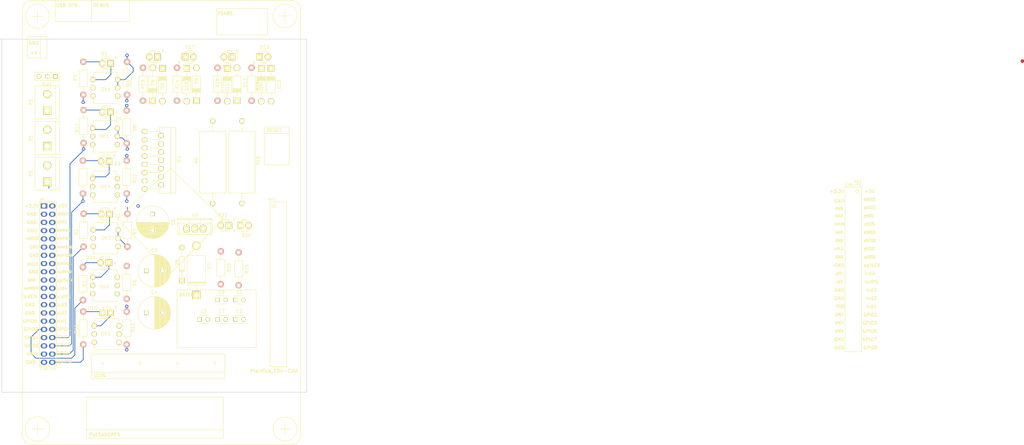
<source format=kicad_pcb>
(kicad_pcb (version 4) (host pcbnew 4.0.2+e4-6225~38~ubuntu14.04.1-stable)

  (general
    (links 92)
    (no_connects 74)
    (area 66.924999 39.424999 161.575001 148.575001)
    (thickness 1.6)
    (drawings 4)
    (tracks 96)
    (zones 0)
    (modules 68)
    (nets 46)
  )

  (page A4)
  (layers
    (0 F.Cu signal)
    (31 B.Cu signal)
    (32 B.Adhes user)
    (33 F.Adhes user)
    (34 B.Paste user)
    (35 F.Paste user)
    (36 B.SilkS user)
    (37 F.SilkS user)
    (38 B.Mask user)
    (39 F.Mask user)
    (40 Dwgs.User user)
    (41 Cmts.User user)
    (42 Eco1.User user)
    (43 Eco2.User user)
    (44 Edge.Cuts user)
    (45 Margin user)
    (46 B.CrtYd user)
    (47 F.CrtYd user)
    (48 B.Fab user)
    (49 F.Fab user)
  )

  (setup
    (last_trace_width 0.254)
    (user_trace_width 0.254)
    (user_trace_width 0.381)
    (user_trace_width 0.508)
    (trace_clearance 0.254)
    (zone_clearance 0.508)
    (zone_45_only no)
    (trace_min 0.254)
    (segment_width 0.2)
    (edge_width 0.15)
    (via_size 1.016)
    (via_drill 0.508)
    (via_min_size 1.016)
    (via_min_drill 0.508)
    (uvia_size 0.1016)
    (uvia_drill 0.0508)
    (uvias_allowed no)
    (uvia_min_size 0.1016)
    (uvia_min_drill 0.0508)
    (pcb_text_width 0.3)
    (pcb_text_size 1.5 1.5)
    (mod_edge_width 0.15)
    (mod_text_size 1 1)
    (mod_text_width 0.15)
    (pad_size 1.524 1.524)
    (pad_drill 0.762)
    (pad_to_mask_clearance 0.2)
    (aux_axis_origin 0 0)
    (visible_elements FFFEFF7F)
    (pcbplotparams
      (layerselection 0x00030_80000001)
      (usegerberextensions false)
      (excludeedgelayer true)
      (linewidth 0.100000)
      (plotframeref false)
      (viasonmask false)
      (mode 1)
      (useauxorigin false)
      (hpglpennumber 1)
      (hpglpenspeed 20)
      (hpglpendiameter 15)
      (hpglpenoverlay 2)
      (psnegative false)
      (psa4output false)
      (plotreference true)
      (plotvalue true)
      (plotinvisibletext false)
      (padsonsilk false)
      (subtractmaskfromsilk false)
      (outputformat 1)
      (mirror false)
      (drillshape 1)
      (scaleselection 1)
      (outputdirectory ""))
  )

  (net 0 "")
  (net 1 VDD)
  (net 2 GNDA)
  (net 3 VCC)
  (net 4 "Net-(D1-Pad1)")
  (net 5 "Net-(D1-Pad2)")
  (net 6 "Net-(D2-Pad1)")
  (net 7 "Net-(D2-Pad2)")
  (net 8 "Net-(D3-Pad1)")
  (net 9 "Net-(D3-Pad2)")
  (net 10 "Net-(D4-Pad1)")
  (net 11 "Net-(D4-Pad2)")
  (net 12 "Net-(D15-Pad1)")
  (net 13 "Net-(D15-Pad2)")
  (net 14 "Net-(D16-Pad2)")
  (net 15 "Net-(D17-Pad2)")
  (net 16 "Net-(D18-Pad2)")
  (net 17 "Net-(D19-Pad2)")
  (net 18 "Net-(D21-Pad1)")
  (net 19 "Net-(D21-Pad2)")
  (net 20 "Net-(D22-Pad2)")
  (net 21 "Net-(F1-Pad1)")
  (net 22 "Net-(F2-Pad1)")
  (net 23 "Net-(F3-Pad1)")
  (net 24 "Net-(IC1-Pad1)")
  (net 25 /OUT1)
  (net 26 /OUT2)
  (net 27 /IN1)
  (net 28 /ENA)
  (net 29 /IN2)
  (net 30 /IN3)
  (net 31 /ENB)
  (net 32 /IN4)
  (net 33 /OUT3)
  (net 34 /OUT4)
  (net 35 "Net-(IC1-Pad15)")
  (net 36 "Net-(OK1-Pad2)")
  (net 37 "Net-(P2-Pad2)")
  (net 38 /GPIO2)
  (net 39 /GPIO7)
  (net 40 /GPIO0)
  (net 41 /GPIO5)
  (net 42 /GPIO8)
  (net 43 /GPIO3)
  (net 44 "Net-(SW1-Pad1)")
  (net 45 "Net-(D7-PadA)")

  (net_class Default "This is the default net class."
    (clearance 0.254)
    (trace_width 0.254)
    (via_dia 1.016)
    (via_drill 0.508)
    (uvia_dia 0.1016)
    (uvia_drill 0.0508)
    (add_net /ENA)
    (add_net /ENB)
    (add_net /GPIO0)
    (add_net /GPIO2)
    (add_net /GPIO3)
    (add_net /GPIO5)
    (add_net /GPIO7)
    (add_net /GPIO8)
    (add_net /IN1)
    (add_net /IN2)
    (add_net /IN3)
    (add_net /IN4)
    (add_net /OUT1)
    (add_net /OUT2)
    (add_net /OUT3)
    (add_net /OUT4)
    (add_net GNDA)
    (add_net "Net-(D1-Pad1)")
    (add_net "Net-(D1-Pad2)")
    (add_net "Net-(D15-Pad1)")
    (add_net "Net-(D15-Pad2)")
    (add_net "Net-(D16-Pad2)")
    (add_net "Net-(D17-Pad2)")
    (add_net "Net-(D18-Pad2)")
    (add_net "Net-(D19-Pad2)")
    (add_net "Net-(D2-Pad1)")
    (add_net "Net-(D2-Pad2)")
    (add_net "Net-(D21-Pad1)")
    (add_net "Net-(D21-Pad2)")
    (add_net "Net-(D22-Pad2)")
    (add_net "Net-(D3-Pad1)")
    (add_net "Net-(D3-Pad2)")
    (add_net "Net-(D4-Pad1)")
    (add_net "Net-(D4-Pad2)")
    (add_net "Net-(D7-PadA)")
    (add_net "Net-(F1-Pad1)")
    (add_net "Net-(F2-Pad1)")
    (add_net "Net-(F3-Pad1)")
    (add_net "Net-(IC1-Pad1)")
    (add_net "Net-(IC1-Pad15)")
    (add_net "Net-(OK1-Pad2)")
    (add_net "Net-(P2-Pad2)")
    (add_net "Net-(SW1-Pad1)")
    (add_net VCC)
    (add_net VDD)
  )

  (module Motor_Board:Resistor_Horizontal_RM10mm (layer F.Cu) (tedit 57C25FF6) (tstamp 57BD2F3B)
    (at 106.2 93.4 270)
    (descr "Resistor, Axial,  RM 10mm, 1/3W")
    (tags "Resistor Axial RM 10mm 1/3W")
    (path /579EB51E)
    (fp_text reference R7 (at 5.6 -2.3 270) (layer F.SilkS)
      (effects (font (size 1 1) (thickness 0.15)))
    )
    (fp_text value 1K (at 5.08 3.81 270) (layer F.Fab)
      (effects (font (size 1 1) (thickness 0.15)))
    )
    (fp_line (start -1.25 -1.5) (end 11.4 -1.5) (layer F.CrtYd) (width 0.05))
    (fp_line (start -1.25 1.5) (end -1.25 -1.5) (layer F.CrtYd) (width 0.05))
    (fp_line (start 11.4 -1.5) (end 11.4 1.5) (layer F.CrtYd) (width 0.05))
    (fp_line (start -1.25 1.5) (end 11.4 1.5) (layer F.CrtYd) (width 0.05))
    (fp_line (start 2.54 -1.27) (end 7.62 -1.27) (layer F.SilkS) (width 0.15))
    (fp_line (start 7.62 -1.27) (end 7.62 1.27) (layer F.SilkS) (width 0.15))
    (fp_line (start 7.62 1.27) (end 2.54 1.27) (layer F.SilkS) (width 0.15))
    (fp_line (start 2.54 1.27) (end 2.54 -1.27) (layer F.SilkS) (width 0.15))
    (fp_line (start 2.54 0) (end 1.27 0) (layer F.SilkS) (width 0.15))
    (fp_line (start 7.62 0) (end 8.89 0) (layer F.SilkS) (width 0.15))
    (pad 1 thru_hole circle (at 0 0 270) (size 1.99898 1.99898) (drill 1.00076) (layers *.Cu *.SilkS *.Mask)
      (net 1 VDD))
    (pad 2 thru_hole circle (at 10.16 0 270) (size 1.99898 1.99898) (drill 1.00076) (layers *.Cu *.SilkS *.Mask)
      (net 29 /IN2))
    (model Resistors_ThroughHole.3dshapes/Resistor_Horizontal_RM10mm.wrl
      (at (xyz 0.2 0 0))
      (scale (xyz 0.4 0.4 0.4))
      (rotate (xyz 0 0 0))
    )
  )

  (module Motor_Board:C_Disc_D3_P2.5 (layer F.Cu) (tedit 0) (tstamp 57BD2DF3)
    (at 139.5 120)
    (descr "Capacitor 3mm Disc, Pitch 2.5mm")
    (tags Capacitor)
    (path /57A00AB0)
    (fp_text reference C1 (at 1.25 -2.5) (layer F.SilkS)
      (effects (font (size 1 1) (thickness 0.15)))
    )
    (fp_text value 0.1uF (at 1.25 2.5) (layer F.Fab)
      (effects (font (size 1 1) (thickness 0.15)))
    )
    (fp_line (start -0.9 -1.5) (end 3.4 -1.5) (layer F.CrtYd) (width 0.05))
    (fp_line (start 3.4 -1.5) (end 3.4 1.5) (layer F.CrtYd) (width 0.05))
    (fp_line (start 3.4 1.5) (end -0.9 1.5) (layer F.CrtYd) (width 0.05))
    (fp_line (start -0.9 1.5) (end -0.9 -1.5) (layer F.CrtYd) (width 0.05))
    (fp_line (start -0.25 -1.25) (end 2.75 -1.25) (layer F.SilkS) (width 0.15))
    (fp_line (start 2.75 1.25) (end -0.25 1.25) (layer F.SilkS) (width 0.15))
    (pad 1 thru_hole rect (at 0 0) (size 1.3 1.3) (drill 0.8) (layers *.Cu *.Mask F.SilkS)
      (net 1 VDD))
    (pad 2 thru_hole circle (at 2.5 0) (size 1.3 1.3) (drill 0.8001) (layers *.Cu *.Mask F.SilkS)
      (net 2 GNDA))
    (model Capacitors_ThroughHole.3dshapes/C_Disc_D3_P2.5.wrl
      (at (xyz 0.0492126 0 0))
      (scale (xyz 1 1 1))
      (rotate (xyz 0 0 0))
    )
  )

  (module Motor_Board:C_Disc_D3_P2.5 (layer F.Cu) (tedit 0) (tstamp 57BD2DF9)
    (at 139.5 126)
    (descr "Capacitor 3mm Disc, Pitch 2.5mm")
    (tags Capacitor)
    (path /5785F11D)
    (fp_text reference C2 (at 1.25 -2.5) (layer F.SilkS)
      (effects (font (size 1 1) (thickness 0.15)))
    )
    (fp_text value 0.1uF (at 1.25 2.5) (layer F.Fab)
      (effects (font (size 1 1) (thickness 0.15)))
    )
    (fp_line (start -0.9 -1.5) (end 3.4 -1.5) (layer F.CrtYd) (width 0.05))
    (fp_line (start 3.4 -1.5) (end 3.4 1.5) (layer F.CrtYd) (width 0.05))
    (fp_line (start 3.4 1.5) (end -0.9 1.5) (layer F.CrtYd) (width 0.05))
    (fp_line (start -0.9 1.5) (end -0.9 -1.5) (layer F.CrtYd) (width 0.05))
    (fp_line (start -0.25 -1.25) (end 2.75 -1.25) (layer F.SilkS) (width 0.15))
    (fp_line (start 2.75 1.25) (end -0.25 1.25) (layer F.SilkS) (width 0.15))
    (pad 1 thru_hole rect (at 0 0) (size 1.3 1.3) (drill 0.8) (layers *.Cu *.Mask F.SilkS)
      (net 3 VCC))
    (pad 2 thru_hole circle (at 2.5 0) (size 1.3 1.3) (drill 0.8001) (layers *.Cu *.Mask F.SilkS)
      (net 2 GNDA))
    (model Capacitors_ThroughHole.3dshapes/C_Disc_D3_P2.5.wrl
      (at (xyz 0.0492126 0 0))
      (scale (xyz 1 1 1))
      (rotate (xyz 0 0 0))
    )
  )

  (module Motor_Board:C_Radial_D10_L25_P5 (layer F.Cu) (tedit 0) (tstamp 57BD2DFF)
    (at 112 111)
    (descr "Radial Electrolytic Capacitor Diameter 10mm x Length 25mm, Pitch 5mm")
    (tags "Electrolytic Capacitor")
    (path /579C2C83)
    (fp_text reference C3 (at 2.5 -6.3) (layer F.SilkS)
      (effects (font (size 1 1) (thickness 0.15)))
    )
    (fp_text value 470uF (at 2.5 6.3) (layer F.Fab)
      (effects (font (size 1 1) (thickness 0.15)))
    )
    (fp_line (start 2.575 -4.999) (end 2.575 4.999) (layer F.SilkS) (width 0.15))
    (fp_line (start 2.715 -4.995) (end 2.715 4.995) (layer F.SilkS) (width 0.15))
    (fp_line (start 2.855 -4.987) (end 2.855 4.987) (layer F.SilkS) (width 0.15))
    (fp_line (start 2.995 -4.975) (end 2.995 4.975) (layer F.SilkS) (width 0.15))
    (fp_line (start 3.135 -4.96) (end 3.135 4.96) (layer F.SilkS) (width 0.15))
    (fp_line (start 3.275 -4.94) (end 3.275 4.94) (layer F.SilkS) (width 0.15))
    (fp_line (start 3.415 -4.916) (end 3.415 4.916) (layer F.SilkS) (width 0.15))
    (fp_line (start 3.555 -4.887) (end 3.555 4.887) (layer F.SilkS) (width 0.15))
    (fp_line (start 3.695 -4.855) (end 3.695 4.855) (layer F.SilkS) (width 0.15))
    (fp_line (start 3.835 -4.818) (end 3.835 4.818) (layer F.SilkS) (width 0.15))
    (fp_line (start 3.975 -4.777) (end 3.975 4.777) (layer F.SilkS) (width 0.15))
    (fp_line (start 4.115 -4.732) (end 4.115 -0.466) (layer F.SilkS) (width 0.15))
    (fp_line (start 4.115 0.466) (end 4.115 4.732) (layer F.SilkS) (width 0.15))
    (fp_line (start 4.255 -4.682) (end 4.255 -0.667) (layer F.SilkS) (width 0.15))
    (fp_line (start 4.255 0.667) (end 4.255 4.682) (layer F.SilkS) (width 0.15))
    (fp_line (start 4.395 -4.627) (end 4.395 -0.796) (layer F.SilkS) (width 0.15))
    (fp_line (start 4.395 0.796) (end 4.395 4.627) (layer F.SilkS) (width 0.15))
    (fp_line (start 4.535 -4.567) (end 4.535 -0.885) (layer F.SilkS) (width 0.15))
    (fp_line (start 4.535 0.885) (end 4.535 4.567) (layer F.SilkS) (width 0.15))
    (fp_line (start 4.675 -4.502) (end 4.675 -0.946) (layer F.SilkS) (width 0.15))
    (fp_line (start 4.675 0.946) (end 4.675 4.502) (layer F.SilkS) (width 0.15))
    (fp_line (start 4.815 -4.432) (end 4.815 -0.983) (layer F.SilkS) (width 0.15))
    (fp_line (start 4.815 0.983) (end 4.815 4.432) (layer F.SilkS) (width 0.15))
    (fp_line (start 4.955 -4.356) (end 4.955 -0.999) (layer F.SilkS) (width 0.15))
    (fp_line (start 4.955 0.999) (end 4.955 4.356) (layer F.SilkS) (width 0.15))
    (fp_line (start 5.095 -4.274) (end 5.095 -0.995) (layer F.SilkS) (width 0.15))
    (fp_line (start 5.095 0.995) (end 5.095 4.274) (layer F.SilkS) (width 0.15))
    (fp_line (start 5.235 -4.186) (end 5.235 -0.972) (layer F.SilkS) (width 0.15))
    (fp_line (start 5.235 0.972) (end 5.235 4.186) (layer F.SilkS) (width 0.15))
    (fp_line (start 5.375 -4.091) (end 5.375 -0.927) (layer F.SilkS) (width 0.15))
    (fp_line (start 5.375 0.927) (end 5.375 4.091) (layer F.SilkS) (width 0.15))
    (fp_line (start 5.515 -3.989) (end 5.515 -0.857) (layer F.SilkS) (width 0.15))
    (fp_line (start 5.515 0.857) (end 5.515 3.989) (layer F.SilkS) (width 0.15))
    (fp_line (start 5.655 -3.879) (end 5.655 -0.756) (layer F.SilkS) (width 0.15))
    (fp_line (start 5.655 0.756) (end 5.655 3.879) (layer F.SilkS) (width 0.15))
    (fp_line (start 5.795 -3.761) (end 5.795 -0.607) (layer F.SilkS) (width 0.15))
    (fp_line (start 5.795 0.607) (end 5.795 3.761) (layer F.SilkS) (width 0.15))
    (fp_line (start 5.935 -3.633) (end 5.935 -0.355) (layer F.SilkS) (width 0.15))
    (fp_line (start 5.935 0.355) (end 5.935 3.633) (layer F.SilkS) (width 0.15))
    (fp_line (start 6.075 -3.496) (end 6.075 3.496) (layer F.SilkS) (width 0.15))
    (fp_line (start 6.215 -3.346) (end 6.215 3.346) (layer F.SilkS) (width 0.15))
    (fp_line (start 6.355 -3.184) (end 6.355 3.184) (layer F.SilkS) (width 0.15))
    (fp_line (start 6.495 -3.007) (end 6.495 3.007) (layer F.SilkS) (width 0.15))
    (fp_line (start 6.635 -2.811) (end 6.635 2.811) (layer F.SilkS) (width 0.15))
    (fp_line (start 6.775 -2.593) (end 6.775 2.593) (layer F.SilkS) (width 0.15))
    (fp_line (start 6.915 -2.347) (end 6.915 2.347) (layer F.SilkS) (width 0.15))
    (fp_line (start 7.055 -2.062) (end 7.055 2.062) (layer F.SilkS) (width 0.15))
    (fp_line (start 7.195 -1.72) (end 7.195 1.72) (layer F.SilkS) (width 0.15))
    (fp_line (start 7.335 -1.274) (end 7.335 1.274) (layer F.SilkS) (width 0.15))
    (fp_line (start 7.475 -0.499) (end 7.475 0.499) (layer F.SilkS) (width 0.15))
    (fp_circle (center 5 0) (end 5 -1) (layer F.SilkS) (width 0.15))
    (fp_circle (center 2.5 0) (end 2.5 -5.0375) (layer F.SilkS) (width 0.15))
    (fp_circle (center 2.5 0) (end 2.5 -5.3) (layer F.CrtYd) (width 0.05))
    (pad 1 thru_hole rect (at 0 0) (size 1.3 1.3) (drill 0.8) (layers *.Cu *.Mask F.SilkS)
      (net 3 VCC))
    (pad 2 thru_hole circle (at 5 0) (size 1.3 1.3) (drill 0.8) (layers *.Cu *.Mask F.SilkS)
      (net 2 GNDA))
    (model Capacitors_ThroughHole.3dshapes/C_Radial_D10_L25_P5.wrl
      (at (xyz 0.0984252 0 0))
      (scale (xyz 1 1 1))
      (rotate (xyz 0 0 90))
    )
  )

  (module Motor_Board:C_Radial_D10_L25_P5 (layer F.Cu) (tedit 0) (tstamp 57BD2E05)
    (at 112 124)
    (descr "Radial Electrolytic Capacitor Diameter 10mm x Length 25mm, Pitch 5mm")
    (tags "Electrolytic Capacitor")
    (path /5779B49F)
    (fp_text reference C4 (at 2.5 -6.3) (layer F.SilkS)
      (effects (font (size 1 1) (thickness 0.15)))
    )
    (fp_text value 470uF (at 2.5 6.3) (layer F.Fab)
      (effects (font (size 1 1) (thickness 0.15)))
    )
    (fp_line (start 2.575 -4.999) (end 2.575 4.999) (layer F.SilkS) (width 0.15))
    (fp_line (start 2.715 -4.995) (end 2.715 4.995) (layer F.SilkS) (width 0.15))
    (fp_line (start 2.855 -4.987) (end 2.855 4.987) (layer F.SilkS) (width 0.15))
    (fp_line (start 2.995 -4.975) (end 2.995 4.975) (layer F.SilkS) (width 0.15))
    (fp_line (start 3.135 -4.96) (end 3.135 4.96) (layer F.SilkS) (width 0.15))
    (fp_line (start 3.275 -4.94) (end 3.275 4.94) (layer F.SilkS) (width 0.15))
    (fp_line (start 3.415 -4.916) (end 3.415 4.916) (layer F.SilkS) (width 0.15))
    (fp_line (start 3.555 -4.887) (end 3.555 4.887) (layer F.SilkS) (width 0.15))
    (fp_line (start 3.695 -4.855) (end 3.695 4.855) (layer F.SilkS) (width 0.15))
    (fp_line (start 3.835 -4.818) (end 3.835 4.818) (layer F.SilkS) (width 0.15))
    (fp_line (start 3.975 -4.777) (end 3.975 4.777) (layer F.SilkS) (width 0.15))
    (fp_line (start 4.115 -4.732) (end 4.115 -0.466) (layer F.SilkS) (width 0.15))
    (fp_line (start 4.115 0.466) (end 4.115 4.732) (layer F.SilkS) (width 0.15))
    (fp_line (start 4.255 -4.682) (end 4.255 -0.667) (layer F.SilkS) (width 0.15))
    (fp_line (start 4.255 0.667) (end 4.255 4.682) (layer F.SilkS) (width 0.15))
    (fp_line (start 4.395 -4.627) (end 4.395 -0.796) (layer F.SilkS) (width 0.15))
    (fp_line (start 4.395 0.796) (end 4.395 4.627) (layer F.SilkS) (width 0.15))
    (fp_line (start 4.535 -4.567) (end 4.535 -0.885) (layer F.SilkS) (width 0.15))
    (fp_line (start 4.535 0.885) (end 4.535 4.567) (layer F.SilkS) (width 0.15))
    (fp_line (start 4.675 -4.502) (end 4.675 -0.946) (layer F.SilkS) (width 0.15))
    (fp_line (start 4.675 0.946) (end 4.675 4.502) (layer F.SilkS) (width 0.15))
    (fp_line (start 4.815 -4.432) (end 4.815 -0.983) (layer F.SilkS) (width 0.15))
    (fp_line (start 4.815 0.983) (end 4.815 4.432) (layer F.SilkS) (width 0.15))
    (fp_line (start 4.955 -4.356) (end 4.955 -0.999) (layer F.SilkS) (width 0.15))
    (fp_line (start 4.955 0.999) (end 4.955 4.356) (layer F.SilkS) (width 0.15))
    (fp_line (start 5.095 -4.274) (end 5.095 -0.995) (layer F.SilkS) (width 0.15))
    (fp_line (start 5.095 0.995) (end 5.095 4.274) (layer F.SilkS) (width 0.15))
    (fp_line (start 5.235 -4.186) (end 5.235 -0.972) (layer F.SilkS) (width 0.15))
    (fp_line (start 5.235 0.972) (end 5.235 4.186) (layer F.SilkS) (width 0.15))
    (fp_line (start 5.375 -4.091) (end 5.375 -0.927) (layer F.SilkS) (width 0.15))
    (fp_line (start 5.375 0.927) (end 5.375 4.091) (layer F.SilkS) (width 0.15))
    (fp_line (start 5.515 -3.989) (end 5.515 -0.857) (layer F.SilkS) (width 0.15))
    (fp_line (start 5.515 0.857) (end 5.515 3.989) (layer F.SilkS) (width 0.15))
    (fp_line (start 5.655 -3.879) (end 5.655 -0.756) (layer F.SilkS) (width 0.15))
    (fp_line (start 5.655 0.756) (end 5.655 3.879) (layer F.SilkS) (width 0.15))
    (fp_line (start 5.795 -3.761) (end 5.795 -0.607) (layer F.SilkS) (width 0.15))
    (fp_line (start 5.795 0.607) (end 5.795 3.761) (layer F.SilkS) (width 0.15))
    (fp_line (start 5.935 -3.633) (end 5.935 -0.355) (layer F.SilkS) (width 0.15))
    (fp_line (start 5.935 0.355) (end 5.935 3.633) (layer F.SilkS) (width 0.15))
    (fp_line (start 6.075 -3.496) (end 6.075 3.496) (layer F.SilkS) (width 0.15))
    (fp_line (start 6.215 -3.346) (end 6.215 3.346) (layer F.SilkS) (width 0.15))
    (fp_line (start 6.355 -3.184) (end 6.355 3.184) (layer F.SilkS) (width 0.15))
    (fp_line (start 6.495 -3.007) (end 6.495 3.007) (layer F.SilkS) (width 0.15))
    (fp_line (start 6.635 -2.811) (end 6.635 2.811) (layer F.SilkS) (width 0.15))
    (fp_line (start 6.775 -2.593) (end 6.775 2.593) (layer F.SilkS) (width 0.15))
    (fp_line (start 6.915 -2.347) (end 6.915 2.347) (layer F.SilkS) (width 0.15))
    (fp_line (start 7.055 -2.062) (end 7.055 2.062) (layer F.SilkS) (width 0.15))
    (fp_line (start 7.195 -1.72) (end 7.195 1.72) (layer F.SilkS) (width 0.15))
    (fp_line (start 7.335 -1.274) (end 7.335 1.274) (layer F.SilkS) (width 0.15))
    (fp_line (start 7.475 -0.499) (end 7.475 0.499) (layer F.SilkS) (width 0.15))
    (fp_circle (center 5 0) (end 5 -1) (layer F.SilkS) (width 0.15))
    (fp_circle (center 2.5 0) (end 2.5 -5.0375) (layer F.SilkS) (width 0.15))
    (fp_circle (center 2.5 0) (end 2.5 -5.3) (layer F.CrtYd) (width 0.05))
    (pad 1 thru_hole rect (at 0 0) (size 1.3 1.3) (drill 0.8) (layers *.Cu *.Mask F.SilkS)
      (net 3 VCC))
    (pad 2 thru_hole circle (at 5 0) (size 1.3 1.3) (drill 0.8) (layers *.Cu *.Mask F.SilkS)
      (net 2 GNDA))
    (model Capacitors_ThroughHole.3dshapes/C_Radial_D10_L25_P5.wrl
      (at (xyz 0.0984252 0 0))
      (scale (xyz 1 1 1))
      (rotate (xyz 0 0 90))
    )
  )

  (module Motor_Board:C_Disc_D3_P2.5 (layer F.Cu) (tedit 0) (tstamp 57BD2E0B)
    (at 128.5 126)
    (descr "Capacitor 3mm Disc, Pitch 2.5mm")
    (tags Capacitor)
    (path /579FCB08)
    (fp_text reference C5 (at 1.25 -2.5) (layer F.SilkS)
      (effects (font (size 1 1) (thickness 0.15)))
    )
    (fp_text value 0.1uF (at 1.25 2.5) (layer F.Fab)
      (effects (font (size 1 1) (thickness 0.15)))
    )
    (fp_line (start -0.9 -1.5) (end 3.4 -1.5) (layer F.CrtYd) (width 0.05))
    (fp_line (start 3.4 -1.5) (end 3.4 1.5) (layer F.CrtYd) (width 0.05))
    (fp_line (start 3.4 1.5) (end -0.9 1.5) (layer F.CrtYd) (width 0.05))
    (fp_line (start -0.9 1.5) (end -0.9 -1.5) (layer F.CrtYd) (width 0.05))
    (fp_line (start -0.25 -1.25) (end 2.75 -1.25) (layer F.SilkS) (width 0.15))
    (fp_line (start 2.75 1.25) (end -0.25 1.25) (layer F.SilkS) (width 0.15))
    (pad 1 thru_hole rect (at 0 0) (size 1.3 1.3) (drill 0.8) (layers *.Cu *.Mask F.SilkS)
      (net 3 VCC))
    (pad 2 thru_hole circle (at 2.5 0) (size 1.3 1.3) (drill 0.8001) (layers *.Cu *.Mask F.SilkS)
      (net 2 GNDA))
    (model Capacitors_ThroughHole.3dshapes/C_Disc_D3_P2.5.wrl
      (at (xyz 0.0492126 0 0))
      (scale (xyz 1 1 1))
      (rotate (xyz 0 0 0))
    )
  )

  (module Motor_Board:C_Radial_D10_L16_P5 (layer F.Cu) (tedit 0) (tstamp 57BD2E11)
    (at 114 93.5 270)
    (descr "Radial Electrolytic Capacitor 10mm x Length 16mm, Pitch 5mm")
    (tags "Electrolytic Capacitor")
    (path /5779B4E8)
    (fp_text reference C6 (at 2.5 -6.3 270) (layer F.SilkS)
      (effects (font (size 1 1) (thickness 0.15)))
    )
    (fp_text value 220uF (at 2.5 6.3 270) (layer F.Fab)
      (effects (font (size 1 1) (thickness 0.15)))
    )
    (fp_line (start 2.575 -4.999) (end 2.575 4.999) (layer F.SilkS) (width 0.15))
    (fp_line (start 2.715 -4.995) (end 2.715 4.995) (layer F.SilkS) (width 0.15))
    (fp_line (start 2.855 -4.987) (end 2.855 4.987) (layer F.SilkS) (width 0.15))
    (fp_line (start 2.995 -4.975) (end 2.995 4.975) (layer F.SilkS) (width 0.15))
    (fp_line (start 3.135 -4.96) (end 3.135 4.96) (layer F.SilkS) (width 0.15))
    (fp_line (start 3.275 -4.94) (end 3.275 4.94) (layer F.SilkS) (width 0.15))
    (fp_line (start 3.415 -4.916) (end 3.415 4.916) (layer F.SilkS) (width 0.15))
    (fp_line (start 3.555 -4.887) (end 3.555 4.887) (layer F.SilkS) (width 0.15))
    (fp_line (start 3.695 -4.855) (end 3.695 4.855) (layer F.SilkS) (width 0.15))
    (fp_line (start 3.835 -4.818) (end 3.835 4.818) (layer F.SilkS) (width 0.15))
    (fp_line (start 3.975 -4.777) (end 3.975 4.777) (layer F.SilkS) (width 0.15))
    (fp_line (start 4.115 -4.732) (end 4.115 -0.466) (layer F.SilkS) (width 0.15))
    (fp_line (start 4.115 0.466) (end 4.115 4.732) (layer F.SilkS) (width 0.15))
    (fp_line (start 4.255 -4.682) (end 4.255 -0.667) (layer F.SilkS) (width 0.15))
    (fp_line (start 4.255 0.667) (end 4.255 4.682) (layer F.SilkS) (width 0.15))
    (fp_line (start 4.395 -4.627) (end 4.395 -0.796) (layer F.SilkS) (width 0.15))
    (fp_line (start 4.395 0.796) (end 4.395 4.627) (layer F.SilkS) (width 0.15))
    (fp_line (start 4.535 -4.567) (end 4.535 -0.885) (layer F.SilkS) (width 0.15))
    (fp_line (start 4.535 0.885) (end 4.535 4.567) (layer F.SilkS) (width 0.15))
    (fp_line (start 4.675 -4.502) (end 4.675 -0.946) (layer F.SilkS) (width 0.15))
    (fp_line (start 4.675 0.946) (end 4.675 4.502) (layer F.SilkS) (width 0.15))
    (fp_line (start 4.815 -4.432) (end 4.815 -0.983) (layer F.SilkS) (width 0.15))
    (fp_line (start 4.815 0.983) (end 4.815 4.432) (layer F.SilkS) (width 0.15))
    (fp_line (start 4.955 -4.356) (end 4.955 -0.999) (layer F.SilkS) (width 0.15))
    (fp_line (start 4.955 0.999) (end 4.955 4.356) (layer F.SilkS) (width 0.15))
    (fp_line (start 5.095 -4.274) (end 5.095 -0.995) (layer F.SilkS) (width 0.15))
    (fp_line (start 5.095 0.995) (end 5.095 4.274) (layer F.SilkS) (width 0.15))
    (fp_line (start 5.235 -4.186) (end 5.235 -0.972) (layer F.SilkS) (width 0.15))
    (fp_line (start 5.235 0.972) (end 5.235 4.186) (layer F.SilkS) (width 0.15))
    (fp_line (start 5.375 -4.091) (end 5.375 -0.927) (layer F.SilkS) (width 0.15))
    (fp_line (start 5.375 0.927) (end 5.375 4.091) (layer F.SilkS) (width 0.15))
    (fp_line (start 5.515 -3.989) (end 5.515 -0.857) (layer F.SilkS) (width 0.15))
    (fp_line (start 5.515 0.857) (end 5.515 3.989) (layer F.SilkS) (width 0.15))
    (fp_line (start 5.655 -3.879) (end 5.655 -0.756) (layer F.SilkS) (width 0.15))
    (fp_line (start 5.655 0.756) (end 5.655 3.879) (layer F.SilkS) (width 0.15))
    (fp_line (start 5.795 -3.761) (end 5.795 -0.607) (layer F.SilkS) (width 0.15))
    (fp_line (start 5.795 0.607) (end 5.795 3.761) (layer F.SilkS) (width 0.15))
    (fp_line (start 5.935 -3.633) (end 5.935 -0.355) (layer F.SilkS) (width 0.15))
    (fp_line (start 5.935 0.355) (end 5.935 3.633) (layer F.SilkS) (width 0.15))
    (fp_line (start 6.075 -3.496) (end 6.075 3.496) (layer F.SilkS) (width 0.15))
    (fp_line (start 6.215 -3.346) (end 6.215 3.346) (layer F.SilkS) (width 0.15))
    (fp_line (start 6.355 -3.184) (end 6.355 3.184) (layer F.SilkS) (width 0.15))
    (fp_line (start 6.495 -3.007) (end 6.495 3.007) (layer F.SilkS) (width 0.15))
    (fp_line (start 6.635 -2.811) (end 6.635 2.811) (layer F.SilkS) (width 0.15))
    (fp_line (start 6.775 -2.593) (end 6.775 2.593) (layer F.SilkS) (width 0.15))
    (fp_line (start 6.915 -2.347) (end 6.915 2.347) (layer F.SilkS) (width 0.15))
    (fp_line (start 7.055 -2.062) (end 7.055 2.062) (layer F.SilkS) (width 0.15))
    (fp_line (start 7.195 -1.72) (end 7.195 1.72) (layer F.SilkS) (width 0.15))
    (fp_line (start 7.335 -1.274) (end 7.335 1.274) (layer F.SilkS) (width 0.15))
    (fp_line (start 7.475 -0.499) (end 7.475 0.499) (layer F.SilkS) (width 0.15))
    (fp_circle (center 5 0) (end 5 -1) (layer F.SilkS) (width 0.15))
    (fp_circle (center 2.5 0) (end 2.5 -5.0375) (layer F.SilkS) (width 0.15))
    (fp_circle (center 2.5 0) (end 2.5 -5.3) (layer F.CrtYd) (width 0.05))
    (pad 1 thru_hole rect (at 0 0 270) (size 1.3 1.3) (drill 0.8) (layers *.Cu *.Mask F.SilkS)
      (net 1 VDD))
    (pad 2 thru_hole circle (at 5 0 270) (size 1.3 1.3) (drill 0.8) (layers *.Cu *.Mask F.SilkS)
      (net 2 GNDA))
    (model Capacitors_ThroughHole.3dshapes/C_Radial_D10_L16_P5.wrl
      (at (xyz 0.0984252 0 0))
      (scale (xyz 1 1 1))
      (rotate (xyz 0 0 90))
    )
  )

  (module Motor_Board:C_Disc_D3_P2.5 (layer F.Cu) (tedit 0) (tstamp 57BD2E17)
    (at 134 126)
    (descr "Capacitor 3mm Disc, Pitch 2.5mm")
    (tags Capacitor)
    (path /579FB57A)
    (fp_text reference C7 (at 1.25 -2.5) (layer F.SilkS)
      (effects (font (size 1 1) (thickness 0.15)))
    )
    (fp_text value 0.1uF (at 1.25 2.5) (layer F.Fab)
      (effects (font (size 1 1) (thickness 0.15)))
    )
    (fp_line (start -0.9 -1.5) (end 3.4 -1.5) (layer F.CrtYd) (width 0.05))
    (fp_line (start 3.4 -1.5) (end 3.4 1.5) (layer F.CrtYd) (width 0.05))
    (fp_line (start 3.4 1.5) (end -0.9 1.5) (layer F.CrtYd) (width 0.05))
    (fp_line (start -0.9 1.5) (end -0.9 -1.5) (layer F.CrtYd) (width 0.05))
    (fp_line (start -0.25 -1.25) (end 2.75 -1.25) (layer F.SilkS) (width 0.15))
    (fp_line (start 2.75 1.25) (end -0.25 1.25) (layer F.SilkS) (width 0.15))
    (pad 1 thru_hole rect (at 0 0) (size 1.3 1.3) (drill 0.8) (layers *.Cu *.Mask F.SilkS)
      (net 1 VDD))
    (pad 2 thru_hole circle (at 2.5 0) (size 1.3 1.3) (drill 0.8001) (layers *.Cu *.Mask F.SilkS)
      (net 2 GNDA))
    (model Capacitors_ThroughHole.3dshapes/C_Disc_D3_P2.5.wrl
      (at (xyz 0.0492126 0 0))
      (scale (xyz 1 1 1))
      (rotate (xyz 0 0 0))
    )
  )

  (module Motor_Board:C_Disc_D3_P2.5 (layer F.Cu) (tedit 0) (tstamp 57BD2E1D)
    (at 134 120)
    (descr "Capacitor 3mm Disc, Pitch 2.5mm")
    (tags Capacitor)
    (path /57A00FAE)
    (fp_text reference C8 (at 1.25 -2.5) (layer F.SilkS)
      (effects (font (size 1 1) (thickness 0.15)))
    )
    (fp_text value 0.1uF (at 1.25 2.5) (layer F.Fab)
      (effects (font (size 1 1) (thickness 0.15)))
    )
    (fp_line (start -0.9 -1.5) (end 3.4 -1.5) (layer F.CrtYd) (width 0.05))
    (fp_line (start 3.4 -1.5) (end 3.4 1.5) (layer F.CrtYd) (width 0.05))
    (fp_line (start 3.4 1.5) (end -0.9 1.5) (layer F.CrtYd) (width 0.05))
    (fp_line (start -0.9 1.5) (end -0.9 -1.5) (layer F.CrtYd) (width 0.05))
    (fp_line (start -0.25 -1.25) (end 2.75 -1.25) (layer F.SilkS) (width 0.15))
    (fp_line (start 2.75 1.25) (end -0.25 1.25) (layer F.SilkS) (width 0.15))
    (pad 1 thru_hole rect (at 0 0) (size 1.3 1.3) (drill 0.8) (layers *.Cu *.Mask F.SilkS)
      (net 3 VCC))
    (pad 2 thru_hole circle (at 2.5 0) (size 1.3 1.3) (drill 0.8001) (layers *.Cu *.Mask F.SilkS)
      (net 2 GNDA))
    (model Capacitors_ThroughHole.3dshapes/C_Disc_D3_P2.5.wrl
      (at (xyz 0.0492126 0 0))
      (scale (xyz 1 1 1))
      (rotate (xyz 0 0 0))
    )
  )

  (module Motor_Board:LED-3MM (layer F.Cu) (tedit 559B82F6) (tstamp 57BD2E23)
    (at 101 47 180)
    (descr "LED 3mm round vertical")
    (tags "LED  3mm round vertical")
    (path /577AAFC0)
    (fp_text reference D1 (at 1.91 3.06 180) (layer F.SilkS)
      (effects (font (size 1 1) (thickness 0.15)))
    )
    (fp_text value Led_Small (at 1.3 -2.9 180) (layer F.Fab)
      (effects (font (size 1 1) (thickness 0.15)))
    )
    (fp_line (start -1.2 2.3) (end 3.8 2.3) (layer F.CrtYd) (width 0.05))
    (fp_line (start 3.8 2.3) (end 3.8 -2.2) (layer F.CrtYd) (width 0.05))
    (fp_line (start 3.8 -2.2) (end -1.2 -2.2) (layer F.CrtYd) (width 0.05))
    (fp_line (start -1.2 -2.2) (end -1.2 2.3) (layer F.CrtYd) (width 0.05))
    (fp_line (start -0.199 1.314) (end -0.199 1.114) (layer F.SilkS) (width 0.15))
    (fp_line (start -0.199 -1.28) (end -0.199 -1.1) (layer F.SilkS) (width 0.15))
    (fp_arc (start 1.301 0.034) (end -0.199 -1.286) (angle 108.5) (layer F.SilkS) (width 0.15))
    (fp_arc (start 1.301 0.034) (end 0.25 -1.1) (angle 85.7) (layer F.SilkS) (width 0.15))
    (fp_arc (start 1.311 0.034) (end 3.051 0.994) (angle 110) (layer F.SilkS) (width 0.15))
    (fp_arc (start 1.301 0.034) (end 2.335 1.094) (angle 87.5) (layer F.SilkS) (width 0.15))
    (fp_text user K (at -1.69 1.74 180) (layer F.SilkS)
      (effects (font (size 1 1) (thickness 0.15)))
    )
    (pad 1 thru_hole rect (at 0 0 270) (size 2 2) (drill 1.00076) (layers *.Cu *.Mask F.SilkS)
      (net 4 "Net-(D1-Pad1)"))
    (pad 2 thru_hole circle (at 2.54 0 180) (size 2 2) (drill 1.00076) (layers *.Cu *.Mask F.SilkS)
      (net 5 "Net-(D1-Pad2)"))
    (model LEDs.3dshapes/LED-3MM.wrl
      (at (xyz 0.05 0 0))
      (scale (xyz 1 1 1))
      (rotate (xyz 0 0 90))
    )
  )

  (module Motor_Board:LED-3MM (layer F.Cu) (tedit 57C2536E) (tstamp 57BD2E29)
    (at 100.7 93.5 180)
    (descr "LED 3mm round vertical")
    (tags "LED  3mm round vertical")
    (path /579F22BC)
    (fp_text reference D2 (at -2.3 -0.5 180) (layer F.SilkS)
      (effects (font (size 1 1) (thickness 0.15)))
    )
    (fp_text value Led_Small (at 1.3 -2.9 180) (layer F.Fab)
      (effects (font (size 1 1) (thickness 0.15)))
    )
    (fp_line (start -1.2 2.3) (end 3.8 2.3) (layer F.CrtYd) (width 0.05))
    (fp_line (start 3.8 2.3) (end 3.8 -2.2) (layer F.CrtYd) (width 0.05))
    (fp_line (start 3.8 -2.2) (end -1.2 -2.2) (layer F.CrtYd) (width 0.05))
    (fp_line (start -1.2 -2.2) (end -1.2 2.3) (layer F.CrtYd) (width 0.05))
    (fp_line (start -0.199 1.314) (end -0.199 1.114) (layer F.SilkS) (width 0.15))
    (fp_line (start -0.199 -1.28) (end -0.199 -1.1) (layer F.SilkS) (width 0.15))
    (fp_arc (start 1.301 0.034) (end -0.199 -1.286) (angle 108.5) (layer F.SilkS) (width 0.15))
    (fp_arc (start 1.301 0.034) (end 0.25 -1.1) (angle 85.7) (layer F.SilkS) (width 0.15))
    (fp_arc (start 1.311 0.034) (end 3.051 0.994) (angle 110) (layer F.SilkS) (width 0.15))
    (fp_arc (start 1.301 0.034) (end 2.335 1.094) (angle 87.5) (layer F.SilkS) (width 0.15))
    (fp_text user K (at -1.69 1.74 180) (layer F.SilkS)
      (effects (font (size 1 1) (thickness 0.15)))
    )
    (pad 1 thru_hole rect (at 0 0 270) (size 2 2) (drill 1.00076) (layers *.Cu *.Mask F.SilkS)
      (net 6 "Net-(D2-Pad1)"))
    (pad 2 thru_hole circle (at 2.54 0 180) (size 2 2) (drill 1.00076) (layers *.Cu *.Mask F.SilkS)
      (net 7 "Net-(D2-Pad2)"))
    (model LEDs.3dshapes/LED-3MM.wrl
      (at (xyz 0.05 0 0))
      (scale (xyz 1 1 1))
      (rotate (xyz 0 0 90))
    )
  )

  (module Motor_Board:LED-3MM (layer F.Cu) (tedit 57C25358) (tstamp 57BD2E2F)
    (at 100.6 77.2 180)
    (descr "LED 3mm round vertical")
    (tags "LED  3mm round vertical")
    (path /579F267A)
    (fp_text reference D3 (at -2.4 -0.8 180) (layer F.SilkS)
      (effects (font (size 1 1) (thickness 0.15)))
    )
    (fp_text value Led_Small (at 1.3 -2.9 180) (layer F.Fab)
      (effects (font (size 1 1) (thickness 0.15)))
    )
    (fp_line (start -1.2 2.3) (end 3.8 2.3) (layer F.CrtYd) (width 0.05))
    (fp_line (start 3.8 2.3) (end 3.8 -2.2) (layer F.CrtYd) (width 0.05))
    (fp_line (start 3.8 -2.2) (end -1.2 -2.2) (layer F.CrtYd) (width 0.05))
    (fp_line (start -1.2 -2.2) (end -1.2 2.3) (layer F.CrtYd) (width 0.05))
    (fp_line (start -0.199 1.314) (end -0.199 1.114) (layer F.SilkS) (width 0.15))
    (fp_line (start -0.199 -1.28) (end -0.199 -1.1) (layer F.SilkS) (width 0.15))
    (fp_arc (start 1.301 0.034) (end -0.199 -1.286) (angle 108.5) (layer F.SilkS) (width 0.15))
    (fp_arc (start 1.301 0.034) (end 0.25 -1.1) (angle 85.7) (layer F.SilkS) (width 0.15))
    (fp_arc (start 1.311 0.034) (end 3.051 0.994) (angle 110) (layer F.SilkS) (width 0.15))
    (fp_arc (start 1.301 0.034) (end 2.335 1.094) (angle 87.5) (layer F.SilkS) (width 0.15))
    (fp_text user K (at -1.69 1.74 180) (layer F.SilkS)
      (effects (font (size 1 1) (thickness 0.15)))
    )
    (pad 1 thru_hole rect (at 0 0 270) (size 2 2) (drill 1.00076) (layers *.Cu *.Mask F.SilkS)
      (net 8 "Net-(D3-Pad1)"))
    (pad 2 thru_hole circle (at 2.54 0 180) (size 2 2) (drill 1.00076) (layers *.Cu *.Mask F.SilkS)
      (net 9 "Net-(D3-Pad2)"))
    (model LEDs.3dshapes/LED-3MM.wrl
      (at (xyz 0.05 0 0))
      (scale (xyz 1 1 1))
      (rotate (xyz 0 0 90))
    )
  )

  (module Motor_Board:LED-3MM (layer F.Cu) (tedit 57C259D4) (tstamp 57BD2E35)
    (at 101 62 180)
    (descr "LED 3mm round vertical")
    (tags "LED  3mm round vertical")
    (path /579F2444)
    (fp_text reference D4 (at -2.5 -2 180) (layer F.SilkS)
      (effects (font (size 1 1) (thickness 0.15)))
    )
    (fp_text value Led_Small (at 1.3 -2.9 180) (layer F.Fab)
      (effects (font (size 1 1) (thickness 0.15)))
    )
    (fp_line (start -1.2 2.3) (end 3.8 2.3) (layer F.CrtYd) (width 0.05))
    (fp_line (start 3.8 2.3) (end 3.8 -2.2) (layer F.CrtYd) (width 0.05))
    (fp_line (start 3.8 -2.2) (end -1.2 -2.2) (layer F.CrtYd) (width 0.05))
    (fp_line (start -1.2 -2.2) (end -1.2 2.3) (layer F.CrtYd) (width 0.05))
    (fp_line (start -0.199 1.314) (end -0.199 1.114) (layer F.SilkS) (width 0.15))
    (fp_line (start -0.199 -1.28) (end -0.199 -1.1) (layer F.SilkS) (width 0.15))
    (fp_arc (start 1.301 0.034) (end -0.199 -1.286) (angle 108.5) (layer F.SilkS) (width 0.15))
    (fp_arc (start 1.301 0.034) (end 0.25 -1.1) (angle 85.7) (layer F.SilkS) (width 0.15))
    (fp_arc (start 1.311 0.034) (end 3.051 0.994) (angle 110) (layer F.SilkS) (width 0.15))
    (fp_arc (start 1.301 0.034) (end 2.335 1.094) (angle 87.5) (layer F.SilkS) (width 0.15))
    (fp_text user K (at -2 0 180) (layer F.SilkS)
      (effects (font (size 1 1) (thickness 0.15)))
    )
    (pad 1 thru_hole rect (at 0 0 270) (size 2 2) (drill 1.00076) (layers *.Cu *.Mask F.SilkS)
      (net 10 "Net-(D4-Pad1)"))
    (pad 2 thru_hole circle (at 2.54 0 180) (size 2 2) (drill 1.00076) (layers *.Cu *.Mask F.SilkS)
      (net 11 "Net-(D4-Pad2)"))
    (model LEDs.3dshapes/LED-3MM.wrl
      (at (xyz 0.05 0 0))
      (scale (xyz 1 1 1))
      (rotate (xyz 0 0 90))
    )
  )

  (module Motor_Board:Diode_DO-41_SOD81_Horizontal_RM10 (layer F.Cu) (tedit 57C26B6B) (tstamp 57BD2E3B)
    (at 117 48.5 270)
    (descr "Diode, DO-41, SOD81, Horizontal, RM 10mm,")
    (tags "Diode, DO-41, SOD81, Horizontal, RM 10mm, 1N4007, SB140,")
    (path /577A8AE5)
    (fp_text reference D5 (at 5.5 0 270) (layer F.SilkS)
      (effects (font (size 1 1) (thickness 0.15)))
    )
    (fp_text value 1N4007 (at 4.37134 -3.55854 270) (layer F.Fab)
      (effects (font (size 1 1) (thickness 0.15)))
    )
    (fp_line (start 7.62 -0.00254) (end 8.636 -0.00254) (layer F.SilkS) (width 0.15))
    (fp_line (start 2.794 -0.00254) (end 1.524 -0.00254) (layer F.SilkS) (width 0.15))
    (fp_line (start 3.048 -1.27254) (end 3.048 1.26746) (layer F.SilkS) (width 0.15))
    (fp_line (start 3.302 -1.27254) (end 3.302 1.26746) (layer F.SilkS) (width 0.15))
    (fp_line (start 3.556 -1.27254) (end 3.556 1.26746) (layer F.SilkS) (width 0.15))
    (fp_line (start 2.794 -1.27254) (end 2.794 1.26746) (layer F.SilkS) (width 0.15))
    (fp_line (start 3.81 -1.27254) (end 2.54 1.26746) (layer F.SilkS) (width 0.15))
    (fp_line (start 2.54 -1.27254) (end 3.81 1.26746) (layer F.SilkS) (width 0.15))
    (fp_line (start 3.81 -1.27254) (end 3.81 1.26746) (layer F.SilkS) (width 0.15))
    (fp_line (start 3.175 -1.27254) (end 3.175 1.26746) (layer F.SilkS) (width 0.15))
    (fp_line (start 2.54 1.26746) (end 2.54 -1.27254) (layer F.SilkS) (width 0.15))
    (fp_line (start 2.54 -1.27254) (end 7.62 -1.27254) (layer F.SilkS) (width 0.15))
    (fp_line (start 7.62 -1.27254) (end 7.62 1.26746) (layer F.SilkS) (width 0.15))
    (fp_line (start 7.62 1.26746) (end 2.54 1.26746) (layer F.SilkS) (width 0.15))
    (pad 2 thru_hole circle (at 10.16 -0.00254 90) (size 1.99898 1.99898) (drill 1.27) (layers *.Cu *.Mask F.SilkS))
    (pad 1 thru_hole rect (at 0 -0.00254 90) (size 1.99898 1.99898) (drill 1.00076) (layers *.Cu *.Mask F.SilkS))
  )

  (module Motor_Board:Diode_DO-41_SOD81_Horizontal_RM10 (layer F.Cu) (tedit 57C26BA8) (tstamp 57BD2E41)
    (at 114 58.5 90)
    (descr "Diode, DO-41, SOD81, Horizontal, RM 10mm,")
    (tags "Diode, DO-41, SOD81, Horizontal, RM 10mm, 1N4007, SB140,")
    (path /579EEF0C)
    (fp_text reference D6 (at 5.5 0 90) (layer F.SilkS)
      (effects (font (size 1 1) (thickness 0.15)))
    )
    (fp_text value 1N4007 (at 5.08 -2.44 90) (layer F.Fab)
      (effects (font (size 1 1) (thickness 0.15)))
    )
    (fp_line (start 7.62 -0.00254) (end 8.636 -0.00254) (layer F.SilkS) (width 0.15))
    (fp_line (start 2.794 -0.00254) (end 1.524 -0.00254) (layer F.SilkS) (width 0.15))
    (fp_line (start 3.048 -1.27254) (end 3.048 1.26746) (layer F.SilkS) (width 0.15))
    (fp_line (start 3.302 -1.27254) (end 3.302 1.26746) (layer F.SilkS) (width 0.15))
    (fp_line (start 3.556 -1.27254) (end 3.556 1.26746) (layer F.SilkS) (width 0.15))
    (fp_line (start 2.794 -1.27254) (end 2.794 1.26746) (layer F.SilkS) (width 0.15))
    (fp_line (start 3.81 -1.27254) (end 2.54 1.26746) (layer F.SilkS) (width 0.15))
    (fp_line (start 2.54 -1.27254) (end 3.81 1.26746) (layer F.SilkS) (width 0.15))
    (fp_line (start 3.81 -1.27254) (end 3.81 1.26746) (layer F.SilkS) (width 0.15))
    (fp_line (start 3.175 -1.27254) (end 3.175 1.26746) (layer F.SilkS) (width 0.15))
    (fp_line (start 2.54 1.26746) (end 2.54 -1.27254) (layer F.SilkS) (width 0.15))
    (fp_line (start 2.54 -1.27254) (end 7.62 -1.27254) (layer F.SilkS) (width 0.15))
    (fp_line (start 7.62 -1.27254) (end 7.62 1.26746) (layer F.SilkS) (width 0.15))
    (fp_line (start 7.62 1.26746) (end 2.54 1.26746) (layer F.SilkS) (width 0.15))
    (pad 2 thru_hole circle (at 10.16 -0.00254 270) (size 1.99898 1.99898) (drill 1.27) (layers *.Cu *.Mask F.SilkS))
    (pad 1 thru_hole rect (at 0 -0.00254 270) (size 1.99898 1.99898) (drill 1.00076) (layers *.Cu *.Mask F.SilkS))
  )

  (module Motor_Board:Diode_DO-201AD_Horizontal_RM15 (layer F.Cu) (tedit 57C20BF1) (tstamp 57BD2E47)
    (at 127.5 118.5 90)
    (descr "Diode DO-201AD Horizontal")
    (tags "Diode DO-201AD Horizontal SB320 SB340 SB360")
    (path /57973CFB)
    (fp_text reference D7 (at 9 4 90) (layer F.SilkS)
      (effects (font (size 1 1) (thickness 0.15)))
    )
    (fp_text value 1N5822 (at 7.82922 -4.82896 90) (layer F.Fab)
      (effects (font (size 1 1) (thickness 0.15)))
    )
    (fp_line (start 12.19322 -0.00296) (end 13.71722 -0.00296) (layer F.SilkS) (width 0.15))
    (fp_line (start 3.04922 -0.00296) (end 1.52522 -0.00296) (layer F.SilkS) (width 0.15))
    (fp_line (start 4.06522 -2.79696) (end 4.06522 2.79104) (layer F.SilkS) (width 0.15))
    (fp_line (start 3.81122 -2.79696) (end 3.81122 2.79104) (layer F.SilkS) (width 0.15))
    (fp_line (start 3.55722 -2.79696) (end 3.55722 2.79104) (layer F.SilkS) (width 0.15))
    (fp_line (start 3.04922 2.79104) (end 3.04922 -2.79696) (layer F.SilkS) (width 0.15))
    (fp_line (start 3.04922 -2.79696) (end 12.19322 -2.79696) (layer F.SilkS) (width 0.15))
    (fp_line (start 12.19322 -2.79696) (end 12.19322 2.79104) (layer F.SilkS) (width 0.15))
    (fp_line (start 12.19322 2.79104) (end 3.04922 2.79104) (layer F.SilkS) (width 0.15))
    (pad 2 thru_hole circle (at 15.24122 -0.00296 270) (size 2.54 2.54) (drill 1.50114) (layers *.Cu *.Mask F.SilkS))
    (pad 1 thru_hole rect (at 0.00122 -0.00296 270) (size 2.54 2.54) (drill 1.50114) (layers *.Cu *.Mask F.SilkS))
  )

  (module Motor_Board:Diode_DO-35_SOD27_Horizontal_RM10 (layer F.Cu) (tedit 57C209CD) (tstamp 57BD2E4D)
    (at 123 114 90)
    (descr "Diode, DO-35,  SOD27, Horizontal, RM 10mm")
    (tags "Diode, DO-35, SOD27, Horizontal, RM 10mm, 1N4148,")
    (path /5797B570)
    (fp_text reference D8 (at 5.5 -1.5 90) (layer F.SilkS)
      (effects (font (size 1 1) (thickness 0.15)))
    )
    (fp_text value 1N4734A (at 4.41452 -3.55854 90) (layer F.Fab)
      (effects (font (size 1 1) (thickness 0.15)))
    )
    (fp_line (start 7.36652 -0.00254) (end 8.76352 -0.00254) (layer F.SilkS) (width 0.15))
    (fp_line (start 2.92152 -0.00254) (end 1.39752 -0.00254) (layer F.SilkS) (width 0.15))
    (fp_line (start 3.30252 -0.76454) (end 3.30252 0.75946) (layer F.SilkS) (width 0.15))
    (fp_line (start 3.04852 -0.76454) (end 3.04852 0.75946) (layer F.SilkS) (width 0.15))
    (fp_line (start 2.79452 -0.00254) (end 2.79452 0.75946) (layer F.SilkS) (width 0.15))
    (fp_line (start 2.79452 0.75946) (end 7.36652 0.75946) (layer F.SilkS) (width 0.15))
    (fp_line (start 7.36652 0.75946) (end 7.36652 -0.76454) (layer F.SilkS) (width 0.15))
    (fp_line (start 7.36652 -0.76454) (end 2.79452 -0.76454) (layer F.SilkS) (width 0.15))
    (fp_line (start 2.79452 -0.76454) (end 2.79452 -0.00254) (layer F.SilkS) (width 0.15))
    (pad 2 thru_hole circle (at 10.16052 -0.00254 270) (size 1.69926 1.69926) (drill 0.70104) (layers *.Cu *.Mask F.SilkS))
    (pad 1 thru_hole rect (at 0.00052 -0.00254 270) (size 1.69926 1.69926) (drill 0.70104) (layers *.Cu *.Mask F.SilkS))
    (model Diodes_ThroughHole.3dshapes/Diode_DO-35_SOD27_Horizontal_RM10.wrl
      (at (xyz 0.2 0 0))
      (scale (xyz 0.4 0.4 0.4))
      (rotate (xyz 0 0 180))
    )
  )

  (module Motor_Board:Diode_DO-41_SOD81_Horizontal_RM10 (layer F.Cu) (tedit 57C26B5F) (tstamp 57BD2E53)
    (at 127.5 58.5 90)
    (descr "Diode, DO-41, SOD81, Horizontal, RM 10mm,")
    (tags "Diode, DO-41, SOD81, Horizontal, RM 10mm, 1N4007, SB140,")
    (path /579EEC5E)
    (fp_text reference D9 (at 6 0 90) (layer F.SilkS)
      (effects (font (size 1 1) (thickness 0.15)))
    )
    (fp_text value 1N4007 (at 4.37134 -3.55854 90) (layer F.Fab)
      (effects (font (size 1 1) (thickness 0.15)))
    )
    (fp_line (start 7.62 -0.00254) (end 8.636 -0.00254) (layer F.SilkS) (width 0.15))
    (fp_line (start 2.794 -0.00254) (end 1.524 -0.00254) (layer F.SilkS) (width 0.15))
    (fp_line (start 3.048 -1.27254) (end 3.048 1.26746) (layer F.SilkS) (width 0.15))
    (fp_line (start 3.302 -1.27254) (end 3.302 1.26746) (layer F.SilkS) (width 0.15))
    (fp_line (start 3.556 -1.27254) (end 3.556 1.26746) (layer F.SilkS) (width 0.15))
    (fp_line (start 2.794 -1.27254) (end 2.794 1.26746) (layer F.SilkS) (width 0.15))
    (fp_line (start 3.81 -1.27254) (end 2.54 1.26746) (layer F.SilkS) (width 0.15))
    (fp_line (start 2.54 -1.27254) (end 3.81 1.26746) (layer F.SilkS) (width 0.15))
    (fp_line (start 3.81 -1.27254) (end 3.81 1.26746) (layer F.SilkS) (width 0.15))
    (fp_line (start 3.175 -1.27254) (end 3.175 1.26746) (layer F.SilkS) (width 0.15))
    (fp_line (start 2.54 1.26746) (end 2.54 -1.27254) (layer F.SilkS) (width 0.15))
    (fp_line (start 2.54 -1.27254) (end 7.62 -1.27254) (layer F.SilkS) (width 0.15))
    (fp_line (start 7.62 -1.27254) (end 7.62 1.26746) (layer F.SilkS) (width 0.15))
    (fp_line (start 7.62 1.26746) (end 2.54 1.26746) (layer F.SilkS) (width 0.15))
    (pad 2 thru_hole circle (at 10.16 -0.00254 270) (size 1.99898 1.99898) (drill 1.27) (layers *.Cu *.Mask F.SilkS))
    (pad 1 thru_hole rect (at 0 -0.00254 270) (size 1.99898 1.99898) (drill 1.00076) (layers *.Cu *.Mask F.SilkS))
  )

  (module Motor_Board:Diode_DO-41_SOD81_Horizontal_RM10 (layer F.Cu) (tedit 57C26B8D) (tstamp 57BD2E59)
    (at 124.5 48.5 270)
    (descr "Diode, DO-41, SOD81, Horizontal, RM 10mm,")
    (tags "Diode, DO-41, SOD81, Horizontal, RM 10mm, 1N4007, SB140,")
    (path /579EF2C4)
    (fp_text reference D10 (at 5.5 0 270) (layer F.SilkS)
      (effects (font (size 1 1) (thickness 0.15)))
    )
    (fp_text value 1N4007 (at 4.37134 -3.55854 270) (layer F.Fab)
      (effects (font (size 1 1) (thickness 0.15)))
    )
    (fp_line (start 7.62 -0.00254) (end 8.636 -0.00254) (layer F.SilkS) (width 0.15))
    (fp_line (start 2.794 -0.00254) (end 1.524 -0.00254) (layer F.SilkS) (width 0.15))
    (fp_line (start 3.048 -1.27254) (end 3.048 1.26746) (layer F.SilkS) (width 0.15))
    (fp_line (start 3.302 -1.27254) (end 3.302 1.26746) (layer F.SilkS) (width 0.15))
    (fp_line (start 3.556 -1.27254) (end 3.556 1.26746) (layer F.SilkS) (width 0.15))
    (fp_line (start 2.794 -1.27254) (end 2.794 1.26746) (layer F.SilkS) (width 0.15))
    (fp_line (start 3.81 -1.27254) (end 2.54 1.26746) (layer F.SilkS) (width 0.15))
    (fp_line (start 2.54 -1.27254) (end 3.81 1.26746) (layer F.SilkS) (width 0.15))
    (fp_line (start 3.81 -1.27254) (end 3.81 1.26746) (layer F.SilkS) (width 0.15))
    (fp_line (start 3.175 -1.27254) (end 3.175 1.26746) (layer F.SilkS) (width 0.15))
    (fp_line (start 2.54 1.26746) (end 2.54 -1.27254) (layer F.SilkS) (width 0.15))
    (fp_line (start 2.54 -1.27254) (end 7.62 -1.27254) (layer F.SilkS) (width 0.15))
    (fp_line (start 7.62 -1.27254) (end 7.62 1.26746) (layer F.SilkS) (width 0.15))
    (fp_line (start 7.62 1.26746) (end 2.54 1.26746) (layer F.SilkS) (width 0.15))
    (pad 2 thru_hole circle (at 10.16 -0.00254 90) (size 1.99898 1.99898) (drill 1.27) (layers *.Cu *.Mask F.SilkS))
    (pad 1 thru_hole rect (at 0 -0.00254 90) (size 1.99898 1.99898) (drill 1.00076) (layers *.Cu *.Mask F.SilkS))
  )

  (module Motor_Board:Diode_DO-41_SOD81_Horizontal_RM10 (layer F.Cu) (tedit 57C201CD) (tstamp 57BD2E5F)
    (at 140 58.5 90)
    (descr "Diode, DO-41, SOD81, Horizontal, RM 10mm,")
    (tags "Diode, DO-41, SOD81, Horizontal, RM 10mm, 1N4007, SB140,")
    (path /579EED3D)
    (fp_text reference D11 (at 4 -3 90) (layer F.SilkS)
      (effects (font (size 1 1) (thickness 0.15)))
    )
    (fp_text value 1N4007 (at 4.37134 -3.55854 90) (layer F.Fab)
      (effects (font (size 1 1) (thickness 0.15)))
    )
    (fp_line (start 7.62 -0.00254) (end 8.636 -0.00254) (layer F.SilkS) (width 0.15))
    (fp_line (start 2.794 -0.00254) (end 1.524 -0.00254) (layer F.SilkS) (width 0.15))
    (fp_line (start 3.048 -1.27254) (end 3.048 1.26746) (layer F.SilkS) (width 0.15))
    (fp_line (start 3.302 -1.27254) (end 3.302 1.26746) (layer F.SilkS) (width 0.15))
    (fp_line (start 3.556 -1.27254) (end 3.556 1.26746) (layer F.SilkS) (width 0.15))
    (fp_line (start 2.794 -1.27254) (end 2.794 1.26746) (layer F.SilkS) (width 0.15))
    (fp_line (start 3.81 -1.27254) (end 2.54 1.26746) (layer F.SilkS) (width 0.15))
    (fp_line (start 2.54 -1.27254) (end 3.81 1.26746) (layer F.SilkS) (width 0.15))
    (fp_line (start 3.81 -1.27254) (end 3.81 1.26746) (layer F.SilkS) (width 0.15))
    (fp_line (start 3.175 -1.27254) (end 3.175 1.26746) (layer F.SilkS) (width 0.15))
    (fp_line (start 2.54 1.26746) (end 2.54 -1.27254) (layer F.SilkS) (width 0.15))
    (fp_line (start 2.54 -1.27254) (end 7.62 -1.27254) (layer F.SilkS) (width 0.15))
    (fp_line (start 7.62 -1.27254) (end 7.62 1.26746) (layer F.SilkS) (width 0.15))
    (fp_line (start 7.62 1.26746) (end 2.54 1.26746) (layer F.SilkS) (width 0.15))
    (pad 2 thru_hole circle (at 10.16 -0.00254 270) (size 1.99898 1.99898) (drill 1.27) (layers *.Cu *.Mask F.SilkS))
    (pad 1 thru_hole rect (at 0 -0.00254 270) (size 1.99898 1.99898) (drill 1.00076) (layers *.Cu *.Mask F.SilkS))
  )

  (module Motor_Board:Diode_DO-41_SOD81_Horizontal_RM10 (layer F.Cu) (tedit 57C201C5) (tstamp 57BD2E65)
    (at 137 48.5 270)
    (descr "Diode, DO-41, SOD81, Horizontal, RM 10mm,")
    (tags "Diode, DO-41, SOD81, Horizontal, RM 10mm, 1N4007, SB140,")
    (path /579EF3CB)
    (fp_text reference D12 (at 4.5 -5.5 270) (layer F.SilkS)
      (effects (font (size 1 1) (thickness 0.15)))
    )
    (fp_text value 1N4007 (at 4.37134 -3.55854 270) (layer F.Fab)
      (effects (font (size 1 1) (thickness 0.15)))
    )
    (fp_line (start 7.62 -0.00254) (end 8.636 -0.00254) (layer F.SilkS) (width 0.15))
    (fp_line (start 2.794 -0.00254) (end 1.524 -0.00254) (layer F.SilkS) (width 0.15))
    (fp_line (start 3.048 -1.27254) (end 3.048 1.26746) (layer F.SilkS) (width 0.15))
    (fp_line (start 3.302 -1.27254) (end 3.302 1.26746) (layer F.SilkS) (width 0.15))
    (fp_line (start 3.556 -1.27254) (end 3.556 1.26746) (layer F.SilkS) (width 0.15))
    (fp_line (start 2.794 -1.27254) (end 2.794 1.26746) (layer F.SilkS) (width 0.15))
    (fp_line (start 3.81 -1.27254) (end 2.54 1.26746) (layer F.SilkS) (width 0.15))
    (fp_line (start 2.54 -1.27254) (end 3.81 1.26746) (layer F.SilkS) (width 0.15))
    (fp_line (start 3.81 -1.27254) (end 3.81 1.26746) (layer F.SilkS) (width 0.15))
    (fp_line (start 3.175 -1.27254) (end 3.175 1.26746) (layer F.SilkS) (width 0.15))
    (fp_line (start 2.54 1.26746) (end 2.54 -1.27254) (layer F.SilkS) (width 0.15))
    (fp_line (start 2.54 -1.27254) (end 7.62 -1.27254) (layer F.SilkS) (width 0.15))
    (fp_line (start 7.62 -1.27254) (end 7.62 1.26746) (layer F.SilkS) (width 0.15))
    (fp_line (start 7.62 1.26746) (end 2.54 1.26746) (layer F.SilkS) (width 0.15))
    (pad 2 thru_hole circle (at 10.16 -0.00254 90) (size 1.99898 1.99898) (drill 1.27) (layers *.Cu *.Mask F.SilkS))
    (pad 1 thru_hole rect (at 0 -0.00254 90) (size 1.99898 1.99898) (drill 1.00076) (layers *.Cu *.Mask F.SilkS))
  )

  (module Motor_Board:Diode_DO-41_SOD81_Horizontal_RM10 (layer F.Cu) (tedit 57C20201) (tstamp 57BD2E6B)
    (at 150.5 48.5 270)
    (descr "Diode, DO-41, SOD81, Horizontal, RM 10mm,")
    (tags "Diode, DO-41, SOD81, Horizontal, RM 10mm, 1N4007, SB140,")
    (path /579EEE25)
    (fp_text reference D13 (at 5 -2.5 270) (layer F.SilkS)
      (effects (font (size 1 1) (thickness 0.15)))
    )
    (fp_text value 1N4007 (at 4.37134 -3.55854 270) (layer F.Fab)
      (effects (font (size 1 1) (thickness 0.15)))
    )
    (fp_line (start 7.62 -0.00254) (end 8.636 -0.00254) (layer F.SilkS) (width 0.15))
    (fp_line (start 2.794 -0.00254) (end 1.524 -0.00254) (layer F.SilkS) (width 0.15))
    (fp_line (start 3.048 -1.27254) (end 3.048 1.26746) (layer F.SilkS) (width 0.15))
    (fp_line (start 3.302 -1.27254) (end 3.302 1.26746) (layer F.SilkS) (width 0.15))
    (fp_line (start 3.556 -1.27254) (end 3.556 1.26746) (layer F.SilkS) (width 0.15))
    (fp_line (start 2.794 -1.27254) (end 2.794 1.26746) (layer F.SilkS) (width 0.15))
    (fp_line (start 3.81 -1.27254) (end 2.54 1.26746) (layer F.SilkS) (width 0.15))
    (fp_line (start 2.54 -1.27254) (end 3.81 1.26746) (layer F.SilkS) (width 0.15))
    (fp_line (start 3.81 -1.27254) (end 3.81 1.26746) (layer F.SilkS) (width 0.15))
    (fp_line (start 3.175 -1.27254) (end 3.175 1.26746) (layer F.SilkS) (width 0.15))
    (fp_line (start 2.54 1.26746) (end 2.54 -1.27254) (layer F.SilkS) (width 0.15))
    (fp_line (start 2.54 -1.27254) (end 7.62 -1.27254) (layer F.SilkS) (width 0.15))
    (fp_line (start 7.62 -1.27254) (end 7.62 1.26746) (layer F.SilkS) (width 0.15))
    (fp_line (start 7.62 1.26746) (end 2.54 1.26746) (layer F.SilkS) (width 0.15))
    (pad 2 thru_hole circle (at 10.16 -0.00254 90) (size 1.99898 1.99898) (drill 1.27) (layers *.Cu *.Mask F.SilkS))
    (pad 1 thru_hole rect (at 0 -0.00254 90) (size 1.99898 1.99898) (drill 1.00076) (layers *.Cu *.Mask F.SilkS))
  )

  (module Motor_Board:Diode_DO-41_SOD81_Horizontal_RM10 (layer F.Cu) (tedit 57C201DE) (tstamp 57BD2E71)
    (at 147.5 48.5 270)
    (descr "Diode, DO-41, SOD81, Horizontal, RM 10mm,")
    (tags "Diode, DO-41, SOD81, Horizontal, RM 10mm, 1N4007, SB140,")
    (path /579EF4B9)
    (fp_text reference D14 (at 6 0 270) (layer F.SilkS)
      (effects (font (size 1 1) (thickness 0.15)))
    )
    (fp_text value 1N4007 (at 4.37134 -3.55854 270) (layer F.Fab)
      (effects (font (size 1 1) (thickness 0.15)))
    )
    (fp_line (start 7.62 -0.00254) (end 8.636 -0.00254) (layer F.SilkS) (width 0.15))
    (fp_line (start 2.794 -0.00254) (end 1.524 -0.00254) (layer F.SilkS) (width 0.15))
    (fp_line (start 3.048 -1.27254) (end 3.048 1.26746) (layer F.SilkS) (width 0.15))
    (fp_line (start 3.302 -1.27254) (end 3.302 1.26746) (layer F.SilkS) (width 0.15))
    (fp_line (start 3.556 -1.27254) (end 3.556 1.26746) (layer F.SilkS) (width 0.15))
    (fp_line (start 2.794 -1.27254) (end 2.794 1.26746) (layer F.SilkS) (width 0.15))
    (fp_line (start 3.81 -1.27254) (end 2.54 1.26746) (layer F.SilkS) (width 0.15))
    (fp_line (start 2.54 -1.27254) (end 3.81 1.26746) (layer F.SilkS) (width 0.15))
    (fp_line (start 3.81 -1.27254) (end 3.81 1.26746) (layer F.SilkS) (width 0.15))
    (fp_line (start 3.175 -1.27254) (end 3.175 1.26746) (layer F.SilkS) (width 0.15))
    (fp_line (start 2.54 1.26746) (end 2.54 -1.27254) (layer F.SilkS) (width 0.15))
    (fp_line (start 2.54 -1.27254) (end 7.62 -1.27254) (layer F.SilkS) (width 0.15))
    (fp_line (start 7.62 -1.27254) (end 7.62 1.26746) (layer F.SilkS) (width 0.15))
    (fp_line (start 7.62 1.26746) (end 2.54 1.26746) (layer F.SilkS) (width 0.15))
    (pad 2 thru_hole circle (at 10.16 -0.00254 90) (size 1.99898 1.99898) (drill 1.27) (layers *.Cu *.Mask F.SilkS))
    (pad 1 thru_hole rect (at 0 -0.00254 90) (size 1.99898 1.99898) (drill 1.00076) (layers *.Cu *.Mask F.SilkS))
  )

  (module Motor_Board:LED-3MM (layer F.Cu) (tedit 57C253F7) (tstamp 57BD2E77)
    (at 101 124 180)
    (descr "LED 3mm round vertical")
    (tags "LED  3mm round vertical")
    (path /579F2974)
    (fp_text reference D15 (at 5.5 1.5 180) (layer F.SilkS)
      (effects (font (size 1 1) (thickness 0.15)))
    )
    (fp_text value Led_Small (at 1.3 -2.9 180) (layer F.Fab)
      (effects (font (size 1 1) (thickness 0.15)))
    )
    (fp_line (start -1.2 2.3) (end 3.8 2.3) (layer F.CrtYd) (width 0.05))
    (fp_line (start 3.8 2.3) (end 3.8 -2.2) (layer F.CrtYd) (width 0.05))
    (fp_line (start 3.8 -2.2) (end -1.2 -2.2) (layer F.CrtYd) (width 0.05))
    (fp_line (start -1.2 -2.2) (end -1.2 2.3) (layer F.CrtYd) (width 0.05))
    (fp_line (start -0.199 1.314) (end -0.199 1.114) (layer F.SilkS) (width 0.15))
    (fp_line (start -0.199 -1.28) (end -0.199 -1.1) (layer F.SilkS) (width 0.15))
    (fp_arc (start 1.301 0.034) (end -0.199 -1.286) (angle 108.5) (layer F.SilkS) (width 0.15))
    (fp_arc (start 1.301 0.034) (end 0.25 -1.1) (angle 85.7) (layer F.SilkS) (width 0.15))
    (fp_arc (start 1.311 0.034) (end 3.051 0.994) (angle 110) (layer F.SilkS) (width 0.15))
    (fp_arc (start 1.301 0.034) (end 2.335 1.094) (angle 87.5) (layer F.SilkS) (width 0.15))
    (fp_text user K (at -1.69 1.74 180) (layer F.SilkS)
      (effects (font (size 1 1) (thickness 0.15)))
    )
    (pad 1 thru_hole rect (at 0 0 270) (size 2 2) (drill 1.00076) (layers *.Cu *.Mask F.SilkS)
      (net 12 "Net-(D15-Pad1)"))
    (pad 2 thru_hole circle (at 2.54 0 180) (size 2 2) (drill 1.00076) (layers *.Cu *.Mask F.SilkS)
      (net 13 "Net-(D15-Pad2)"))
    (model LEDs.3dshapes/LED-3MM.wrl
      (at (xyz 0.05 0 0))
      (scale (xyz 1 1 1))
      (rotate (xyz 0 0 90))
    )
  )

  (module Motor_Board:LED-3MM (layer F.Cu) (tedit 57C1F82B) (tstamp 57BD2E7D)
    (at 115.5 45 180)
    (descr "LED 3mm round vertical")
    (tags "LED  3mm round vertical")
    (path /579F2DCA)
    (fp_text reference D16 (at 1.5 -3 180) (layer F.SilkS)
      (effects (font (size 1 1) (thickness 0.15)))
    )
    (fp_text value Led_Small (at 1.3 -2.9 180) (layer F.Fab)
      (effects (font (size 1 1) (thickness 0.15)))
    )
    (fp_line (start -1.2 2.3) (end 3.8 2.3) (layer F.CrtYd) (width 0.05))
    (fp_line (start 3.8 2.3) (end 3.8 -2.2) (layer F.CrtYd) (width 0.05))
    (fp_line (start 3.8 -2.2) (end -1.2 -2.2) (layer F.CrtYd) (width 0.05))
    (fp_line (start -1.2 -2.2) (end -1.2 2.3) (layer F.CrtYd) (width 0.05))
    (fp_line (start -0.199 1.314) (end -0.199 1.114) (layer F.SilkS) (width 0.15))
    (fp_line (start -0.199 -1.28) (end -0.199 -1.1) (layer F.SilkS) (width 0.15))
    (fp_arc (start 1.301 0.034) (end -0.199 -1.286) (angle 108.5) (layer F.SilkS) (width 0.15))
    (fp_arc (start 1.301 0.034) (end 0.25 -1.1) (angle 85.7) (layer F.SilkS) (width 0.15))
    (fp_arc (start 1.311 0.034) (end 3.051 0.994) (angle 110) (layer F.SilkS) (width 0.15))
    (fp_arc (start 1.301 0.034) (end 2.335 1.094) (angle 87.5) (layer F.SilkS) (width 0.15))
    (fp_text user K (at -1.69 1.74 180) (layer F.SilkS)
      (effects (font (size 1 1) (thickness 0.15)))
    )
    (pad 1 thru_hole rect (at 0 0 270) (size 2 2) (drill 1.00076) (layers *.Cu *.Mask F.SilkS)
      (net 2 GNDA))
    (pad 2 thru_hole circle (at 2.54 0 180) (size 2 2) (drill 1.00076) (layers *.Cu *.Mask F.SilkS)
      (net 14 "Net-(D16-Pad2)"))
    (model LEDs.3dshapes/LED-3MM.wrl
      (at (xyz 0.05 0 0))
      (scale (xyz 1 1 1))
      (rotate (xyz 0 0 90))
    )
  )

  (module Motor_Board:LED-3MM (layer F.Cu) (tedit 57C1F78B) (tstamp 57BD2E83)
    (at 124 45)
    (descr "LED 3mm round vertical")
    (tags "LED  3mm round vertical")
    (path /579F3204)
    (fp_text reference D17 (at 1.5 -3) (layer F.SilkS)
      (effects (font (size 1 1) (thickness 0.15)))
    )
    (fp_text value Led_Small (at 1.3 -2.9) (layer F.Fab)
      (effects (font (size 1 1) (thickness 0.15)))
    )
    (fp_line (start -1.2 2.3) (end 3.8 2.3) (layer F.CrtYd) (width 0.05))
    (fp_line (start 3.8 2.3) (end 3.8 -2.2) (layer F.CrtYd) (width 0.05))
    (fp_line (start 3.8 -2.2) (end -1.2 -2.2) (layer F.CrtYd) (width 0.05))
    (fp_line (start -1.2 -2.2) (end -1.2 2.3) (layer F.CrtYd) (width 0.05))
    (fp_line (start -0.199 1.314) (end -0.199 1.114) (layer F.SilkS) (width 0.15))
    (fp_line (start -0.199 -1.28) (end -0.199 -1.1) (layer F.SilkS) (width 0.15))
    (fp_arc (start 1.301 0.034) (end -0.199 -1.286) (angle 108.5) (layer F.SilkS) (width 0.15))
    (fp_arc (start 1.301 0.034) (end 0.25 -1.1) (angle 85.7) (layer F.SilkS) (width 0.15))
    (fp_arc (start 1.311 0.034) (end 3.051 0.994) (angle 110) (layer F.SilkS) (width 0.15))
    (fp_arc (start 1.301 0.034) (end 2.335 1.094) (angle 87.5) (layer F.SilkS) (width 0.15))
    (fp_text user K (at -1.69 1.74) (layer F.SilkS)
      (effects (font (size 1 1) (thickness 0.15)))
    )
    (pad 1 thru_hole rect (at 0 0 90) (size 2 2) (drill 1.00076) (layers *.Cu *.Mask F.SilkS)
      (net 2 GNDA))
    (pad 2 thru_hole circle (at 2.54 0) (size 2 2) (drill 1.00076) (layers *.Cu *.Mask F.SilkS)
      (net 15 "Net-(D17-Pad2)"))
    (model LEDs.3dshapes/LED-3MM.wrl
      (at (xyz 0.05 0 0))
      (scale (xyz 1 1 1))
      (rotate (xyz 0 0 90))
    )
  )

  (module Motor_Board:LED-3MM (layer F.Cu) (tedit 57C1F78F) (tstamp 57BD2E89)
    (at 138.5 45 180)
    (descr "LED 3mm round vertical")
    (tags "LED  3mm round vertical")
    (path /579F362E)
    (fp_text reference D18 (at 1.5 -3 180) (layer F.SilkS)
      (effects (font (size 1 1) (thickness 0.15)))
    )
    (fp_text value Led_Small (at 1.3 -2.9 180) (layer F.Fab)
      (effects (font (size 1 1) (thickness 0.15)))
    )
    (fp_line (start -1.2 2.3) (end 3.8 2.3) (layer F.CrtYd) (width 0.05))
    (fp_line (start 3.8 2.3) (end 3.8 -2.2) (layer F.CrtYd) (width 0.05))
    (fp_line (start 3.8 -2.2) (end -1.2 -2.2) (layer F.CrtYd) (width 0.05))
    (fp_line (start -1.2 -2.2) (end -1.2 2.3) (layer F.CrtYd) (width 0.05))
    (fp_line (start -0.199 1.314) (end -0.199 1.114) (layer F.SilkS) (width 0.15))
    (fp_line (start -0.199 -1.28) (end -0.199 -1.1) (layer F.SilkS) (width 0.15))
    (fp_arc (start 1.301 0.034) (end -0.199 -1.286) (angle 108.5) (layer F.SilkS) (width 0.15))
    (fp_arc (start 1.301 0.034) (end 0.25 -1.1) (angle 85.7) (layer F.SilkS) (width 0.15))
    (fp_arc (start 1.311 0.034) (end 3.051 0.994) (angle 110) (layer F.SilkS) (width 0.15))
    (fp_arc (start 1.301 0.034) (end 2.335 1.094) (angle 87.5) (layer F.SilkS) (width 0.15))
    (fp_text user K (at -1.69 1.74 180) (layer F.SilkS)
      (effects (font (size 1 1) (thickness 0.15)))
    )
    (pad 1 thru_hole rect (at 0 0 270) (size 2 2) (drill 1.00076) (layers *.Cu *.Mask F.SilkS)
      (net 2 GNDA))
    (pad 2 thru_hole circle (at 2.54 0 180) (size 2 2) (drill 1.00076) (layers *.Cu *.Mask F.SilkS)
      (net 16 "Net-(D18-Pad2)"))
    (model LEDs.3dshapes/LED-3MM.wrl
      (at (xyz 0.05 0 0))
      (scale (xyz 1 1 1))
      (rotate (xyz 0 0 90))
    )
  )

  (module Motor_Board:LED-3MM (layer F.Cu) (tedit 57C1F80F) (tstamp 57BD2E8F)
    (at 147 45)
    (descr "LED 3mm round vertical")
    (tags "LED  3mm round vertical")
    (path /579F38C0)
    (fp_text reference D19 (at 1.5 -3) (layer F.SilkS)
      (effects (font (size 1 1) (thickness 0.15)))
    )
    (fp_text value Led_Small (at 1.3 -2.9) (layer F.Fab)
      (effects (font (size 1 1) (thickness 0.15)))
    )
    (fp_line (start -1.2 2.3) (end 3.8 2.3) (layer F.CrtYd) (width 0.05))
    (fp_line (start 3.8 2.3) (end 3.8 -2.2) (layer F.CrtYd) (width 0.05))
    (fp_line (start 3.8 -2.2) (end -1.2 -2.2) (layer F.CrtYd) (width 0.05))
    (fp_line (start -1.2 -2.2) (end -1.2 2.3) (layer F.CrtYd) (width 0.05))
    (fp_line (start -0.199 1.314) (end -0.199 1.114) (layer F.SilkS) (width 0.15))
    (fp_line (start -0.199 -1.28) (end -0.199 -1.1) (layer F.SilkS) (width 0.15))
    (fp_arc (start 1.301 0.034) (end -0.199 -1.286) (angle 108.5) (layer F.SilkS) (width 0.15))
    (fp_arc (start 1.301 0.034) (end 0.25 -1.1) (angle 85.7) (layer F.SilkS) (width 0.15))
    (fp_arc (start 1.311 0.034) (end 3.051 0.994) (angle 110) (layer F.SilkS) (width 0.15))
    (fp_arc (start 1.301 0.034) (end 2.335 1.094) (angle 87.5) (layer F.SilkS) (width 0.15))
    (fp_text user K (at -1.69 1.74) (layer F.SilkS)
      (effects (font (size 1 1) (thickness 0.15)))
    )
    (pad 1 thru_hole rect (at 0 0 90) (size 2 2) (drill 1.00076) (layers *.Cu *.Mask F.SilkS)
      (net 2 GNDA))
    (pad 2 thru_hole circle (at 2.54 0) (size 2 2) (drill 1.00076) (layers *.Cu *.Mask F.SilkS)
      (net 17 "Net-(D19-Pad2)"))
    (model LEDs.3dshapes/LED-3MM.wrl
      (at (xyz 0.05 0 0))
      (scale (xyz 1 1 1))
      (rotate (xyz 0 0 90))
    )
  )

  (module Motor_Board:LED-3MM (layer F.Cu) (tedit 559B82F6) (tstamp 57BD2E95)
    (at 141 97)
    (descr "LED 3mm round vertical")
    (tags "LED  3mm round vertical")
    (path /579F39B1)
    (fp_text reference D20 (at 1.91 3.06) (layer F.SilkS)
      (effects (font (size 1 1) (thickness 0.15)))
    )
    (fp_text value Led_Small (at 1.3 -2.9) (layer F.Fab)
      (effects (font (size 1 1) (thickness 0.15)))
    )
    (fp_line (start -1.2 2.3) (end 3.8 2.3) (layer F.CrtYd) (width 0.05))
    (fp_line (start 3.8 2.3) (end 3.8 -2.2) (layer F.CrtYd) (width 0.05))
    (fp_line (start 3.8 -2.2) (end -1.2 -2.2) (layer F.CrtYd) (width 0.05))
    (fp_line (start -1.2 -2.2) (end -1.2 2.3) (layer F.CrtYd) (width 0.05))
    (fp_line (start -0.199 1.314) (end -0.199 1.114) (layer F.SilkS) (width 0.15))
    (fp_line (start -0.199 -1.28) (end -0.199 -1.1) (layer F.SilkS) (width 0.15))
    (fp_arc (start 1.301 0.034) (end -0.199 -1.286) (angle 108.5) (layer F.SilkS) (width 0.15))
    (fp_arc (start 1.301 0.034) (end 0.25 -1.1) (angle 85.7) (layer F.SilkS) (width 0.15))
    (fp_arc (start 1.311 0.034) (end 3.051 0.994) (angle 110) (layer F.SilkS) (width 0.15))
    (fp_arc (start 1.301 0.034) (end 2.335 1.094) (angle 87.5) (layer F.SilkS) (width 0.15))
    (fp_text user K (at -1.69 1.74) (layer F.SilkS)
      (effects (font (size 1 1) (thickness 0.15)))
    )
    (pad 1 thru_hole rect (at 0 0 90) (size 2 2) (drill 1.00076) (layers *.Cu *.Mask F.SilkS)
      (net 2 GNDA))
    (pad 2 thru_hole circle (at 2.54 0) (size 2 2) (drill 1.00076) (layers *.Cu *.Mask F.SilkS)
      (net 2 GNDA))
    (model LEDs.3dshapes/LED-3MM.wrl
      (at (xyz 0.05 0 0))
      (scale (xyz 1 1 1))
      (rotate (xyz 0 0 90))
    )
  )

  (module Motor_Board:LED-3MM (layer F.Cu) (tedit 57C2538D) (tstamp 57BD2E9B)
    (at 100.5 108.5 180)
    (descr "LED 3mm round vertical")
    (tags "LED  3mm round vertical")
    (path /579F4465)
    (fp_text reference D21 (at 5.5 1.5 180) (layer F.SilkS)
      (effects (font (size 1 1) (thickness 0.15)))
    )
    (fp_text value Led_Small (at 1.3 -2.9 180) (layer F.Fab)
      (effects (font (size 1 1) (thickness 0.15)))
    )
    (fp_line (start -1.2 2.3) (end 3.8 2.3) (layer F.CrtYd) (width 0.05))
    (fp_line (start 3.8 2.3) (end 3.8 -2.2) (layer F.CrtYd) (width 0.05))
    (fp_line (start 3.8 -2.2) (end -1.2 -2.2) (layer F.CrtYd) (width 0.05))
    (fp_line (start -1.2 -2.2) (end -1.2 2.3) (layer F.CrtYd) (width 0.05))
    (fp_line (start -0.199 1.314) (end -0.199 1.114) (layer F.SilkS) (width 0.15))
    (fp_line (start -0.199 -1.28) (end -0.199 -1.1) (layer F.SilkS) (width 0.15))
    (fp_arc (start 1.301 0.034) (end -0.199 -1.286) (angle 108.5) (layer F.SilkS) (width 0.15))
    (fp_arc (start 1.301 0.034) (end 0.25 -1.1) (angle 85.7) (layer F.SilkS) (width 0.15))
    (fp_arc (start 1.311 0.034) (end 3.051 0.994) (angle 110) (layer F.SilkS) (width 0.15))
    (fp_arc (start 1.301 0.034) (end 2.335 1.094) (angle 87.5) (layer F.SilkS) (width 0.15))
    (fp_text user K (at -2 -0.2 180) (layer F.SilkS)
      (effects (font (size 1 1) (thickness 0.15)))
    )
    (pad 1 thru_hole rect (at 0 0 270) (size 2 2) (drill 1.00076) (layers *.Cu *.Mask F.SilkS)
      (net 18 "Net-(D21-Pad1)"))
    (pad 2 thru_hole circle (at 2.54 0 180) (size 2 2) (drill 1.00076) (layers *.Cu *.Mask F.SilkS)
      (net 19 "Net-(D21-Pad2)"))
    (model LEDs.3dshapes/LED-3MM.wrl
      (at (xyz 0.05 0 0))
      (scale (xyz 1 1 1))
      (rotate (xyz 0 0 90))
    )
  )

  (module Motor_Board:LED-3MM (layer F.Cu) (tedit 559B82F6) (tstamp 57BD2EA1)
    (at 137.5 97 180)
    (descr "LED 3mm round vertical")
    (tags "LED  3mm round vertical")
    (path /57B7486A)
    (fp_text reference D22 (at 1.91 3.06 180) (layer F.SilkS)
      (effects (font (size 1 1) (thickness 0.15)))
    )
    (fp_text value Led_Small (at 1.3 -2.9 180) (layer F.Fab)
      (effects (font (size 1 1) (thickness 0.15)))
    )
    (fp_line (start -1.2 2.3) (end 3.8 2.3) (layer F.CrtYd) (width 0.05))
    (fp_line (start 3.8 2.3) (end 3.8 -2.2) (layer F.CrtYd) (width 0.05))
    (fp_line (start 3.8 -2.2) (end -1.2 -2.2) (layer F.CrtYd) (width 0.05))
    (fp_line (start -1.2 -2.2) (end -1.2 2.3) (layer F.CrtYd) (width 0.05))
    (fp_line (start -0.199 1.314) (end -0.199 1.114) (layer F.SilkS) (width 0.15))
    (fp_line (start -0.199 -1.28) (end -0.199 -1.1) (layer F.SilkS) (width 0.15))
    (fp_arc (start 1.301 0.034) (end -0.199 -1.286) (angle 108.5) (layer F.SilkS) (width 0.15))
    (fp_arc (start 1.301 0.034) (end 0.25 -1.1) (angle 85.7) (layer F.SilkS) (width 0.15))
    (fp_arc (start 1.311 0.034) (end 3.051 0.994) (angle 110) (layer F.SilkS) (width 0.15))
    (fp_arc (start 1.301 0.034) (end 2.335 1.094) (angle 87.5) (layer F.SilkS) (width 0.15))
    (fp_text user K (at -1.69 1.74 180) (layer F.SilkS)
      (effects (font (size 1 1) (thickness 0.15)))
    )
    (pad 1 thru_hole rect (at 0 0 270) (size 2 2) (drill 1.00076) (layers *.Cu *.Mask F.SilkS)
      (net 2 GNDA))
    (pad 2 thru_hole circle (at 2.54 0 180) (size 2 2) (drill 1.00076) (layers *.Cu *.Mask F.SilkS)
      (net 20 "Net-(D22-Pad2)"))
    (model LEDs.3dshapes/LED-3MM.wrl
      (at (xyz 0.05 0 0))
      (scale (xyz 1 1 1))
      (rotate (xyz 0 0 90))
    )
  )

  (module Motor_Board:Fiducial_1mm (layer F.Cu) (tedit 573E1507) (tstamp 57BD2EA6)
    (at 382.1611 46.2836)
    (path /57BD436C)
    (clearance 1.524)
    (fp_text reference F1 (at 0.02 -0.9) (layer F.SilkS) hide
      (effects (font (size 0.7112 0.4572) (thickness 0.1143)))
    )
    (fp_text value FIDUCIAL (at 0 0.99) (layer F.SilkS) hide
      (effects (font (size 0.254 0.254) (thickness 0.00254)))
    )
    (pad 1 smd circle (at 0 0) (size 1 1) (layers F.Cu F.Mask)
      (net 21 "Net-(F1-Pad1)") (solder_mask_margin 1.5))
  )

  (module Motor_Board:Fiducial_1mm (layer F.Cu) (tedit 573E1507) (tstamp 57BD2EAB)
    (at 382.1611 46.2836)
    (path /57BD407C)
    (clearance 1.524)
    (fp_text reference F2 (at 0.02 -0.9) (layer F.SilkS) hide
      (effects (font (size 0.7112 0.4572) (thickness 0.1143)))
    )
    (fp_text value FIDUCIAL (at 0 0.99) (layer F.SilkS) hide
      (effects (font (size 0.254 0.254) (thickness 0.00254)))
    )
    (pad 1 smd circle (at 0 0) (size 1 1) (layers F.Cu F.Mask)
      (net 22 "Net-(F2-Pad1)") (solder_mask_margin 1.5))
  )

  (module Motor_Board:Fiducial_1mm (layer F.Cu) (tedit 573E1507) (tstamp 57BD2EB0)
    (at 382.1611 46.2836)
    (path /57BD4281)
    (clearance 1.524)
    (fp_text reference F3 (at 0.02 -0.9) (layer F.SilkS) hide
      (effects (font (size 0.7112 0.4572) (thickness 0.1143)))
    )
    (fp_text value FIDUCIAL (at 0 0.99) (layer F.SilkS) hide
      (effects (font (size 0.254 0.254) (thickness 0.00254)))
    )
    (pad 1 smd circle (at 0 0) (size 1 1) (layers F.Cu F.Mask)
      (net 23 "Net-(F3-Pad1)") (solder_mask_margin 1.5))
  )

  (module Motor_Board:Multiwatt_15_Vertical (layer F.Cu) (tedit 54C4A846) (tstamp 57BD2EC3)
    (at 111.5 68 270)
    (descr http://www.icbuy.com/education/package/mode_name/upload/education/package/061106/1737460368586001162805866.pdf)
    (path /57799BD0)
    (fp_text reference IC1 (at 8.636 -10.668 270) (layer F.SilkS)
      (effects (font (size 1 1) (thickness 0.15)))
    )
    (fp_text value L298 (at 21.844 -3.048 270) (layer F.Fab)
      (effects (font (size 1 1) (thickness 0.15)))
    )
    (fp_line (start 19.4 1.15) (end -1.6 1.15) (layer F.CrtYd) (width 0.05))
    (fp_line (start -1.6 1.15) (end -1.6 -10) (layer F.CrtYd) (width 0.05))
    (fp_line (start -1.6 -10) (end 19.4 -10) (layer F.CrtYd) (width 0.05))
    (fp_line (start 19.4 -10) (end 19.4 1.15) (layer F.CrtYd) (width 0.05))
    (fp_line (start 17.78 -1.524) (end 17.78 -4.572) (layer F.SilkS) (width 0.15))
    (fp_line (start 15.24 -1.524) (end 15.24 -4.572) (layer F.SilkS) (width 0.15))
    (fp_line (start 12.7 -1.524) (end 12.7 -4.572) (layer F.SilkS) (width 0.15))
    (fp_line (start 10.16 -1.524) (end 10.16 -4.572) (layer F.SilkS) (width 0.15))
    (fp_line (start 7.62 -1.524) (end 7.62 -4.572) (layer F.SilkS) (width 0.15))
    (fp_line (start 5.08 -1.524) (end 5.08 -4.572) (layer F.SilkS) (width 0.15))
    (fp_line (start 2.54 -1.524) (end 2.54 -4.572) (layer F.SilkS) (width 0.15))
    (fp_line (start 0 -1.524) (end 0 -4.572) (layer F.SilkS) (width 0.15))
    (fp_line (start 19.05 -8.128) (end -1.27 -8.128) (layer F.SilkS) (width 0.15))
    (fp_line (start -1.27 -9.652) (end -1.27 -4.572) (layer F.SilkS) (width 0.15))
    (fp_line (start -1.27 -4.572) (end 0.254 -4.572) (layer F.SilkS) (width 0.15))
    (fp_line (start 2.794 -4.572) (end 2.286 -4.572) (layer F.SilkS) (width 0.15))
    (fp_line (start 5.334 -4.572) (end 4.826 -4.572) (layer F.SilkS) (width 0.15))
    (fp_line (start 7.874 -4.572) (end 7.366 -4.572) (layer F.SilkS) (width 0.15))
    (fp_line (start 10.414 -4.572) (end 9.906 -4.572) (layer F.SilkS) (width 0.15))
    (fp_line (start 12.954 -4.572) (end 12.446 -4.572) (layer F.SilkS) (width 0.15))
    (fp_line (start 15.494 -4.572) (end 14.986 -4.572) (layer F.SilkS) (width 0.15))
    (fp_line (start -1.27 -9.652) (end 19.05 -9.652) (layer F.SilkS) (width 0.15))
    (fp_line (start 19.05 -9.652) (end 19.05 -4.572) (layer F.SilkS) (width 0.15))
    (fp_line (start 19.05 -4.572) (end 17.526 -4.572) (layer F.SilkS) (width 0.15))
    (pad 1 thru_hole oval (at 0 0 270) (size 1.524 1.824) (drill 0.95) (layers *.Cu *.Mask F.SilkS)
      (net 24 "Net-(IC1-Pad1)"))
    (pad 2 thru_hole oval (at 1.27 -5.08 270) (size 1.524 1.824) (drill 0.95) (layers *.Cu *.Mask F.SilkS)
      (net 25 /OUT1))
    (pad 3 thru_hole oval (at 2.54 0 270) (size 1.524 1.824) (drill 0.95) (layers *.Cu *.Mask F.SilkS)
      (net 26 /OUT2))
    (pad 4 thru_hole oval (at 3.81 -5.08 270) (size 1.524 1.824) (drill 0.95) (layers *.Cu *.Mask F.SilkS)
      (net 3 VCC))
    (pad 5 thru_hole oval (at 5.08 0 270) (size 1.524 1.824) (drill 0.95) (layers *.Cu *.Mask F.SilkS)
      (net 27 /IN1))
    (pad 6 thru_hole oval (at 6.35 -5.08 270) (size 1.524 1.824) (drill 0.95) (layers *.Cu *.Mask F.SilkS)
      (net 28 /ENA))
    (pad 7 thru_hole oval (at 7.62 0 270) (size 1.524 1.824) (drill 0.95) (layers *.Cu *.Mask F.SilkS)
      (net 29 /IN2))
    (pad 8 thru_hole oval (at 8.89 -5.08 270) (size 1.524 1.824) (drill 0.95) (layers *.Cu *.Mask F.SilkS)
      (net 2 GNDA))
    (pad 9 thru_hole oval (at 10.16 0 270) (size 1.524 1.824) (drill 0.95) (layers *.Cu *.Mask F.SilkS)
      (net 1 VDD))
    (pad 10 thru_hole oval (at 11.43 -5.08 270) (size 1.524 1.824) (drill 0.95) (layers *.Cu *.Mask F.SilkS)
      (net 30 /IN3))
    (pad 11 thru_hole oval (at 12.7 0 270) (size 1.524 1.824) (drill 0.95) (layers *.Cu *.Mask F.SilkS)
      (net 31 /ENB))
    (pad 12 thru_hole oval (at 13.97 -5.08 270) (size 1.524 1.824) (drill 0.95) (layers *.Cu *.Mask F.SilkS)
      (net 32 /IN4))
    (pad 13 thru_hole oval (at 15.24 0 270) (size 1.524 1.824) (drill 0.95) (layers *.Cu *.Mask F.SilkS)
      (net 33 /OUT3))
    (pad 14 thru_hole oval (at 16.51 -5.08 270) (size 1.524 1.824) (drill 0.95) (layers *.Cu *.Mask F.SilkS)
      (net 34 /OUT4))
    (pad 15 thru_hole oval (at 17.78 0 270) (size 1.524 1.824) (drill 0.95) (layers *.Cu *.Mask F.SilkS)
      (net 35 "Net-(IC1-Pad15)"))
    (model TO_SOT_Packages_THT.3dshapes/Multiwatt_15_Vertical.wrl
      (at (xyz 0 0 0))
      (scale (xyz 1 1 1))
      (rotate (xyz 0 0 0))
    )
  )

  (module Motor_Board:DIP-6_W7.62mm (layer F.Cu) (tedit 57C1E829) (tstamp 57BD2ECD)
    (at 95.6 52)
    (descr "6-lead dip package, row spacing 7.62 mm (300 mils)")
    (tags "dil dip 2.54 300")
    (path /5779F5FF)
    (fp_text reference OK1 (at 4 3) (layer F.SilkS)
      (effects (font (size 1 1) (thickness 0.15)))
    )
    (fp_text value 4N35 (at 0 -3.72) (layer F.Fab)
      (effects (font (size 1 1) (thickness 0.15)))
    )
    (fp_line (start -1.05 -2.45) (end -1.05 7.55) (layer F.CrtYd) (width 0.05))
    (fp_line (start 8.65 -2.45) (end 8.65 7.55) (layer F.CrtYd) (width 0.05))
    (fp_line (start -1.05 -2.45) (end 8.65 -2.45) (layer F.CrtYd) (width 0.05))
    (fp_line (start -1.05 7.55) (end 8.65 7.55) (layer F.CrtYd) (width 0.05))
    (fp_line (start 0.135 -2.295) (end 0.135 -1.025) (layer F.SilkS) (width 0.15))
    (fp_line (start 7.485 -2.295) (end 7.485 -1.025) (layer F.SilkS) (width 0.15))
    (fp_line (start 7.485 7.375) (end 7.485 6.105) (layer F.SilkS) (width 0.15))
    (fp_line (start 0.135 7.375) (end 0.135 6.105) (layer F.SilkS) (width 0.15))
    (fp_line (start 0.135 -2.295) (end 7.485 -2.295) (layer F.SilkS) (width 0.15))
    (fp_line (start 0.135 7.375) (end 7.485 7.375) (layer F.SilkS) (width 0.15))
    (fp_line (start 0.135 -1.025) (end -0.8 -1.025) (layer F.SilkS) (width 0.15))
    (pad 1 thru_hole oval (at 0 0) (size 1.6 1.6) (drill 0.8) (layers *.Cu *.Mask F.SilkS)
      (net 4 "Net-(D1-Pad1)"))
    (pad 2 thru_hole oval (at 0 2.54) (size 1.6 1.6) (drill 0.8) (layers *.Cu *.Mask F.SilkS)
      (net 36 "Net-(OK1-Pad2)"))
    (pad 3 thru_hole oval (at 0 5.08) (size 1.6 1.6) (drill 0.8) (layers *.Cu *.Mask F.SilkS))
    (pad 4 thru_hole oval (at 7.62 5.08) (size 1.6 1.6) (drill 0.8) (layers *.Cu *.Mask F.SilkS)
      (net 2 GNDA))
    (pad 5 thru_hole oval (at 7.62 2.54) (size 1.6 1.6) (drill 0.8) (layers *.Cu *.Mask F.SilkS)
      (net 27 /IN1))
    (pad 6 thru_hole oval (at 7.62 0) (size 1.6 1.6) (drill 0.8) (layers *.Cu *.Mask F.SilkS)
      (net 27 /IN1))
    (model Housings_DIP.3dshapes/DIP-6_W7.62mm.wrl
      (at (xyz 0 0 0))
      (scale (xyz 1 1 1))
      (rotate (xyz 0 0 0))
    )
  )

  (module Motor_Board:DIP-6_W7.62mm (layer F.Cu) (tedit 57C1E822) (tstamp 57BD2ED7)
    (at 95.7 98.4)
    (descr "6-lead dip package, row spacing 7.62 mm (300 mils)")
    (tags "dil dip 2.54 300")
    (path /5779FAA1)
    (fp_text reference OK2 (at 4 2.5) (layer F.SilkS)
      (effects (font (size 1 1) (thickness 0.15)))
    )
    (fp_text value 4N35 (at 0 -3.72) (layer F.Fab)
      (effects (font (size 1 1) (thickness 0.15)))
    )
    (fp_line (start -1.05 -2.45) (end -1.05 7.55) (layer F.CrtYd) (width 0.05))
    (fp_line (start 8.65 -2.45) (end 8.65 7.55) (layer F.CrtYd) (width 0.05))
    (fp_line (start -1.05 -2.45) (end 8.65 -2.45) (layer F.CrtYd) (width 0.05))
    (fp_line (start -1.05 7.55) (end 8.65 7.55) (layer F.CrtYd) (width 0.05))
    (fp_line (start 0.135 -2.295) (end 0.135 -1.025) (layer F.SilkS) (width 0.15))
    (fp_line (start 7.485 -2.295) (end 7.485 -1.025) (layer F.SilkS) (width 0.15))
    (fp_line (start 7.485 7.375) (end 7.485 6.105) (layer F.SilkS) (width 0.15))
    (fp_line (start 0.135 7.375) (end 0.135 6.105) (layer F.SilkS) (width 0.15))
    (fp_line (start 0.135 -2.295) (end 7.485 -2.295) (layer F.SilkS) (width 0.15))
    (fp_line (start 0.135 7.375) (end 7.485 7.375) (layer F.SilkS) (width 0.15))
    (fp_line (start 0.135 -1.025) (end -0.8 -1.025) (layer F.SilkS) (width 0.15))
    (pad 1 thru_hole oval (at 0 0) (size 1.6 1.6) (drill 0.8) (layers *.Cu *.Mask F.SilkS)
      (net 6 "Net-(D2-Pad1)"))
    (pad 2 thru_hole oval (at 0 2.54) (size 1.6 1.6) (drill 0.8) (layers *.Cu *.Mask F.SilkS)
      (net 36 "Net-(OK1-Pad2)"))
    (pad 3 thru_hole oval (at 0 5.08) (size 1.6 1.6) (drill 0.8) (layers *.Cu *.Mask F.SilkS))
    (pad 4 thru_hole oval (at 7.62 5.08) (size 1.6 1.6) (drill 0.8) (layers *.Cu *.Mask F.SilkS)
      (net 2 GNDA))
    (pad 5 thru_hole oval (at 7.62 2.54) (size 1.6 1.6) (drill 0.8) (layers *.Cu *.Mask F.SilkS)
      (net 29 /IN2))
    (pad 6 thru_hole oval (at 7.62 0) (size 1.6 1.6) (drill 0.8) (layers *.Cu *.Mask F.SilkS)
      (net 29 /IN2))
    (model Housings_DIP.3dshapes/DIP-6_W7.62mm.wrl
      (at (xyz 0 0 0))
      (scale (xyz 1 1 1))
      (rotate (xyz 0 0 0))
    )
  )

  (module Motor_Board:DIP-6_W7.62mm (layer F.Cu) (tedit 57C1E93C) (tstamp 57BD2EE1)
    (at 95.5 67)
    (descr "6-lead dip package, row spacing 7.62 mm (300 mils)")
    (tags "dil dip 2.54 300")
    (path /5779FB1D)
    (fp_text reference OK3 (at 3.5 2.5) (layer F.SilkS)
      (effects (font (size 1 1) (thickness 0.15)))
    )
    (fp_text value 4N35 (at 0 -3.72) (layer F.Fab)
      (effects (font (size 1 1) (thickness 0.15)))
    )
    (fp_line (start -1.05 -2.45) (end -1.05 7.55) (layer F.CrtYd) (width 0.05))
    (fp_line (start 8.65 -2.45) (end 8.65 7.55) (layer F.CrtYd) (width 0.05))
    (fp_line (start -1.05 -2.45) (end 8.65 -2.45) (layer F.CrtYd) (width 0.05))
    (fp_line (start -1.05 7.55) (end 8.65 7.55) (layer F.CrtYd) (width 0.05))
    (fp_line (start 0.135 -2.295) (end 0.135 -1.025) (layer F.SilkS) (width 0.15))
    (fp_line (start 7.485 -2.295) (end 7.485 -1.025) (layer F.SilkS) (width 0.15))
    (fp_line (start 7.485 7.375) (end 7.485 6.105) (layer F.SilkS) (width 0.15))
    (fp_line (start 0.135 7.375) (end 0.135 6.105) (layer F.SilkS) (width 0.15))
    (fp_line (start 0.135 -2.295) (end 7.485 -2.295) (layer F.SilkS) (width 0.15))
    (fp_line (start 0.135 7.375) (end 7.485 7.375) (layer F.SilkS) (width 0.15))
    (fp_line (start 0.135 -1.025) (end -0.8 -1.025) (layer F.SilkS) (width 0.15))
    (pad 1 thru_hole oval (at 0 0) (size 1.6 1.6) (drill 0.8) (layers *.Cu *.Mask F.SilkS)
      (net 10 "Net-(D4-Pad1)"))
    (pad 2 thru_hole oval (at 0 2.54) (size 1.6 1.6) (drill 0.8) (layers *.Cu *.Mask F.SilkS)
      (net 36 "Net-(OK1-Pad2)"))
    (pad 3 thru_hole oval (at 0 5.08) (size 1.6 1.6) (drill 0.8) (layers *.Cu *.Mask F.SilkS))
    (pad 4 thru_hole oval (at 7.62 5.08) (size 1.6 1.6) (drill 0.8) (layers *.Cu *.Mask F.SilkS)
      (net 2 GNDA))
    (pad 5 thru_hole oval (at 7.62 2.54) (size 1.6 1.6) (drill 0.8) (layers *.Cu *.Mask F.SilkS)
      (net 30 /IN3))
    (pad 6 thru_hole oval (at 7.62 0) (size 1.6 1.6) (drill 0.8) (layers *.Cu *.Mask F.SilkS)
      (net 30 /IN3))
    (model Housings_DIP.3dshapes/DIP-6_W7.62mm.wrl
      (at (xyz 0 0 0))
      (scale (xyz 1 1 1))
      (rotate (xyz 0 0 0))
    )
  )

  (module Motor_Board:DIP-6_W7.62mm (layer F.Cu) (tedit 57C2514D) (tstamp 57BD2EEB)
    (at 95.5 82.5)
    (descr "6-lead dip package, row spacing 7.62 mm (300 mils)")
    (tags "dil dip 2.54 300")
    (path /577A238F)
    (fp_text reference OK4 (at 4 2.5) (layer F.SilkS)
      (effects (font (size 1 1) (thickness 0.15)))
    )
    (fp_text value 4N35 (at 0 -3.72) (layer F.Fab)
      (effects (font (size 1 1) (thickness 0.15)))
    )
    (fp_line (start -1.05 -2.45) (end -1.05 7.55) (layer F.CrtYd) (width 0.05))
    (fp_line (start 8.65 -2.45) (end 8.65 7.55) (layer F.CrtYd) (width 0.05))
    (fp_line (start -1.05 -2.45) (end 8.65 -2.45) (layer F.CrtYd) (width 0.05))
    (fp_line (start -1.05 7.55) (end 8.65 7.55) (layer F.CrtYd) (width 0.05))
    (fp_line (start 0.135 -2.295) (end 0.135 -1.025) (layer F.SilkS) (width 0.15))
    (fp_line (start 7.485 -2.295) (end 7.485 -1.025) (layer F.SilkS) (width 0.15))
    (fp_line (start 7.485 7.375) (end 7.485 6.105) (layer F.SilkS) (width 0.15))
    (fp_line (start 0.135 7.375) (end 0.135 6.105) (layer F.SilkS) (width 0.15))
    (fp_line (start 0.135 -2.295) (end 7.485 -2.295) (layer F.SilkS) (width 0.15))
    (fp_line (start 0.135 7.375) (end 7.485 7.375) (layer F.SilkS) (width 0.15))
    (fp_line (start 0.135 -1.025) (end -0.8 -1.025) (layer F.SilkS) (width 0.15))
    (pad 1 thru_hole oval (at 0 0) (size 1.6 1.6) (drill 0.8) (layers *.Cu *.Mask F.SilkS)
      (net 8 "Net-(D3-Pad1)"))
    (pad 2 thru_hole oval (at 0 2.54) (size 1.6 1.6) (drill 0.8) (layers *.Cu *.Mask F.SilkS)
      (net 36 "Net-(OK1-Pad2)"))
    (pad 3 thru_hole oval (at 0 5.08) (size 1.6 1.6) (drill 0.8) (layers *.Cu *.Mask F.SilkS))
    (pad 4 thru_hole oval (at 7.62 5.08) (size 1.6 1.6) (drill 0.8) (layers *.Cu *.Mask F.SilkS)
      (net 2 GNDA))
    (pad 5 thru_hole oval (at 7.62 2.54) (size 1.6 1.6) (drill 0.8) (layers *.Cu *.Mask F.SilkS)
      (net 32 /IN4))
    (pad 6 thru_hole oval (at 7.62 0) (size 1.6 1.6) (drill 0.8) (layers *.Cu *.Mask F.SilkS)
      (net 32 /IN4))
    (model Housings_DIP.3dshapes/DIP-6_W7.62mm.wrl
      (at (xyz 0 0 0))
      (scale (xyz 1 1 1))
      (rotate (xyz 0 0 0))
    )
  )

  (module Motor_Board:DIP-6_W7.62mm (layer F.Cu) (tedit 57C1EC3D) (tstamp 57BD2EF5)
    (at 96 128)
    (descr "6-lead dip package, row spacing 7.62 mm (300 mils)")
    (tags "dil dip 2.54 300")
    (path /579B2F5F)
    (fp_text reference OK5 (at 3.5 2.5) (layer F.SilkS)
      (effects (font (size 1 1) (thickness 0.15)))
    )
    (fp_text value 4N35 (at 0 -3.72) (layer F.Fab)
      (effects (font (size 1 1) (thickness 0.15)))
    )
    (fp_line (start -1.05 -2.45) (end -1.05 7.55) (layer F.CrtYd) (width 0.05))
    (fp_line (start 8.65 -2.45) (end 8.65 7.55) (layer F.CrtYd) (width 0.05))
    (fp_line (start -1.05 -2.45) (end 8.65 -2.45) (layer F.CrtYd) (width 0.05))
    (fp_line (start -1.05 7.55) (end 8.65 7.55) (layer F.CrtYd) (width 0.05))
    (fp_line (start 0.135 -2.295) (end 0.135 -1.025) (layer F.SilkS) (width 0.15))
    (fp_line (start 7.485 -2.295) (end 7.485 -1.025) (layer F.SilkS) (width 0.15))
    (fp_line (start 7.485 7.375) (end 7.485 6.105) (layer F.SilkS) (width 0.15))
    (fp_line (start 0.135 7.375) (end 0.135 6.105) (layer F.SilkS) (width 0.15))
    (fp_line (start 0.135 -2.295) (end 7.485 -2.295) (layer F.SilkS) (width 0.15))
    (fp_line (start 0.135 7.375) (end 7.485 7.375) (layer F.SilkS) (width 0.15))
    (fp_line (start 0.135 -1.025) (end -0.8 -1.025) (layer F.SilkS) (width 0.15))
    (pad 1 thru_hole oval (at 0 0) (size 1.6 1.6) (drill 0.8) (layers *.Cu *.Mask F.SilkS)
      (net 12 "Net-(D15-Pad1)"))
    (pad 2 thru_hole oval (at 0 2.54) (size 1.6 1.6) (drill 0.8) (layers *.Cu *.Mask F.SilkS)
      (net 36 "Net-(OK1-Pad2)"))
    (pad 3 thru_hole oval (at 0 5.08) (size 1.6 1.6) (drill 0.8) (layers *.Cu *.Mask F.SilkS))
    (pad 4 thru_hole oval (at 7.62 5.08) (size 1.6 1.6) (drill 0.8) (layers *.Cu *.Mask F.SilkS)
      (net 2 GNDA))
    (pad 5 thru_hole oval (at 7.62 2.54) (size 1.6 1.6) (drill 0.8) (layers *.Cu *.Mask F.SilkS)
      (net 31 /ENB))
    (pad 6 thru_hole oval (at 7.62 0) (size 1.6 1.6) (drill 0.8) (layers *.Cu *.Mask F.SilkS)
      (net 31 /ENB))
    (model Housings_DIP.3dshapes/DIP-6_W7.62mm.wrl
      (at (xyz 0 0 0))
      (scale (xyz 1 1 1))
      (rotate (xyz 0 0 0))
    )
  )

  (module Motor_Board:DIP-6_W7.62mm (layer F.Cu) (tedit 57C1ED1F) (tstamp 57BD2EFF)
    (at 95.5 113)
    (descr "6-lead dip package, row spacing 7.62 mm (300 mils)")
    (tags "dil dip 2.54 300")
    (path /579B1FF1)
    (fp_text reference OK6 (at 3.6 3) (layer F.SilkS)
      (effects (font (size 1 1) (thickness 0.15)))
    )
    (fp_text value 4N35 (at 0 -3.72) (layer F.Fab)
      (effects (font (size 1 1) (thickness 0.15)))
    )
    (fp_line (start -1.05 -2.45) (end -1.05 7.55) (layer F.CrtYd) (width 0.05))
    (fp_line (start 8.65 -2.45) (end 8.65 7.55) (layer F.CrtYd) (width 0.05))
    (fp_line (start -1.05 -2.45) (end 8.65 -2.45) (layer F.CrtYd) (width 0.05))
    (fp_line (start -1.05 7.55) (end 8.65 7.55) (layer F.CrtYd) (width 0.05))
    (fp_line (start 0.135 -2.295) (end 0.135 -1.025) (layer F.SilkS) (width 0.15))
    (fp_line (start 7.485 -2.295) (end 7.485 -1.025) (layer F.SilkS) (width 0.15))
    (fp_line (start 7.485 7.375) (end 7.485 6.105) (layer F.SilkS) (width 0.15))
    (fp_line (start 0.135 7.375) (end 0.135 6.105) (layer F.SilkS) (width 0.15))
    (fp_line (start 0.135 -2.295) (end 7.485 -2.295) (layer F.SilkS) (width 0.15))
    (fp_line (start 0.135 7.375) (end 7.485 7.375) (layer F.SilkS) (width 0.15))
    (fp_line (start 0.135 -1.025) (end -0.8 -1.025) (layer F.SilkS) (width 0.15))
    (pad 1 thru_hole oval (at 0 0) (size 1.6 1.6) (drill 0.8) (layers *.Cu *.Mask F.SilkS)
      (net 18 "Net-(D21-Pad1)"))
    (pad 2 thru_hole oval (at 0 2.54) (size 1.6 1.6) (drill 0.8) (layers *.Cu *.Mask F.SilkS)
      (net 36 "Net-(OK1-Pad2)"))
    (pad 3 thru_hole oval (at 0 5.08) (size 1.6 1.6) (drill 0.8) (layers *.Cu *.Mask F.SilkS))
    (pad 4 thru_hole oval (at 7.62 5.08) (size 1.6 1.6) (drill 0.8) (layers *.Cu *.Mask F.SilkS)
      (net 2 GNDA))
    (pad 5 thru_hole oval (at 7.62 2.54) (size 1.6 1.6) (drill 0.8) (layers *.Cu *.Mask F.SilkS)
      (net 28 /ENA))
    (pad 6 thru_hole oval (at 7.62 0) (size 1.6 1.6) (drill 0.8) (layers *.Cu *.Mask F.SilkS)
      (net 28 /ENA))
    (model Housings_DIP.3dshapes/DIP-6_W7.62mm.wrl
      (at (xyz 0 0 0))
      (scale (xyz 1 1 1))
      (rotate (xyz 0 0 0))
    )
  )

  (module Motor_Board:bornier2 (layer F.Cu) (tedit 0) (tstamp 57BD2F05)
    (at 81.5 70 90)
    (descr "Bornier d'alimentation 2 pins")
    (tags DEV)
    (path /577B0BA3)
    (fp_text reference P1 (at 0 -5.08 90) (layer F.SilkS)
      (effects (font (size 1 1) (thickness 0.15)))
    )
    (fp_text value "Motor A" (at 0 5.08 90) (layer F.Fab)
      (effects (font (size 1 1) (thickness 0.15)))
    )
    (fp_line (start 5.08 2.54) (end -5.08 2.54) (layer F.SilkS) (width 0.15))
    (fp_line (start 5.08 3.81) (end 5.08 -3.81) (layer F.SilkS) (width 0.15))
    (fp_line (start 5.08 -3.81) (end -5.08 -3.81) (layer F.SilkS) (width 0.15))
    (fp_line (start -5.08 -3.81) (end -5.08 3.81) (layer F.SilkS) (width 0.15))
    (fp_line (start -5.08 3.81) (end 5.08 3.81) (layer F.SilkS) (width 0.15))
    (pad 1 thru_hole rect (at -2.54 0 90) (size 2.54 2.54) (drill 1.524) (layers *.Cu *.Mask F.SilkS)
      (net 25 /OUT1))
    (pad 2 thru_hole circle (at 2.54 0 90) (size 2.54 2.54) (drill 1.524) (layers *.Cu *.Mask F.SilkS)
      (net 26 /OUT2))
    (model Connect.3dshapes/bornier2.wrl
      (at (xyz 0 0 0))
      (scale (xyz 1 1 1))
      (rotate (xyz 0 0 0))
    )
  )

  (module Motor_Board:bornier2 (layer F.Cu) (tedit 0) (tstamp 57BD2F0B)
    (at 81.5 59 90)
    (descr "Bornier d'alimentation 2 pins")
    (tags DEV)
    (path /579F7ECD)
    (fp_text reference P2 (at 0 -5.08 90) (layer F.SilkS)
      (effects (font (size 1 1) (thickness 0.15)))
    )
    (fp_text value "VDD Motor " (at 0 5.08 90) (layer F.Fab)
      (effects (font (size 1 1) (thickness 0.15)))
    )
    (fp_line (start 5.08 2.54) (end -5.08 2.54) (layer F.SilkS) (width 0.15))
    (fp_line (start 5.08 3.81) (end 5.08 -3.81) (layer F.SilkS) (width 0.15))
    (fp_line (start 5.08 -3.81) (end -5.08 -3.81) (layer F.SilkS) (width 0.15))
    (fp_line (start -5.08 -3.81) (end -5.08 3.81) (layer F.SilkS) (width 0.15))
    (fp_line (start -5.08 3.81) (end 5.08 3.81) (layer F.SilkS) (width 0.15))
    (pad 1 thru_hole rect (at -2.54 0 90) (size 2.54 2.54) (drill 1.524) (layers *.Cu *.Mask F.SilkS)
      (net 2 GNDA))
    (pad 2 thru_hole circle (at 2.54 0 90) (size 2.54 2.54) (drill 1.524) (layers *.Cu *.Mask F.SilkS)
      (net 37 "Net-(P2-Pad2)"))
    (model Connect.3dshapes/bornier2.wrl
      (at (xyz 0 0 0))
      (scale (xyz 1 1 1))
      (rotate (xyz 0 0 0))
    )
  )

  (module Motor_Board:bornier2 (layer F.Cu) (tedit 0) (tstamp 57BD2F11)
    (at 81.5 81 90)
    (descr "Bornier d'alimentation 2 pins")
    (tags DEV)
    (path /579F7DE7)
    (fp_text reference P3 (at 0 -5.08 90) (layer F.SilkS)
      (effects (font (size 1 1) (thickness 0.15)))
    )
    (fp_text value "Motor B" (at 0 5.08 90) (layer F.Fab)
      (effects (font (size 1 1) (thickness 0.15)))
    )
    (fp_line (start 5.08 2.54) (end -5.08 2.54) (layer F.SilkS) (width 0.15))
    (fp_line (start 5.08 3.81) (end 5.08 -3.81) (layer F.SilkS) (width 0.15))
    (fp_line (start 5.08 -3.81) (end -5.08 -3.81) (layer F.SilkS) (width 0.15))
    (fp_line (start -5.08 -3.81) (end -5.08 3.81) (layer F.SilkS) (width 0.15))
    (fp_line (start -5.08 3.81) (end 5.08 3.81) (layer F.SilkS) (width 0.15))
    (pad 1 thru_hole rect (at -2.54 0 90) (size 2.54 2.54) (drill 1.524) (layers *.Cu *.Mask F.SilkS)
      (net 33 /OUT3))
    (pad 2 thru_hole circle (at 2.54 0 90) (size 2.54 2.54) (drill 1.524) (layers *.Cu *.Mask F.SilkS)
      (net 34 /OUT4))
    (model Connect.3dshapes/bornier2.wrl
      (at (xyz 0 0 0))
      (scale (xyz 1 1 1))
      (rotate (xyz 0 0 0))
    )
  )

  (module Motor_Board:Resistor_Horizontal_RM10mm (layer F.Cu) (tedit 57C2612D) (tstamp 57BD2F17)
    (at 92.5 109.9 270)
    (descr "Resistor, Axial,  RM 10mm, 1/3W")
    (tags "Resistor Axial RM 10mm 1/3W")
    (path /579E67BA)
    (fp_text reference R1 (at 5.1 -0.5 270) (layer F.SilkS)
      (effects (font (size 1 1) (thickness 0.15)))
    )
    (fp_text value 330 (at 5.08 3.81 270) (layer F.Fab)
      (effects (font (size 1 1) (thickness 0.15)))
    )
    (fp_line (start -1.25 -1.5) (end 11.4 -1.5) (layer F.CrtYd) (width 0.05))
    (fp_line (start -1.25 1.5) (end -1.25 -1.5) (layer F.CrtYd) (width 0.05))
    (fp_line (start 11.4 -1.5) (end 11.4 1.5) (layer F.CrtYd) (width 0.05))
    (fp_line (start -1.25 1.5) (end 11.4 1.5) (layer F.CrtYd) (width 0.05))
    (fp_line (start 2.54 -1.27) (end 7.62 -1.27) (layer F.SilkS) (width 0.15))
    (fp_line (start 7.62 -1.27) (end 7.62 1.27) (layer F.SilkS) (width 0.15))
    (fp_line (start 7.62 1.27) (end 2.54 1.27) (layer F.SilkS) (width 0.15))
    (fp_line (start 2.54 1.27) (end 2.54 -1.27) (layer F.SilkS) (width 0.15))
    (fp_line (start 2.54 0) (end 1.27 0) (layer F.SilkS) (width 0.15))
    (fp_line (start 7.62 0) (end 8.89 0) (layer F.SilkS) (width 0.15))
    (pad 1 thru_hole circle (at 0 0 270) (size 1.99898 1.99898) (drill 1.00076) (layers *.Cu *.SilkS *.Mask)
      (net 19 "Net-(D21-Pad2)"))
    (pad 2 thru_hole circle (at 10.16 0 270) (size 1.99898 1.99898) (drill 1.00076) (layers *.Cu *.SilkS *.Mask)
      (net 38 /GPIO2))
    (model Resistors_ThroughHole.3dshapes/Resistor_Horizontal_RM10mm.wrl
      (at (xyz 0.2 0 0))
      (scale (xyz 0.4 0.4 0.4))
      (rotate (xyz 0 0 0))
    )
  )

  (module Motor_Board:Resistor_Horizontal_RM10mm (layer F.Cu) (tedit 57C25083) (tstamp 57BD2F1D)
    (at 92.7 93.4 270)
    (descr "Resistor, Axial,  RM 10mm, 1/3W")
    (tags "Resistor Axial RM 10mm 1/3W")
    (path /579E601D)
    (fp_text reference R2 (at 5.6 2.2 270) (layer F.SilkS)
      (effects (font (size 1 1) (thickness 0.15)))
    )
    (fp_text value 330 (at 5.08 3.81 270) (layer F.Fab)
      (effects (font (size 1 1) (thickness 0.15)))
    )
    (fp_line (start -1.25 -1.5) (end 11.4 -1.5) (layer F.CrtYd) (width 0.05))
    (fp_line (start -1.25 1.5) (end -1.25 -1.5) (layer F.CrtYd) (width 0.05))
    (fp_line (start 11.4 -1.5) (end 11.4 1.5) (layer F.CrtYd) (width 0.05))
    (fp_line (start -1.25 1.5) (end 11.4 1.5) (layer F.CrtYd) (width 0.05))
    (fp_line (start 2.54 -1.27) (end 7.62 -1.27) (layer F.SilkS) (width 0.15))
    (fp_line (start 7.62 -1.27) (end 7.62 1.27) (layer F.SilkS) (width 0.15))
    (fp_line (start 7.62 1.27) (end 2.54 1.27) (layer F.SilkS) (width 0.15))
    (fp_line (start 2.54 1.27) (end 2.54 -1.27) (layer F.SilkS) (width 0.15))
    (fp_line (start 2.54 0) (end 1.27 0) (layer F.SilkS) (width 0.15))
    (fp_line (start 7.62 0) (end 8.89 0) (layer F.SilkS) (width 0.15))
    (pad 1 thru_hole circle (at 0 0 270) (size 1.99898 1.99898) (drill 1.00076) (layers *.Cu *.SilkS *.Mask)
      (net 7 "Net-(D2-Pad2)"))
    (pad 2 thru_hole circle (at 10.16 0 270) (size 1.99898 1.99898) (drill 1.00076) (layers *.Cu *.SilkS *.Mask)
      (net 39 /GPIO7))
    (model Resistors_ThroughHole.3dshapes/Resistor_Horizontal_RM10mm.wrl
      (at (xyz 0.2 0 0))
      (scale (xyz 0.4 0.4 0.4))
      (rotate (xyz 0 0 0))
    )
  )

  (module Motor_Board:Resistor_Horizontal_RM10mm (layer F.Cu) (tedit 57C1E839) (tstamp 57BD2F23)
    (at 92.6 46.5 270)
    (descr "Resistor, Axial,  RM 10mm, 1/3W")
    (tags "Resistor Axial RM 10mm 1/3W")
    (path /5779F873)
    (fp_text reference R3 (at 5 2.5 270) (layer F.SilkS)
      (effects (font (size 1 1) (thickness 0.15)))
    )
    (fp_text value 330 (at 9.5 3.5 360) (layer F.Fab)
      (effects (font (size 1 1) (thickness 0.15)))
    )
    (fp_line (start -1.25 -1.5) (end 11.4 -1.5) (layer F.CrtYd) (width 0.05))
    (fp_line (start -1.25 1.5) (end -1.25 -1.5) (layer F.CrtYd) (width 0.05))
    (fp_line (start 11.4 -1.5) (end 11.4 1.5) (layer F.CrtYd) (width 0.05))
    (fp_line (start -1.25 1.5) (end 11.4 1.5) (layer F.CrtYd) (width 0.05))
    (fp_line (start 2.54 -1.27) (end 7.62 -1.27) (layer F.SilkS) (width 0.15))
    (fp_line (start 7.62 -1.27) (end 7.62 1.27) (layer F.SilkS) (width 0.15))
    (fp_line (start 7.62 1.27) (end 2.54 1.27) (layer F.SilkS) (width 0.15))
    (fp_line (start 2.54 1.27) (end 2.54 -1.27) (layer F.SilkS) (width 0.15))
    (fp_line (start 2.54 0) (end 1.27 0) (layer F.SilkS) (width 0.15))
    (fp_line (start 7.62 0) (end 8.89 0) (layer F.SilkS) (width 0.15))
    (pad 1 thru_hole circle (at 0 0 270) (size 1.99898 1.99898) (drill 1.00076) (layers *.Cu *.SilkS *.Mask)
      (net 5 "Net-(D1-Pad2)"))
    (pad 2 thru_hole circle (at 10.16 0 270) (size 1.99898 1.99898) (drill 1.00076) (layers *.Cu *.SilkS *.Mask)
      (net 40 /GPIO0))
    (model Resistors_ThroughHole.3dshapes/Resistor_Horizontal_RM10mm.wrl
      (at (xyz 0.2 0 0))
      (scale (xyz 0.4 0.4 0.4))
      (rotate (xyz 0 0 0))
    )
  )

  (module Motor_Board:Resistor_Horizontal_RM10mm (layer F.Cu) (tedit 56648415) (tstamp 57BD2F29)
    (at 92.5 77 270)
    (descr "Resistor, Axial,  RM 10mm, 1/3W")
    (tags "Resistor Axial RM 10mm 1/3W")
    (path /579E66C5)
    (fp_text reference R4 (at 5.32892 -3.50012 270) (layer F.SilkS)
      (effects (font (size 1 1) (thickness 0.15)))
    )
    (fp_text value 330 (at 5.08 3.81 270) (layer F.Fab)
      (effects (font (size 1 1) (thickness 0.15)))
    )
    (fp_line (start -1.25 -1.5) (end 11.4 -1.5) (layer F.CrtYd) (width 0.05))
    (fp_line (start -1.25 1.5) (end -1.25 -1.5) (layer F.CrtYd) (width 0.05))
    (fp_line (start 11.4 -1.5) (end 11.4 1.5) (layer F.CrtYd) (width 0.05))
    (fp_line (start -1.25 1.5) (end 11.4 1.5) (layer F.CrtYd) (width 0.05))
    (fp_line (start 2.54 -1.27) (end 7.62 -1.27) (layer F.SilkS) (width 0.15))
    (fp_line (start 7.62 -1.27) (end 7.62 1.27) (layer F.SilkS) (width 0.15))
    (fp_line (start 7.62 1.27) (end 2.54 1.27) (layer F.SilkS) (width 0.15))
    (fp_line (start 2.54 1.27) (end 2.54 -1.27) (layer F.SilkS) (width 0.15))
    (fp_line (start 2.54 0) (end 1.27 0) (layer F.SilkS) (width 0.15))
    (fp_line (start 7.62 0) (end 8.89 0) (layer F.SilkS) (width 0.15))
    (pad 1 thru_hole circle (at 0 0 270) (size 1.99898 1.99898) (drill 1.00076) (layers *.Cu *.SilkS *.Mask)
      (net 9 "Net-(D3-Pad2)"))
    (pad 2 thru_hole circle (at 10.16 0 270) (size 1.99898 1.99898) (drill 1.00076) (layers *.Cu *.SilkS *.Mask)
      (net 41 /GPIO5))
    (model Resistors_ThroughHole.3dshapes/Resistor_Horizontal_RM10mm.wrl
      (at (xyz 0.2 0 0))
      (scale (xyz 0.4 0.4 0.4))
      (rotate (xyz 0 0 0))
    )
  )

  (module Motor_Board:Resistor_Horizontal_RM10mm (layer F.Cu) (tedit 57C26BB7) (tstamp 57BD2F2F)
    (at 106.1 46.5 270)
    (descr "Resistor, Axial,  RM 10mm, 1/3W")
    (tags "Resistor Axial RM 10mm 1/3W")
    (path /577A3E89)
    (fp_text reference R5 (at 6.5 -0.4 270) (layer F.SilkS)
      (effects (font (size 1 1) (thickness 0.15)))
    )
    (fp_text value 1K (at 5.08 3.81 270) (layer F.Fab)
      (effects (font (size 1 1) (thickness 0.15)))
    )
    (fp_line (start -1.25 -1.5) (end 11.4 -1.5) (layer F.CrtYd) (width 0.05))
    (fp_line (start -1.25 1.5) (end -1.25 -1.5) (layer F.CrtYd) (width 0.05))
    (fp_line (start 11.4 -1.5) (end 11.4 1.5) (layer F.CrtYd) (width 0.05))
    (fp_line (start -1.25 1.5) (end 11.4 1.5) (layer F.CrtYd) (width 0.05))
    (fp_line (start 2.54 -1.27) (end 7.62 -1.27) (layer F.SilkS) (width 0.15))
    (fp_line (start 7.62 -1.27) (end 7.62 1.27) (layer F.SilkS) (width 0.15))
    (fp_line (start 7.62 1.27) (end 2.54 1.27) (layer F.SilkS) (width 0.15))
    (fp_line (start 2.54 1.27) (end 2.54 -1.27) (layer F.SilkS) (width 0.15))
    (fp_line (start 2.54 0) (end 1.27 0) (layer F.SilkS) (width 0.15))
    (fp_line (start 7.62 0) (end 8.89 0) (layer F.SilkS) (width 0.15))
    (pad 1 thru_hole circle (at 0 0 270) (size 1.99898 1.99898) (drill 1.00076) (layers *.Cu *.SilkS *.Mask)
      (net 27 /IN1))
    (pad 2 thru_hole circle (at 10.16 0 270) (size 1.99898 1.99898) (drill 1.00076) (layers *.Cu *.SilkS *.Mask)
      (net 1 VDD))
    (model Resistors_ThroughHole.3dshapes/Resistor_Horizontal_RM10mm.wrl
      (at (xyz 0.2 0 0))
      (scale (xyz 0.4 0.4 0.4))
      (rotate (xyz 0 0 0))
    )
  )

  (module Motor_Board:Resistor_Horizontal_RM10mm (layer F.Cu) (tedit 57C1ED22) (tstamp 57BD2F35)
    (at 106 109.5 270)
    (descr "Resistor, Axial,  RM 10mm, 1/3W")
    (tags "Resistor Axial RM 10mm 1/3W")
    (path /579EBE48)
    (fp_text reference R6 (at 5.2 -2.4 270) (layer F.SilkS)
      (effects (font (size 1 1) (thickness 0.15)))
    )
    (fp_text value 1K (at 5.08 3.81 270) (layer F.Fab)
      (effects (font (size 1 1) (thickness 0.15)))
    )
    (fp_line (start -1.25 -1.5) (end 11.4 -1.5) (layer F.CrtYd) (width 0.05))
    (fp_line (start -1.25 1.5) (end -1.25 -1.5) (layer F.CrtYd) (width 0.05))
    (fp_line (start 11.4 -1.5) (end 11.4 1.5) (layer F.CrtYd) (width 0.05))
    (fp_line (start -1.25 1.5) (end 11.4 1.5) (layer F.CrtYd) (width 0.05))
    (fp_line (start 2.54 -1.27) (end 7.62 -1.27) (layer F.SilkS) (width 0.15))
    (fp_line (start 7.62 -1.27) (end 7.62 1.27) (layer F.SilkS) (width 0.15))
    (fp_line (start 7.62 1.27) (end 2.54 1.27) (layer F.SilkS) (width 0.15))
    (fp_line (start 2.54 1.27) (end 2.54 -1.27) (layer F.SilkS) (width 0.15))
    (fp_line (start 2.54 0) (end 1.27 0) (layer F.SilkS) (width 0.15))
    (fp_line (start 7.62 0) (end 8.89 0) (layer F.SilkS) (width 0.15))
    (pad 1 thru_hole circle (at 0 0 270) (size 1.99898 1.99898) (drill 1.00076) (layers *.Cu *.SilkS *.Mask)
      (net 1 VDD))
    (pad 2 thru_hole circle (at 10.16 0 270) (size 1.99898 1.99898) (drill 1.00076) (layers *.Cu *.SilkS *.Mask)
      (net 28 /ENA))
    (model Resistors_ThroughHole.3dshapes/Resistor_Horizontal_RM10mm.wrl
      (at (xyz 0.2 0 0))
      (scale (xyz 0.4 0.4 0.4))
      (rotate (xyz 0 0 0))
    )
  )

  (module Motor_Board:Resistor_Horizontal_RM10mm (layer F.Cu) (tedit 57C1EA37) (tstamp 57BD2F41)
    (at 106 61.5 270)
    (descr "Resistor, Axial,  RM 10mm, 1/3W")
    (tags "Resistor Axial RM 10mm 1/3W")
    (path /579EB8C7)
    (fp_text reference R8 (at 5.5 -2.5 270) (layer F.SilkS)
      (effects (font (size 1 1) (thickness 0.15)))
    )
    (fp_text value 1K (at 5.08 3.81 270) (layer F.Fab)
      (effects (font (size 1 1) (thickness 0.15)))
    )
    (fp_line (start -1.25 -1.5) (end 11.4 -1.5) (layer F.CrtYd) (width 0.05))
    (fp_line (start -1.25 1.5) (end -1.25 -1.5) (layer F.CrtYd) (width 0.05))
    (fp_line (start 11.4 -1.5) (end 11.4 1.5) (layer F.CrtYd) (width 0.05))
    (fp_line (start -1.25 1.5) (end 11.4 1.5) (layer F.CrtYd) (width 0.05))
    (fp_line (start 2.54 -1.27) (end 7.62 -1.27) (layer F.SilkS) (width 0.15))
    (fp_line (start 7.62 -1.27) (end 7.62 1.27) (layer F.SilkS) (width 0.15))
    (fp_line (start 7.62 1.27) (end 2.54 1.27) (layer F.SilkS) (width 0.15))
    (fp_line (start 2.54 1.27) (end 2.54 -1.27) (layer F.SilkS) (width 0.15))
    (fp_line (start 2.54 0) (end 1.27 0) (layer F.SilkS) (width 0.15))
    (fp_line (start 7.62 0) (end 8.89 0) (layer F.SilkS) (width 0.15))
    (pad 1 thru_hole circle (at 0 0 270) (size 1.99898 1.99898) (drill 1.00076) (layers *.Cu *.SilkS *.Mask)
      (net 1 VDD))
    (pad 2 thru_hole circle (at 10.16 0 270) (size 1.99898 1.99898) (drill 1.00076) (layers *.Cu *.SilkS *.Mask)
      (net 30 /IN3))
    (model Resistors_ThroughHole.3dshapes/Resistor_Horizontal_RM10mm.wrl
      (at (xyz 0.2 0 0))
      (scale (xyz 0.4 0.4 0.4))
      (rotate (xyz 0 0 0))
    )
  )

  (module Motor_Board:Resistor_Ceramic_Horizontal_L19mm-W8mm-H8mm-p25mm (layer F.Cu) (tedit 57C26289) (tstamp 57BD2F47)
    (at 132.5 77.5 270)
    (descr "Resistor, Ceramic, Horizontal")
    (tags "Resistor, Ceramic, Horizontal")
    (path /5785C541)
    (fp_text reference R9 (at -0.5 5 270) (layer F.SilkS)
      (effects (font (size 1 1) (thickness 0.15)))
    )
    (fp_text value 0.5 (at 0.635 6.35 270) (layer F.Fab)
      (effects (font (size 1 1) (thickness 0.15)))
    )
    (fp_line (start 9.525 0) (end 11.43 0) (layer F.SilkS) (width 0.15))
    (fp_line (start -9.525 0) (end -11.43 0) (layer F.SilkS) (width 0.15))
    (fp_line (start -9.525 -4.064) (end -9.525 4.064) (layer F.SilkS) (width 0.15))
    (fp_line (start -9.525 4.064) (end 9.525 4.064) (layer F.SilkS) (width 0.15))
    (fp_line (start 9.525 4.064) (end 9.525 -4.064) (layer F.SilkS) (width 0.15))
    (fp_line (start 9.525 -4.064) (end -9.525 -4.064) (layer F.SilkS) (width 0.15))
    (pad 1 thru_hole circle (at -12.7 0 90) (size 1.6 1.6) (drill 0.8) (layers *.Cu *.Mask F.SilkS)
      (net 24 "Net-(IC1-Pad1)"))
    (pad 2 thru_hole circle (at 12.7 0 90) (size 1.6 1.6) (drill 0.8) (layers *.Cu *.Mask F.SilkS)
      (net 2 GNDA))
    (model Resistors_ThroughHole.3dshapes/Resistor_Ceramic_Horizontal_L19mm-W8mm-H8mm-p25mm.wrl
      (at (xyz 0 0 0))
      (scale (xyz 4 4 4))
      (rotate (xyz 0 0 0))
    )
  )

  (module Motor_Board:Resistor_Ceramic_Horizontal_L19mm-W8mm-H8mm-p25mm (layer F.Cu) (tedit 57C2628F) (tstamp 57BD2F4D)
    (at 141.5 77.5 270)
    (descr "Resistor, Ceramic, Horizontal")
    (tags "Resistor, Ceramic, Horizontal")
    (path /579ED5BB)
    (fp_text reference R10 (at -0.5 -5 270) (layer F.SilkS)
      (effects (font (size 1 1) (thickness 0.15)))
    )
    (fp_text value 0.5 (at 0.635 6.35 270) (layer F.Fab)
      (effects (font (size 1 1) (thickness 0.15)))
    )
    (fp_line (start 9.525 0) (end 11.43 0) (layer F.SilkS) (width 0.15))
    (fp_line (start -9.525 0) (end -11.43 0) (layer F.SilkS) (width 0.15))
    (fp_line (start -9.525 -4.064) (end -9.525 4.064) (layer F.SilkS) (width 0.15))
    (fp_line (start -9.525 4.064) (end 9.525 4.064) (layer F.SilkS) (width 0.15))
    (fp_line (start 9.525 4.064) (end 9.525 -4.064) (layer F.SilkS) (width 0.15))
    (fp_line (start 9.525 -4.064) (end -9.525 -4.064) (layer F.SilkS) (width 0.15))
    (pad 1 thru_hole circle (at -12.7 0 90) (size 1.6 1.6) (drill 0.8) (layers *.Cu *.Mask F.SilkS)
      (net 35 "Net-(IC1-Pad15)"))
    (pad 2 thru_hole circle (at 12.7 0 90) (size 1.6 1.6) (drill 0.8) (layers *.Cu *.Mask F.SilkS)
      (net 2 GNDA))
    (model Resistors_ThroughHole.3dshapes/Resistor_Ceramic_Horizontal_L19mm-W8mm-H8mm-p25mm.wrl
      (at (xyz 0 0 0))
      (scale (xyz 4 4 4))
      (rotate (xyz 0 0 0))
    )
  )

  (module Motor_Board:Resistor_Horizontal_RM10mm (layer F.Cu) (tedit 57C26113) (tstamp 57BD2F53)
    (at 106 123.6 270)
    (descr "Resistor, Axial,  RM 10mm, 1/3W")
    (tags "Resistor Axial RM 10mm 1/3W")
    (path /579EC042)
    (fp_text reference R11 (at 4.9 -2 270) (layer F.SilkS)
      (effects (font (size 1 1) (thickness 0.15)))
    )
    (fp_text value 1K (at 5.08 3.81 270) (layer F.Fab)
      (effects (font (size 1 1) (thickness 0.15)))
    )
    (fp_line (start -1.25 -1.5) (end 11.4 -1.5) (layer F.CrtYd) (width 0.05))
    (fp_line (start -1.25 1.5) (end -1.25 -1.5) (layer F.CrtYd) (width 0.05))
    (fp_line (start 11.4 -1.5) (end 11.4 1.5) (layer F.CrtYd) (width 0.05))
    (fp_line (start -1.25 1.5) (end 11.4 1.5) (layer F.CrtYd) (width 0.05))
    (fp_line (start 2.54 -1.27) (end 7.62 -1.27) (layer F.SilkS) (width 0.15))
    (fp_line (start 7.62 -1.27) (end 7.62 1.27) (layer F.SilkS) (width 0.15))
    (fp_line (start 7.62 1.27) (end 2.54 1.27) (layer F.SilkS) (width 0.15))
    (fp_line (start 2.54 1.27) (end 2.54 -1.27) (layer F.SilkS) (width 0.15))
    (fp_line (start 2.54 0) (end 1.27 0) (layer F.SilkS) (width 0.15))
    (fp_line (start 7.62 0) (end 8.89 0) (layer F.SilkS) (width 0.15))
    (pad 1 thru_hole circle (at 0 0 270) (size 1.99898 1.99898) (drill 1.00076) (layers *.Cu *.SilkS *.Mask)
      (net 1 VDD))
    (pad 2 thru_hole circle (at 10.16 0 270) (size 1.99898 1.99898) (drill 1.00076) (layers *.Cu *.SilkS *.Mask)
      (net 31 /ENB))
    (model Resistors_ThroughHole.3dshapes/Resistor_Horizontal_RM10mm.wrl
      (at (xyz 0.2 0 0))
      (scale (xyz 0.4 0.4 0.4))
      (rotate (xyz 0 0 0))
    )
  )

  (module Motor_Board:Resistor_Horizontal_RM10mm (layer F.Cu) (tedit 57C25FDE) (tstamp 57BD2F59)
    (at 106 77 270)
    (descr "Resistor, Axial,  RM 10mm, 1/3W")
    (tags "Resistor Axial RM 10mm 1/3W")
    (path /579EBA53)
    (fp_text reference R12 (at 5.5 -2.5 270) (layer F.SilkS)
      (effects (font (size 1 1) (thickness 0.15)))
    )
    (fp_text value 1K (at 5.08 3.81 270) (layer F.Fab)
      (effects (font (size 1 1) (thickness 0.15)))
    )
    (fp_line (start -1.25 -1.5) (end 11.4 -1.5) (layer F.CrtYd) (width 0.05))
    (fp_line (start -1.25 1.5) (end -1.25 -1.5) (layer F.CrtYd) (width 0.05))
    (fp_line (start 11.4 -1.5) (end 11.4 1.5) (layer F.CrtYd) (width 0.05))
    (fp_line (start -1.25 1.5) (end 11.4 1.5) (layer F.CrtYd) (width 0.05))
    (fp_line (start 2.54 -1.27) (end 7.62 -1.27) (layer F.SilkS) (width 0.15))
    (fp_line (start 7.62 -1.27) (end 7.62 1.27) (layer F.SilkS) (width 0.15))
    (fp_line (start 7.62 1.27) (end 2.54 1.27) (layer F.SilkS) (width 0.15))
    (fp_line (start 2.54 1.27) (end 2.54 -1.27) (layer F.SilkS) (width 0.15))
    (fp_line (start 2.54 0) (end 1.27 0) (layer F.SilkS) (width 0.15))
    (fp_line (start 7.62 0) (end 8.89 0) (layer F.SilkS) (width 0.15))
    (pad 1 thru_hole circle (at 0 0 270) (size 1.99898 1.99898) (drill 1.00076) (layers *.Cu *.SilkS *.Mask)
      (net 1 VDD))
    (pad 2 thru_hole circle (at 10.16 0 270) (size 1.99898 1.99898) (drill 1.00076) (layers *.Cu *.SilkS *.Mask)
      (net 32 /IN4))
    (model Resistors_ThroughHole.3dshapes/Resistor_Horizontal_RM10mm.wrl
      (at (xyz 0.2 0 0))
      (scale (xyz 0.4 0.4 0.4))
      (rotate (xyz 0 0 0))
    )
  )

  (module Motor_Board:Resistor_Horizontal_RM10mm (layer F.Cu) (tedit 57C26BB0) (tstamp 57BD2F5F)
    (at 111 58.5 90)
    (descr "Resistor, Axial,  RM 10mm, 1/3W")
    (tags "Resistor Axial RM 10mm 1/3W")
    (path /579EC12B)
    (fp_text reference R13 (at 5 0 90) (layer F.SilkS)
      (effects (font (size 1 1) (thickness 0.15)))
    )
    (fp_text value 1K (at 5.08 3.81 90) (layer F.Fab)
      (effects (font (size 1 1) (thickness 0.15)))
    )
    (fp_line (start -1.25 -1.5) (end 11.4 -1.5) (layer F.CrtYd) (width 0.05))
    (fp_line (start -1.25 1.5) (end -1.25 -1.5) (layer F.CrtYd) (width 0.05))
    (fp_line (start 11.4 -1.5) (end 11.4 1.5) (layer F.CrtYd) (width 0.05))
    (fp_line (start -1.25 1.5) (end 11.4 1.5) (layer F.CrtYd) (width 0.05))
    (fp_line (start 2.54 -1.27) (end 7.62 -1.27) (layer F.SilkS) (width 0.15))
    (fp_line (start 7.62 -1.27) (end 7.62 1.27) (layer F.SilkS) (width 0.15))
    (fp_line (start 7.62 1.27) (end 2.54 1.27) (layer F.SilkS) (width 0.15))
    (fp_line (start 2.54 1.27) (end 2.54 -1.27) (layer F.SilkS) (width 0.15))
    (fp_line (start 2.54 0) (end 1.27 0) (layer F.SilkS) (width 0.15))
    (fp_line (start 7.62 0) (end 8.89 0) (layer F.SilkS) (width 0.15))
    (pad 1 thru_hole circle (at 0 0 90) (size 1.99898 1.99898) (drill 1.00076) (layers *.Cu *.SilkS *.Mask)
      (net 25 /OUT1))
    (pad 2 thru_hole circle (at 10.16 0 90) (size 1.99898 1.99898) (drill 1.00076) (layers *.Cu *.SilkS *.Mask)
      (net 14 "Net-(D16-Pad2)"))
    (model Resistors_ThroughHole.3dshapes/Resistor_Horizontal_RM10mm.wrl
      (at (xyz 0.2 0 0))
      (scale (xyz 0.4 0.4 0.4))
      (rotate (xyz 0 0 0))
    )
  )

  (module Motor_Board:Resistor_Horizontal_RM10mm (layer F.Cu) (tedit 57C26B93) (tstamp 57BD2F65)
    (at 121.5 58.5 90)
    (descr "Resistor, Axial,  RM 10mm, 1/3W")
    (tags "Resistor Axial RM 10mm 1/3W")
    (path /579EC4C9)
    (fp_text reference R14 (at 5 0 90) (layer F.SilkS)
      (effects (font (size 1 1) (thickness 0.15)))
    )
    (fp_text value 1K (at 5.08 3.81 90) (layer F.Fab)
      (effects (font (size 1 1) (thickness 0.15)))
    )
    (fp_line (start -1.25 -1.5) (end 11.4 -1.5) (layer F.CrtYd) (width 0.05))
    (fp_line (start -1.25 1.5) (end -1.25 -1.5) (layer F.CrtYd) (width 0.05))
    (fp_line (start 11.4 -1.5) (end 11.4 1.5) (layer F.CrtYd) (width 0.05))
    (fp_line (start -1.25 1.5) (end 11.4 1.5) (layer F.CrtYd) (width 0.05))
    (fp_line (start 2.54 -1.27) (end 7.62 -1.27) (layer F.SilkS) (width 0.15))
    (fp_line (start 7.62 -1.27) (end 7.62 1.27) (layer F.SilkS) (width 0.15))
    (fp_line (start 7.62 1.27) (end 2.54 1.27) (layer F.SilkS) (width 0.15))
    (fp_line (start 2.54 1.27) (end 2.54 -1.27) (layer F.SilkS) (width 0.15))
    (fp_line (start 2.54 0) (end 1.27 0) (layer F.SilkS) (width 0.15))
    (fp_line (start 7.62 0) (end 8.89 0) (layer F.SilkS) (width 0.15))
    (pad 1 thru_hole circle (at 0 0 90) (size 1.99898 1.99898) (drill 1.00076) (layers *.Cu *.SilkS *.Mask)
      (net 26 /OUT2))
    (pad 2 thru_hole circle (at 10.16 0 90) (size 1.99898 1.99898) (drill 1.00076) (layers *.Cu *.SilkS *.Mask)
      (net 15 "Net-(D17-Pad2)"))
    (model Resistors_ThroughHole.3dshapes/Resistor_Horizontal_RM10mm.wrl
      (at (xyz 0.2 0 0))
      (scale (xyz 0.4 0.4 0.4))
      (rotate (xyz 0 0 0))
    )
  )

  (module Motor_Board:Resistor_Horizontal_RM10mm (layer F.Cu) (tedit 57C20BF6) (tstamp 57BD2F6B)
    (at 140.5 115.5 90)
    (descr "Resistor, Axial,  RM 10mm, 1/3W")
    (tags "Resistor Axial RM 10mm 1/3W")
    (path /579E8173)
    (fp_text reference R15 (at 5 2.5 90) (layer F.SilkS)
      (effects (font (size 1 1) (thickness 0.15)))
    )
    (fp_text value 330 (at 5.08 3.81 90) (layer F.Fab)
      (effects (font (size 1 1) (thickness 0.15)))
    )
    (fp_line (start -1.25 -1.5) (end 11.4 -1.5) (layer F.CrtYd) (width 0.05))
    (fp_line (start -1.25 1.5) (end -1.25 -1.5) (layer F.CrtYd) (width 0.05))
    (fp_line (start 11.4 -1.5) (end 11.4 1.5) (layer F.CrtYd) (width 0.05))
    (fp_line (start -1.25 1.5) (end 11.4 1.5) (layer F.CrtYd) (width 0.05))
    (fp_line (start 2.54 -1.27) (end 7.62 -1.27) (layer F.SilkS) (width 0.15))
    (fp_line (start 7.62 -1.27) (end 7.62 1.27) (layer F.SilkS) (width 0.15))
    (fp_line (start 7.62 1.27) (end 2.54 1.27) (layer F.SilkS) (width 0.15))
    (fp_line (start 2.54 1.27) (end 2.54 -1.27) (layer F.SilkS) (width 0.15))
    (fp_line (start 2.54 0) (end 1.27 0) (layer F.SilkS) (width 0.15))
    (fp_line (start 7.62 0) (end 8.89 0) (layer F.SilkS) (width 0.15))
    (pad 1 thru_hole circle (at 0 0 90) (size 1.99898 1.99898) (drill 1.00076) (layers *.Cu *.SilkS *.Mask)
      (net 2 GNDA))
    (pad 2 thru_hole circle (at 10.16 0 90) (size 1.99898 1.99898) (drill 1.00076) (layers *.Cu *.SilkS *.Mask)
      (net 1 VDD))
    (model Resistors_ThroughHole.3dshapes/Resistor_Horizontal_RM10mm.wrl
      (at (xyz 0.2 0 0))
      (scale (xyz 0.4 0.4 0.4))
      (rotate (xyz 0 0 0))
    )
  )

  (module Motor_Board:Resistor_Horizontal_RM10mm (layer F.Cu) (tedit 57C2611C) (tstamp 57BD2F71)
    (at 92.6 123.6 270)
    (descr "Resistor, Axial,  RM 10mm, 1/3W")
    (tags "Resistor Axial RM 10mm 1/3W")
    (path /579E6BB8)
    (fp_text reference R16 (at 5.4 2.1 270) (layer F.SilkS)
      (effects (font (size 1 1) (thickness 0.15)))
    )
    (fp_text value 330 (at 5.08 3.81 270) (layer F.Fab)
      (effects (font (size 1 1) (thickness 0.15)))
    )
    (fp_line (start -1.25 -1.5) (end 11.4 -1.5) (layer F.CrtYd) (width 0.05))
    (fp_line (start -1.25 1.5) (end -1.25 -1.5) (layer F.CrtYd) (width 0.05))
    (fp_line (start 11.4 -1.5) (end 11.4 1.5) (layer F.CrtYd) (width 0.05))
    (fp_line (start -1.25 1.5) (end 11.4 1.5) (layer F.CrtYd) (width 0.05))
    (fp_line (start 2.54 -1.27) (end 7.62 -1.27) (layer F.SilkS) (width 0.15))
    (fp_line (start 7.62 -1.27) (end 7.62 1.27) (layer F.SilkS) (width 0.15))
    (fp_line (start 7.62 1.27) (end 2.54 1.27) (layer F.SilkS) (width 0.15))
    (fp_line (start 2.54 1.27) (end 2.54 -1.27) (layer F.SilkS) (width 0.15))
    (fp_line (start 2.54 0) (end 1.27 0) (layer F.SilkS) (width 0.15))
    (fp_line (start 7.62 0) (end 8.89 0) (layer F.SilkS) (width 0.15))
    (pad 1 thru_hole circle (at 0 0 270) (size 1.99898 1.99898) (drill 1.00076) (layers *.Cu *.SilkS *.Mask)
      (net 13 "Net-(D15-Pad2)"))
    (pad 2 thru_hole circle (at 10.16 0 270) (size 1.99898 1.99898) (drill 1.00076) (layers *.Cu *.SilkS *.Mask)
      (net 42 /GPIO8))
    (model Resistors_ThroughHole.3dshapes/Resistor_Horizontal_RM10mm.wrl
      (at (xyz 0.2 0 0))
      (scale (xyz 0.4 0.4 0.4))
      (rotate (xyz 0 0 0))
    )
  )

  (module Motor_Board:Resistor_Horizontal_RM10mm (layer F.Cu) (tedit 57C1EA4B) (tstamp 57BD2F77)
    (at 92.7 61.4 270)
    (descr "Resistor, Axial,  RM 10mm, 1/3W")
    (tags "Resistor Axial RM 10mm 1/3W")
    (path /579E624B)
    (fp_text reference R17 (at 5.5 2 270) (layer F.SilkS)
      (effects (font (size 1 1) (thickness 0.15)))
    )
    (fp_text value 330 (at 5.08 3.81 270) (layer F.Fab)
      (effects (font (size 1 1) (thickness 0.15)))
    )
    (fp_line (start -1.25 -1.5) (end 11.4 -1.5) (layer F.CrtYd) (width 0.05))
    (fp_line (start -1.25 1.5) (end -1.25 -1.5) (layer F.CrtYd) (width 0.05))
    (fp_line (start 11.4 -1.5) (end 11.4 1.5) (layer F.CrtYd) (width 0.05))
    (fp_line (start -1.25 1.5) (end 11.4 1.5) (layer F.CrtYd) (width 0.05))
    (fp_line (start 2.54 -1.27) (end 7.62 -1.27) (layer F.SilkS) (width 0.15))
    (fp_line (start 7.62 -1.27) (end 7.62 1.27) (layer F.SilkS) (width 0.15))
    (fp_line (start 7.62 1.27) (end 2.54 1.27) (layer F.SilkS) (width 0.15))
    (fp_line (start 2.54 1.27) (end 2.54 -1.27) (layer F.SilkS) (width 0.15))
    (fp_line (start 2.54 0) (end 1.27 0) (layer F.SilkS) (width 0.15))
    (fp_line (start 7.62 0) (end 8.89 0) (layer F.SilkS) (width 0.15))
    (pad 1 thru_hole circle (at 0 0 270) (size 1.99898 1.99898) (drill 1.00076) (layers *.Cu *.SilkS *.Mask)
      (net 11 "Net-(D4-Pad2)"))
    (pad 2 thru_hole circle (at 10.16 0 270) (size 1.99898 1.99898) (drill 1.00076) (layers *.Cu *.SilkS *.Mask)
      (net 43 /GPIO3))
    (model Resistors_ThroughHole.3dshapes/Resistor_Horizontal_RM10mm.wrl
      (at (xyz 0.2 0 0))
      (scale (xyz 0.4 0.4 0.4))
      (rotate (xyz 0 0 0))
    )
  )

  (module Motor_Board:Resistor_Horizontal_RM10mm (layer F.Cu) (tedit 57C26BC4) (tstamp 57BD2F7D)
    (at 134 58.5 90)
    (descr "Resistor, Axial,  RM 10mm, 1/3W")
    (tags "Resistor Axial RM 10mm 1/3W")
    (path /579EC5F3)
    (fp_text reference R18 (at 5.5 0 90) (layer F.SilkS)
      (effects (font (size 1 1) (thickness 0.15)))
    )
    (fp_text value 1K (at 5.08 3.81 90) (layer F.Fab)
      (effects (font (size 1 1) (thickness 0.15)))
    )
    (fp_line (start -1.25 -1.5) (end 11.4 -1.5) (layer F.CrtYd) (width 0.05))
    (fp_line (start -1.25 1.5) (end -1.25 -1.5) (layer F.CrtYd) (width 0.05))
    (fp_line (start 11.4 -1.5) (end 11.4 1.5) (layer F.CrtYd) (width 0.05))
    (fp_line (start -1.25 1.5) (end 11.4 1.5) (layer F.CrtYd) (width 0.05))
    (fp_line (start 2.54 -1.27) (end 7.62 -1.27) (layer F.SilkS) (width 0.15))
    (fp_line (start 7.62 -1.27) (end 7.62 1.27) (layer F.SilkS) (width 0.15))
    (fp_line (start 7.62 1.27) (end 2.54 1.27) (layer F.SilkS) (width 0.15))
    (fp_line (start 2.54 1.27) (end 2.54 -1.27) (layer F.SilkS) (width 0.15))
    (fp_line (start 2.54 0) (end 1.27 0) (layer F.SilkS) (width 0.15))
    (fp_line (start 7.62 0) (end 8.89 0) (layer F.SilkS) (width 0.15))
    (pad 1 thru_hole circle (at 0 0 90) (size 1.99898 1.99898) (drill 1.00076) (layers *.Cu *.SilkS *.Mask)
      (net 33 /OUT3))
    (pad 2 thru_hole circle (at 10.16 0 90) (size 1.99898 1.99898) (drill 1.00076) (layers *.Cu *.SilkS *.Mask)
      (net 16 "Net-(D18-Pad2)"))
    (model Resistors_ThroughHole.3dshapes/Resistor_Horizontal_RM10mm.wrl
      (at (xyz 0.2 0 0))
      (scale (xyz 0.4 0.4 0.4))
      (rotate (xyz 0 0 0))
    )
  )

  (module Motor_Board:Resistor_Horizontal_RM10mm (layer F.Cu) (tedit 57C201DC) (tstamp 57BD2F83)
    (at 144.5 58.5 90)
    (descr "Resistor, Axial,  RM 10mm, 1/3W")
    (tags "Resistor Axial RM 10mm 1/3W")
    (path /579EC6E9)
    (fp_text reference R19 (at 4.5 2 90) (layer F.SilkS)
      (effects (font (size 1 1) (thickness 0.15)))
    )
    (fp_text value 1K (at 5.08 3.81 90) (layer F.Fab)
      (effects (font (size 1 1) (thickness 0.15)))
    )
    (fp_line (start -1.25 -1.5) (end 11.4 -1.5) (layer F.CrtYd) (width 0.05))
    (fp_line (start -1.25 1.5) (end -1.25 -1.5) (layer F.CrtYd) (width 0.05))
    (fp_line (start 11.4 -1.5) (end 11.4 1.5) (layer F.CrtYd) (width 0.05))
    (fp_line (start -1.25 1.5) (end 11.4 1.5) (layer F.CrtYd) (width 0.05))
    (fp_line (start 2.54 -1.27) (end 7.62 -1.27) (layer F.SilkS) (width 0.15))
    (fp_line (start 7.62 -1.27) (end 7.62 1.27) (layer F.SilkS) (width 0.15))
    (fp_line (start 7.62 1.27) (end 2.54 1.27) (layer F.SilkS) (width 0.15))
    (fp_line (start 2.54 1.27) (end 2.54 -1.27) (layer F.SilkS) (width 0.15))
    (fp_line (start 2.54 0) (end 1.27 0) (layer F.SilkS) (width 0.15))
    (fp_line (start 7.62 0) (end 8.89 0) (layer F.SilkS) (width 0.15))
    (pad 1 thru_hole circle (at 0 0 90) (size 1.99898 1.99898) (drill 1.00076) (layers *.Cu *.SilkS *.Mask)
      (net 34 /OUT4))
    (pad 2 thru_hole circle (at 10.16 0 90) (size 1.99898 1.99898) (drill 1.00076) (layers *.Cu *.SilkS *.Mask)
      (net 17 "Net-(D19-Pad2)"))
    (model Resistors_ThroughHole.3dshapes/Resistor_Horizontal_RM10mm.wrl
      (at (xyz 0.2 0 0))
      (scale (xyz 0.4 0.4 0.4))
      (rotate (xyz 0 0 0))
    )
  )

  (module Motor_Board:Resistor_Horizontal_RM10mm (layer F.Cu) (tedit 57C20BF3) (tstamp 57BD2F89)
    (at 135 105 270)
    (descr "Resistor, Axial,  RM 10mm, 1/3W")
    (tags "Resistor Axial RM 10mm 1/3W")
    (path /57B746D6)
    (fp_text reference R20 (at 5 -2.5 270) (layer F.SilkS)
      (effects (font (size 1 1) (thickness 0.15)))
    )
    (fp_text value 1K (at 5.08 3.81 270) (layer F.Fab)
      (effects (font (size 1 1) (thickness 0.15)))
    )
    (fp_line (start -1.25 -1.5) (end 11.4 -1.5) (layer F.CrtYd) (width 0.05))
    (fp_line (start -1.25 1.5) (end -1.25 -1.5) (layer F.CrtYd) (width 0.05))
    (fp_line (start 11.4 -1.5) (end 11.4 1.5) (layer F.CrtYd) (width 0.05))
    (fp_line (start -1.25 1.5) (end 11.4 1.5) (layer F.CrtYd) (width 0.05))
    (fp_line (start 2.54 -1.27) (end 7.62 -1.27) (layer F.SilkS) (width 0.15))
    (fp_line (start 7.62 -1.27) (end 7.62 1.27) (layer F.SilkS) (width 0.15))
    (fp_line (start 7.62 1.27) (end 2.54 1.27) (layer F.SilkS) (width 0.15))
    (fp_line (start 2.54 1.27) (end 2.54 -1.27) (layer F.SilkS) (width 0.15))
    (fp_line (start 2.54 0) (end 1.27 0) (layer F.SilkS) (width 0.15))
    (fp_line (start 7.62 0) (end 8.89 0) (layer F.SilkS) (width 0.15))
    (pad 1 thru_hole circle (at 0 0 270) (size 1.99898 1.99898) (drill 1.00076) (layers *.Cu *.SilkS *.Mask)
      (net 20 "Net-(D22-Pad2)"))
    (pad 2 thru_hole circle (at 10.16 0 270) (size 1.99898 1.99898) (drill 1.00076) (layers *.Cu *.SilkS *.Mask)
      (net 3 VCC))
    (model Resistors_ThroughHole.3dshapes/Resistor_Horizontal_RM10mm.wrl
      (at (xyz 0.2 0 0))
      (scale (xyz 0.4 0.4 0.4))
      (rotate (xyz 0 0 0))
    )
  )

  (module Motor_Board:SW_Micro_SPST (layer F.Cu) (tedit 54BFC180) (tstamp 57BD2F90)
    (at 81.5 51 180)
    (tags "Switch Micro SPST")
    (path /57B93478)
    (fp_text reference SW1 (at 0 -2.54 180) (layer F.SilkS)
      (effects (font (size 1 1) (thickness 0.15)))
    )
    (fp_text value Switch_SPDT_x2 (at 0.025 2.45 180) (layer F.Fab)
      (effects (font (size 1 1) (thickness 0.15)))
    )
    (fp_line (start -3.81 1.27) (end -3.81 -1.27) (layer F.SilkS) (width 0.15))
    (fp_line (start -3.81 -1.27) (end 3.81 -1.27) (layer F.SilkS) (width 0.15))
    (fp_line (start 3.81 -1.27) (end 3.81 1.27) (layer F.SilkS) (width 0.15))
    (fp_line (start 3.81 1.27) (end -3.81 1.27) (layer F.SilkS) (width 0.15))
    (fp_line (start -1.27 -1.27) (end -1.27 1.27) (layer F.SilkS) (width 0.15))
    (pad 1 thru_hole rect (at -2.54 0 180) (size 1.397 1.397) (drill 0.8128) (layers *.Cu *.Mask F.SilkS)
      (net 44 "Net-(SW1-Pad1)"))
    (pad 2 thru_hole circle (at 0 0 180) (size 1.397 1.397) (drill 0.8128) (layers *.Cu *.Mask F.SilkS)
      (net 37 "Net-(P2-Pad2)"))
    (pad 3 thru_hole circle (at 2.54 0 180) (size 1.397 1.397) (drill 0.8128) (layers *.Cu *.Mask F.SilkS)
      (net 45 "Net-(D7-PadA)"))
    (model Buttons_Switches_ThroughHole.3dshapes/SW_Micro_SPST.wrl
      (at (xyz 0 0 0))
      (scale (xyz 0.33 0.33 0.33))
      (rotate (xyz 0 0 0))
    )
  )

  (module Motor_Board:TO-220 (layer F.Cu) (tedit 0) (tstamp 57BD2F97)
    (at 127 98)
    (descr "Non Isolated JEDEC TO-220 Package")
    (tags "Power Integration YN Package")
    (path /57799D6F)
    (fp_text reference U2 (at 0 -4.318) (layer F.SilkS)
      (effects (font (size 1 1) (thickness 0.15)))
    )
    (fp_text value 7805 (at 0 -4.318) (layer F.Fab)
      (effects (font (size 1 1) (thickness 0.15)))
    )
    (fp_line (start 4.826 -1.651) (end 4.826 1.778) (layer F.SilkS) (width 0.15))
    (fp_line (start -4.826 -1.651) (end -4.826 1.778) (layer F.SilkS) (width 0.15))
    (fp_line (start 5.334 -2.794) (end -5.334 -2.794) (layer F.SilkS) (width 0.15))
    (fp_line (start 1.778 -1.778) (end 1.778 -3.048) (layer F.SilkS) (width 0.15))
    (fp_line (start -1.778 -1.778) (end -1.778 -3.048) (layer F.SilkS) (width 0.15))
    (fp_line (start -5.334 -1.651) (end 5.334 -1.651) (layer F.SilkS) (width 0.15))
    (fp_line (start 5.334 1.778) (end -5.334 1.778) (layer F.SilkS) (width 0.15))
    (fp_line (start -5.334 -3.048) (end -5.334 1.778) (layer F.SilkS) (width 0.15))
    (fp_line (start 5.334 -3.048) (end 5.334 1.778) (layer F.SilkS) (width 0.15))
    (fp_line (start 5.334 -3.048) (end -5.334 -3.048) (layer F.SilkS) (width 0.15))
    (pad 2 thru_hole oval (at 0 0) (size 2.032 2.54) (drill 1.143) (layers *.Cu *.Mask F.SilkS))
    (pad 3 thru_hole oval (at 2.54 0) (size 2.032 2.54) (drill 1.143) (layers *.Cu *.Mask F.SilkS))
    (pad 1 thru_hole oval (at -2.54 0) (size 2.032 2.54) (drill 1.143) (layers *.Cu *.Mask F.SilkS))
  )

  (module Motor_Board:Conn_Poncho_Izquierda (layer F.Cu) (tedit 57C268D8) (tstamp 57BD2FC3)
    (at 80.5 91)
    (tags "CONN Poncho")
    (path /577C364A)
    (fp_text reference XA1 (at -0.508 -2.032) (layer F.SilkS)
      (effects (font (size 0.7112 0.4572) (thickness 0.1143)))
    )
    (fp_text value Conn_Poncho2P_2x_20x2 (at -1.905 51.181) (layer F.SilkS) hide
      (effects (font (size 0.7112 0.4572) (thickness 0.1143)))
    )
    (fp_text user GPIO8 (at 6.35 48.26) (layer F.SilkS)
      (effects (font (size 1 1) (thickness 0.2)))
    )
    (fp_text user GPIO7 (at 6 45.5) (layer F.SilkS)
      (effects (font (size 1 1) (thickness 0.2)))
    )
    (fp_text user GPIO5 (at 6 43) (layer F.SilkS)
      (effects (font (size 0.9 0.9) (thickness 0.18)))
    )
    (fp_text user GPIO3 (at 6 40.5) (layer F.SilkS)
      (effects (font (size 0.9 0.9) (thickness 0.18)))
    )
    (fp_text user GPIO1 (at 6 38) (layer F.SilkS)
      (effects (font (size 1 1) (thickness 0.2)))
    )
    (fp_text user lcd1 (at 5.5 35.5) (layer F.SilkS)
      (effects (font (size 1 1) (thickness 0.2)))
    )
    (fp_text user lcd2 (at 5.5 33) (layer F.SilkS)
      (effects (font (size 1 1) (thickness 0.2)))
    )
    (fp_text user lcd3 (at 5.5 30.5) (layer F.SilkS)
      (effects (font (size 1 1) (thickness 0.2)))
    )
    (fp_text user lcdRS (at 6 28) (layer F.SilkS)
      (effects (font (size 1 1) (thickness 0.2)))
    )
    (fp_text user lcd4 (at 5.588 25.4) (layer F.SilkS)
      (effects (font (size 1 1) (thickness 0.2)))
    )
    (fp_text user spiSCK (at 6.5 23) (layer F.SilkS)
      (effects (font (size 1 1) (thickness 0.2)))
    )
    (fp_text user spiMISO (at 6.35 20.32) (layer F.SilkS)
      (effects (font (size 0.76 0.76) (thickness 0.19)))
    )
    (fp_text user ethTXD1 (at 6.35 17.78) (layer F.SilkS)
      (effects (font (size 0.76 0.76) (thickness 0.19)))
    )
    (fp_text user ethTXDO (at 6.35 15.24) (layer F.SilkS)
      (effects (font (size 0.76 0.76) (thickness 0.19)))
    )
    (fp_text user ethMDIO (at 6.35 12.7) (layer F.SilkS)
      (effects (font (size 0.76 0.76) (thickness 0.19)))
    )
    (fp_text user ethCRS (at 6 10) (layer F.SilkS)
      (effects (font (size 0.76 0.76) (thickness 0.19)))
    )
    (fp_text user ethMDC (at 6 7.5) (layer F.SilkS)
      (effects (font (size 0.76 0.76) (thickness 0.19)))
    )
    (fp_text user ethTXEN (at 5.5 5) (layer F.SilkS)
      (effects (font (size 1 0.5) (thickness 0.125)))
    )
    (fp_text user ethRXD1 (at 6 2.5) (layer F.SilkS)
      (effects (font (size 1 0.6) (thickness 0.15)))
    )
    (fp_text user +5V (at 5.588 0) (layer F.SilkS)
      (effects (font (size 1 1) (thickness 0.2)))
    )
    (fp_text user GND (at -4.064 48.26) (layer F.SilkS)
      (effects (font (size 1 1) (thickness 0.2)))
    )
    (fp_text user GND (at -3.81 45.72) (layer F.SilkS)
      (effects (font (size 1 1) (thickness 0.2)))
    )
    (fp_text user GPIO6 (at -3.81 43.18) (layer F.SilkS)
      (effects (font (size 1 1) (thickness 0.2)))
    )
    (fp_text user GPIO4 (at -3.81 40.64) (layer F.SilkS)
      (effects (font (size 1 1) (thickness 0.2)))
    )
    (fp_text user GPIO2 (at -4.064 38.1) (layer F.SilkS)
      (effects (font (size 1 1) (thickness 0.2)))
    )
    (fp_text user GPIO0 (at -4.318 35.56) (layer F.SilkS)
      (effects (font (size 1 1) (thickness 0.2)))
    )
    (fp_text user GND (at -4.318 33.02) (layer F.SilkS)
      (effects (font (size 1 1) (thickness 0.2)))
    )
    (fp_text user GND (at -4.318 30.48) (layer F.SilkS)
      (effects (font (size 1 1) (thickness 0.2)))
    )
    (fp_text user lcdEN (at -4.318 27.94) (layer F.SilkS)
      (effects (font (size 1 1) (thickness 0.2)))
    )
    (fp_text user spiMOSI (at -3.81 25.4) (layer F.SilkS)
      (effects (font (size 0.8 0.8) (thickness 0.2)))
    )
    (fp_text user GND (at -3.81 22.86) (layer F.SilkS)
      (effects (font (size 0.8 0.8) (thickness 0.2)))
    )
    (fp_text user GND (at -3.302 20.32) (layer F.SilkS)
      (effects (font (size 1 1) (thickness 0.2)))
    )
    (fp_text user ethRCLCK (at -3.5 18) (layer F.SilkS)
      (effects (font (size 1 0.5) (thickness 0.125)))
    )
    (fp_text user GND (at -3.048 15.24) (layer F.SilkS)
      (effects (font (size 1 1) (thickness 0.2)))
    )
    (fp_text user GND (at -3.048 12.7) (layer F.SilkS)
      (effects (font (size 1 1) (thickness 0.2)))
    )
    (fp_text user ethRXD0 (at -3.5 10) (layer F.SilkS)
      (effects (font (size 1 0.6) (thickness 0.15)))
    )
    (fp_text user GND (at -3.556 7.62) (layer F.SilkS)
      (effects (font (size 1 1) (thickness 0.2)))
    )
    (fp_text user GND (at -3.81 5.08) (layer F.SilkS)
      (effects (font (size 1 1) (thickness 0.2)))
    )
    (fp_text user GND (at -3.81 2.54) (layer F.SilkS)
      (effects (font (size 1 1) (thickness 0.2)))
    )
    (fp_text user CIAA-P1 (at 1.27 50.292) (layer F.SilkS)
      (effects (font (size 0.8 0.8) (thickness 0.12)))
    )
    (fp_text user +3.3V (at -3.81 0) (layer F.SilkS)
      (effects (font (size 1 1) (thickness 0.2)))
    )
    (fp_line (start -1.27 49.53) (end -1.27 -1.27) (layer F.SilkS) (width 0.15))
    (fp_line (start 3.81 49.53) (end 3.81 -1.27) (layer F.SilkS) (width 0.15))
    (fp_line (start 3.81 49.53) (end -1.27 49.53) (layer F.SilkS) (width 0.15))
    (fp_line (start 3.81 -1.27) (end -1.27 -1.27) (layer F.SilkS) (width 0.15))
    (pad 1 thru_hole rect (at 0 0 270) (size 1.524 2) (drill 1.016) (layers *.Cu *.Mask))
    (pad 2 thru_hole oval (at 2.54 0 270) (size 1.524 2) (drill 1.016) (layers *.Cu *.Mask))
    (pad 11 thru_hole oval (at 0 12.7 270) (size 1.524 2) (drill 1.016) (layers *.Cu *.Mask))
    (pad 4 thru_hole oval (at 2.54 2.54 270) (size 1.524 2) (drill 1.016) (layers *.Cu *.Mask))
    (pad 13 thru_hole oval (at 0 15.24 270) (size 1.524 2) (drill 1.016) (layers *.Cu *.Mask))
    (pad 6 thru_hole oval (at 2.54 5.08 270) (size 1.524 2) (drill 1.016) (layers *.Cu *.Mask))
    (pad 15 thru_hole oval (at 0 17.78 270) (size 1.524 2) (drill 1.016) (layers *.Cu *.Mask))
    (pad 8 thru_hole oval (at 2.54 7.62 270) (size 1.524 2) (drill 1.016) (layers *.Cu *.Mask))
    (pad 17 thru_hole oval (at 0 20.32 270) (size 1.524 2) (drill 1.016) (layers *.Cu *.Mask))
    (pad 10 thru_hole oval (at 2.54 10.16 270) (size 1.524 2) (drill 1.016) (layers *.Cu *.Mask))
    (pad 19 thru_hole oval (at 0 22.86 270) (size 1.524 2) (drill 1.016) (layers *.Cu *.Mask))
    (pad 12 thru_hole oval (at 2.54 12.7 270) (size 1.524 2) (drill 1.016) (layers *.Cu *.Mask))
    (pad 21 thru_hole oval (at 0 25.4 270) (size 1.524 2) (drill 1.016) (layers *.Cu *.Mask))
    (pad 14 thru_hole oval (at 2.54 15.24 270) (size 1.524 2) (drill 1.016) (layers *.Cu *.Mask))
    (pad 23 thru_hole oval (at 0 27.94 270) (size 1.524 2) (drill 1.016) (layers *.Cu *.Mask))
    (pad 16 thru_hole oval (at 2.54 17.78 270) (size 1.524 2) (drill 1.016) (layers *.Cu *.Mask))
    (pad 25 thru_hole oval (at 0 30.48 270) (size 1.524 2) (drill 1.016) (layers *.Cu *.Mask))
    (pad 18 thru_hole oval (at 2.54 20.32 270) (size 1.524 2) (drill 1.016) (layers *.Cu *.Mask))
    (pad 27 thru_hole oval (at 0 33.02 270) (size 1.524 2) (drill 1.016) (layers *.Cu *.Mask))
    (pad 20 thru_hole oval (at 2.54 22.86 270) (size 1.524 2) (drill 1.016) (layers *.Cu *.Mask))
    (pad 29 thru_hole oval (at 0 35.56 270) (size 1.524 2) (drill 1.016) (layers *.Cu *.Mask))
    (pad 22 thru_hole oval (at 2.54 25.4 270) (size 1.524 2) (drill 1.016) (layers *.Cu *.Mask))
    (pad 31 thru_hole oval (at 0 38.1 270) (size 1.524 2) (drill 1.016) (layers *.Cu *.Mask))
    (pad 24 thru_hole oval (at 2.54 27.94 270) (size 1.524 2) (drill 1.016) (layers *.Cu *.Mask))
    (pad 26 thru_hole oval (at 2.54 30.48 270) (size 1.524 2) (drill 1.016) (layers *.Cu *.Mask))
    (pad 33 thru_hole oval (at 0 40.64 270) (size 1.524 2) (drill 1.016) (layers *.Cu *.Mask))
    (pad 28 thru_hole oval (at 2.54 33.02 270) (size 1.524 2) (drill 1.016) (layers *.Cu *.Mask))
    (pad 32 thru_hole oval (at 2.54 38.1 270) (size 1.524 2) (drill 1.016) (layers *.Cu *.Mask))
    (pad 34 thru_hole oval (at 2.54 40.64 270) (size 1.524 2) (drill 1.016) (layers *.Cu *.Mask))
    (pad 36 thru_hole oval (at 2.54 43.18 270) (size 1.524 2) (drill 1.016) (layers *.Cu *.Mask))
    (pad 38 thru_hole oval (at 2.54 45.72 270) (size 1.524 2) (drill 1.016) (layers *.Cu *.Mask))
    (pad 35 thru_hole oval (at 0 43.18 270) (size 1.524 2) (drill 1.016) (layers *.Cu *.Mask))
    (pad 37 thru_hole oval (at 0 45.72 270) (size 1.524 2) (drill 1.016) (layers *.Cu *.Mask))
    (pad 3 thru_hole oval (at 0 2.54 270) (size 1.524 2) (drill 1.016) (layers *.Cu *.Mask))
    (pad 5 thru_hole oval (at 0 5.08 270) (size 1.524 2) (drill 1.016) (layers *.Cu *.Mask))
    (pad 7 thru_hole oval (at 0 7.62 270) (size 1.524 2) (drill 1.016) (layers *.Cu *.Mask))
    (pad 9 thru_hole oval (at 0 10.16 270) (size 1.524 2) (drill 1.016) (layers *.Cu *.Mask))
    (pad 39 thru_hole oval (at 0 48.26 270) (size 1.524 2) (drill 1.016) (layers *.Cu *.Mask))
    (pad 40 thru_hole oval (at 2.54 48.26 270) (size 1.524 2) (drill 1.016) (layers *.Cu *.Mask))
    (pad 30 thru_hole oval (at 2.54 35.56 270) (size 1.524 2) (drill 1.016) (layers *.Cu *.Mask))
    (model ${KIPRJMOD}/ej2.3dshapes/pin_strip_20x2.wrl
      (at (xyz 0.05 -0.95 -0.063))
      (scale (xyz 1 1 1))
      (rotate (xyz 180 0 90))
    )
  )

  (module Motor_Board:Plantilla_EDU-CIAA (layer F.Cu) (tedit 561303DB) (tstamp 57C1E26E)
    (at 151.5 91)
    (tags "plantilla poncho EDU CIAA")
    (fp_text reference MP? (at -0.762 -2.032) (layer F.SilkS)
      (effects (font (size 0.8 0.8) (thickness 0.12)))
    )
    (fp_text value Plantilla_EDU-CIAA (at -0.03 50.9) (layer F.SilkS)
      (effects (font (size 1.016 1.016) (thickness 0.2032)))
    )
    (fp_circle (center -71.12 0) (end -70.612 0) (layer F.SilkS) (width 0.15))
    (fp_line (start -30.099 48.641) (end -30.226 48.641) (layer F.SilkS) (width 0.15))
    (fp_line (start -29.845 48.641) (end -30.099 48.641) (layer F.SilkS) (width 0.15))
    (fp_line (start -29.845 48.641) (end -29.464 48.641) (layer F.SilkS) (width 0.15))
    (fp_line (start -29.845 48.641) (end -29.845 49.149) (layer F.SilkS) (width 0.15))
    (fp_line (start -29.845 48.641) (end -29.845 48.006) (layer F.SilkS) (width 0.15))
    (fp_line (start -52.959 48.133) (end -52.959 48.006) (layer F.SilkS) (width 0.15))
    (fp_line (start -52.959 48.641) (end -53.34 48.641) (layer F.SilkS) (width 0.15))
    (fp_line (start -52.959 48.641) (end -52.578 48.641) (layer F.SilkS) (width 0.15))
    (fp_line (start -52.959 48.641) (end -52.959 49.149) (layer F.SilkS) (width 0.15))
    (fp_line (start -52.959 48.641) (end -52.959 48.133) (layer F.SilkS) (width 0.15))
    (fp_line (start -41.656 48.641) (end -41.783 48.641) (layer F.SilkS) (width 0.15))
    (fp_line (start -41.402 48.641) (end -41.656 48.641) (layer F.SilkS) (width 0.15))
    (fp_line (start -41.402 48.641) (end -41.021 48.641) (layer F.SilkS) (width 0.15))
    (fp_line (start -41.402 48.641) (end -41.402 49.149) (layer F.SilkS) (width 0.15))
    (fp_line (start -41.402 48.641) (end -41.402 48.006) (layer F.SilkS) (width 0.15))
    (fp_line (start -18.288 48.641) (end -18.669 48.641) (layer F.SilkS) (width 0.15))
    (fp_line (start -18.288 48.641) (end -17.907 48.641) (layer F.SilkS) (width 0.15))
    (fp_line (start -18.288 48.641) (end -18.288 49.149) (layer F.SilkS) (width 0.15))
    (fp_line (start -18.288 48.641) (end -18.288 48.006) (layer F.SilkS) (width 0.15))
    (fp_line (start -73.025 68.834) (end -74.93 68.834) (layer F.SilkS) (width 0.15))
    (fp_line (start -73.025 68.834) (end -71.12 68.834) (layer F.SilkS) (width 0.15))
    (fp_line (start -73.025 68.834) (end -73.025 70.739) (layer F.SilkS) (width 0.15))
    (fp_line (start -73.025 68.834) (end -73.025 66.929) (layer F.SilkS) (width 0.15))
    (fp_circle (center -73.025 68.834) (end -72.136 65.151) (layer F.SilkS) (width 0.15))
    (fp_circle (center 3.302 68.834) (end 6.858 69.85) (layer F.SilkS) (width 0.15))
    (fp_line (start 3.302 68.834) (end 5.207 68.834) (layer F.SilkS) (width 0.15))
    (fp_line (start 3.302 68.834) (end 1.397 68.834) (layer F.SilkS) (width 0.15))
    (fp_line (start 3.302 68.834) (end 3.302 70.739) (layer F.SilkS) (width 0.15))
    (fp_line (start 3.302 68.834) (end 3.302 66.929) (layer F.SilkS) (width 0.15))
    (fp_line (start 3.302 -58.674) (end 1.397 -58.674) (layer F.SilkS) (width 0.15))
    (fp_line (start 3.302 -58.674) (end 5.207 -58.674) (layer F.SilkS) (width 0.15))
    (fp_line (start 3.302 -58.674) (end 3.302 -56.769) (layer F.SilkS) (width 0.15))
    (fp_line (start 3.302 -58.674) (end 3.302 -60.579) (layer F.SilkS) (width 0.15))
    (fp_circle (center 3.302 -58.674) (end 6.731 -57.277) (layer F.SilkS) (width 0.15))
    (fp_circle (center -73.025 -58.547) (end -69.469 -59.563) (layer F.SilkS) (width 0.15))
    (fp_line (start -73.025 -58.547) (end -74.93 -58.547) (layer F.SilkS) (width 0.15))
    (fp_line (start -73.025 -58.547) (end -71.12 -58.547) (layer F.SilkS) (width 0.15))
    (fp_line (start -73.025 -58.547) (end -73.025 -56.642) (layer F.SilkS) (width 0.15))
    (fp_line (start -73.025 -58.547) (end -73.025 -60.452) (layer F.SilkS) (width 0.15))
    (fp_circle (center 0 0) (end 0.508 0) (layer F.SilkS) (width 0.15))
    (fp_line (start -72.136 -45.72) (end -70.104 -45.72) (layer F.SilkS) (width 0.15))
    (fp_line (start -70.104 -45.72) (end -70.104 -52.324) (layer F.SilkS) (width 0.15))
    (fp_line (start -70.104 -52.324) (end -72.136 -52.324) (layer F.SilkS) (width 0.15))
    (fp_text user GND (at -74.168 -50.292) (layer F.SilkS)
      (effects (font (size 1 1) (thickness 0.2)))
    )
    (fp_text user +V (at -74.168 -47.244) (layer F.SilkS)
      (effects (font (size 1 1) (thickness 0.2)))
    )
    (fp_line (start -76.2 -45.72) (end -72.136 -45.72) (layer F.SilkS) (width 0.15))
    (fp_line (start -72.136 -45.72) (end -72.136 -52.324) (layer F.SilkS) (width 0.15))
    (fp_line (start -72.136 -52.324) (end -76.2 -52.324) (layer F.SilkS) (width 0.15))
    (fp_line (start -76.2 -52.324) (end -76.2 -45.72) (layer F.SilkS) (width 0.15))
    (fp_text user DEBUG (at -53.34 -61.976) (layer F.SilkS)
      (effects (font (size 1 1) (thickness 0.2)))
    )
    (fp_text user "USB OTG" (at -64.008 -61.976) (layer F.SilkS)
      (effects (font (size 1 1) (thickness 0.2)))
    )
    (fp_line (start -56.388 -56.896) (end -56.388 -63.5) (layer F.SilkS) (width 0.15))
    (fp_line (start -44.704 -62.992) (end -44.704 -63.5) (layer F.SilkS) (width 0.15))
    (fp_line (start -67.564 -56.896) (end -67.564 -62.992) (layer F.SilkS) (width 0.15))
    (fp_line (start -67.564 -62.992) (end -67.564 -63.5) (layer F.SilkS) (width 0.15))
    (fp_line (start -44.704 -62.992) (end -44.704 -56.896) (layer F.SilkS) (width 0.15))
    (fp_line (start -44.704 -56.896) (end -59.436 -56.896) (layer F.SilkS) (width 0.15))
    (fp_line (start -67.564 -56.896) (end -59.436 -56.896) (layer F.SilkS) (width 0.15))
    (fp_text user RS485 (at -15.24 -59.436) (layer F.SilkS)
      (effects (font (size 1 1) (thickness 0.2)))
    )
    (fp_line (start -17.78 -52.832) (end -2.032 -52.832) (layer F.SilkS) (width 0.15))
    (fp_line (start -2.032 -52.832) (end -2.032 -60.96) (layer F.SilkS) (width 0.15))
    (fp_line (start -2.032 -60.96) (end -17.78 -60.96) (layer F.SilkS) (width 0.15))
    (fp_line (start -17.78 -60.96) (end -17.78 -52.832) (layer F.SilkS) (width 0.15))
    (fp_line (start -32.004 20.828) (end -48.26 4.064) (layer F.SilkS) (width 0.15))
    (fp_line (start -48.26 4.064) (end -32.004 -11.684) (layer F.SilkS) (width 0.15))
    (fp_line (start -32.004 -11.684) (end -15.748 4.064) (layer F.SilkS) (width 0.15))
    (fp_line (start -15.748 4.064) (end -32.004 20.828) (layer F.SilkS) (width 0.15))
    (fp_text user RESET (at 0 -23.368) (layer F.SilkS)
      (effects (font (size 1 1) (thickness 0.2)))
    )
    (fp_line (start -57.912 71.628) (end -57.912 69.088) (layer F.SilkS) (width 0.15))
    (fp_line (start -57.912 71.628) (end -15.748 71.628) (layer F.SilkS) (width 0.15))
    (fp_line (start -15.748 71.628) (end -15.748 69.088) (layer F.SilkS) (width 0.15))
    (fp_line (start -57.912 69.088) (end -15.748 69.088) (layer F.SilkS) (width 0.15))
    (fp_line (start -56.388 53.34) (end -56.388 51.308) (layer F.SilkS) (width 0.15))
    (fp_line (start -56.388 53.34) (end -15.24 53.34) (layer F.SilkS) (width 0.15))
    (fp_line (start -15.24 53.34) (end -15.24 51.308) (layer F.SilkS) (width 0.15))
    (fp_line (start 4.572 -22.352) (end -3.048 -22.352) (layer F.SilkS) (width 0.15))
    (fp_line (start -3.048 -12.7) (end 4.572 -12.7) (layer F.SilkS) (width 0.15))
    (fp_line (start 4.572 -12.7) (end 4.572 -24.384) (layer F.SilkS) (width 0.15))
    (fp_line (start 4.572 -24.384) (end -3.048 -24.384) (layer F.SilkS) (width 0.15))
    (fp_line (start -3.048 -24.384) (end -3.048 -12.7) (layer F.SilkS) (width 0.15))
    (fp_text user BATERIA (at -26.416 27.432) (layer F.SilkS)
      (effects (font (size 1 1) (thickness 0.2)))
    )
    (fp_line (start -29.972 43.688) (end -5.588 43.688) (layer F.SilkS) (width 0.15))
    (fp_line (start -5.588 43.688) (end -5.588 25.908) (layer F.SilkS) (width 0.15))
    (fp_line (start -5.588 25.908) (end -29.972 25.908) (layer F.SilkS) (width 0.15))
    (fp_line (start -29.972 25.908) (end -29.972 43.688) (layer F.SilkS) (width 0.15))
    (fp_text user LEDS (at -53.848 52.324) (layer F.SilkS)
      (effects (font (size 1 1) (thickness 0.2)))
    )
    (fp_line (start -56.388 51.308) (end -15.24 51.308) (layer F.SilkS) (width 0.15))
    (fp_line (start -15.24 51.308) (end -15.24 45.72) (layer F.SilkS) (width 0.15))
    (fp_line (start -15.24 45.72) (end -56.388 45.72) (layer F.SilkS) (width 0.15))
    (fp_line (start -56.388 45.72) (end -56.388 51.308) (layer F.SilkS) (width 0.15))
    (fp_text user PULSADORES (at -52.324 70.612) (layer F.SilkS)
      (effects (font (size 1 1) (thickness 0.2)))
    )
    (fp_line (start -15.748 69.596) (end -15.748 58.928) (layer F.SilkS) (width 0.15))
    (fp_line (start -15.748 58.928) (end -57.912 58.928) (layer F.SilkS) (width 0.15))
    (fp_line (start -57.912 58.928) (end -57.912 69.596) (layer F.SilkS) (width 0.15))
    (fp_line (start -77.724 49.276) (end -77.724 -1.27) (layer F.SilkS) (width 0.15))
    (fp_arc (start -74.803 70.739) (end -74.93 73.66) (angle 90) (layer F.SilkS) (width 0.15))
    (fp_arc (start 5.08 70.612) (end 8.128 70.485) (angle 90) (layer F.SilkS) (width 0.15))
    (fp_arc (start 5.207 -60.452) (end 5.207 -63.373) (angle 90) (layer F.SilkS) (width 0.15))
    (fp_line (start -77.724 -60.706) (end -77.724 -56.769) (layer F.SilkS) (width 0.15))
    (fp_line (start -72.263 -63.373) (end -74.295 -63.373) (layer F.SilkS) (width 0.15))
    (fp_arc (start -74.676 -60.325) (end -77.724 -60.706) (angle 90) (layer F.SilkS) (width 0.15))
    (fp_line (start 5.461 -63.373) (end 4.826 -63.373) (layer F.SilkS) (width 0.15))
    (fp_line (start 8.128 -60.579) (end 8.128 -60.706) (layer F.SilkS) (width 0.15))
    (fp_line (start 8.128 -60.706) (end 8.128 -60.452) (layer F.SilkS) (width 0.15))
    (fp_line (start 3.937 -63.373) (end 4.826 -63.373) (layer F.SilkS) (width 0.15))
    (fp_line (start 0 -63.373) (end 3.937 -63.373) (layer F.SilkS) (width 0.15))
    (fp_line (start 8.128 -58.293) (end 8.128 -60.579) (layer F.SilkS) (width 0.15))
    (fp_line (start 0 -63.373) (end -8.636 -63.373) (layer F.SilkS) (width 0.15))
    (fp_line (start -8.636 -63.373) (end -72.136 -63.373) (layer F.SilkS) (width 0.15))
    (fp_line (start -77.724 -1.27) (end -77.724 -56.769) (layer F.SilkS) (width 0.15))
    (fp_line (start 8.128 -1.27) (end 8.128 -10.16) (layer F.SilkS) (width 0.15))
    (fp_line (start 8.128 -10.16) (end 8.128 -27.432) (layer F.SilkS) (width 0.15))
    (fp_line (start 8.128 -27.432) (end 8.128 -48.26) (layer F.SilkS) (width 0.15))
    (fp_line (start 8.128 -48.26) (end 8.128 -55.499) (layer F.SilkS) (width 0.15))
    (fp_line (start 8.128 -55.499) (end 8.128 -58.293) (layer F.SilkS) (width 0.15))
    (fp_line (start -77.724 70.612) (end -77.724 70.104) (layer F.SilkS) (width 0.15))
    (fp_line (start -74.422 73.66) (end -74.93 73.66) (layer F.SilkS) (width 0.15))
    (fp_line (start -73.025 73.66) (end -74.422 73.66) (layer F.SilkS) (width 0.15))
    (fp_line (start -77.724 67.056) (end -77.724 70.104) (layer F.SilkS) (width 0.15))
    (fp_line (start 3.302 73.66) (end 5.207 73.66) (layer F.SilkS) (width 0.15))
    (fp_line (start 8.128 66.802) (end 8.128 70.485) (layer F.SilkS) (width 0.15))
    (fp_line (start 8.128 49.403) (end 8.128 66.802) (layer F.SilkS) (width 0.15))
    (fp_line (start -77.724 49.403) (end -77.724 67.056) (layer F.SilkS) (width 0.15))
    (fp_line (start 3.302 73.66) (end -73.025 73.66) (layer F.SilkS) (width 0.15))
    (fp_line (start 8.128 0) (end 8.128 -1.27) (layer F.SilkS) (width 0.15))
    (fp_line (start 8.128 0) (end 8.128 49.53) (layer F.SilkS) (width 0.15))
    (fp_line (start -72.39 0) (end -72.39 -1.27) (layer F.SilkS) (width 0.15))
    (fp_line (start -72.39 -1.27) (end -67.31 -1.27) (layer F.SilkS) (width 0.15))
    (fp_line (start -67.31 -1.27) (end -67.31 49.53) (layer F.SilkS) (width 0.15))
    (fp_line (start -67.31 49.53) (end -72.39 49.53) (layer F.SilkS) (width 0.15))
    (fp_line (start -72.39 49.53) (end -72.39 0) (layer F.SilkS) (width 0.15))
    (fp_line (start -1.27 49.53) (end -1.27 -1.27) (layer F.SilkS) (width 0.15))
    (fp_line (start 3.81 49.53) (end 3.81 -1.27) (layer F.SilkS) (width 0.15))
    (fp_line (start 3.81 49.53) (end -1.27 49.53) (layer F.SilkS) (width 0.15))
    (fp_line (start 3.81 -1.27) (end -1.27 -1.27) (layer F.SilkS) (width 0.15))
  )

  (module Motor_Board:Plantilla_Poncho_Plantilla_Poncho_Izquierda (layer F.Cu) (tedit 57BCD085) (tstamp 57C1E749)
    (at 330 89)
    (tags "Plantilla CONN Poncho derecho")
    (fp_text reference XA? (at 1.397 -5.588) (layer F.SilkS)
      (effects (font (size 0.8 0.8) (thickness 0.12)))
    )
    (fp_text value Plantilla_Poncho_Izquierda (at 3.175 48.641) (layer F.SilkS) hide
      (effects (font (size 1.016 1.016) (thickness 0.2032)))
    )
    (fp_circle (center 1.27 -2.54) (end 0.762 -2.54) (layer F.SilkS) (width 0.15))
    (fp_line (start 33.655 52.07) (end -6.985 52.07) (layer Dwgs.User) (width 0.15))
    (fp_line (start 33.655 -8.89) (end -6.985 -8.89) (layer Dwgs.User) (width 0.15))
    (fp_line (start 33.655 52.07) (end 33.655 -8.89) (layer Dwgs.User) (width 0.15))
    (fp_line (start -6.985 52.07) (end -6.985 -8.89) (layer Dwgs.User) (width 0.15))
    (fp_text user GND (at -4.318 45.72) (layer F.SilkS)
      (effects (font (size 1 1) (thickness 0.2)))
    )
    (fp_text user GND (at -4.318 43.18) (layer F.SilkS)
      (effects (font (size 1 1) (thickness 0.2)))
    )
    (fp_text user GPIO6 (at -4.318 40.64) (layer F.SilkS)
      (effects (font (size 0.9 0.6) (thickness 0.15)))
    )
    (fp_text user GPIO4 (at -4.318 38.1) (layer F.SilkS)
      (effects (font (size 0.9 0.6) (thickness 0.15)))
    )
    (fp_text user GPIO2 (at -4.318 35.56) (layer F.SilkS)
      (effects (font (size 1 0.6) (thickness 0.15)))
    )
    (fp_text user GPIO0 (at -4.064 33.02) (layer F.SilkS)
      (effects (font (size 1 0.6) (thickness 0.15)))
    )
    (fp_text user GND (at -4.318 30.48) (layer F.SilkS)
      (effects (font (size 1 1) (thickness 0.2)))
    )
    (fp_text user GND (at -4.318 27.94) (layer F.SilkS)
      (effects (font (size 1 1) (thickness 0.2)))
    )
    (fp_text user lcdEN (at -4.318 25.4) (layer F.SilkS)
      (effects (font (size 1 0.5) (thickness 0.125)))
    )
    (fp_text user spiMOSI (at -4.318 22.86) (layer F.SilkS)
      (effects (font (size 1 0.4) (thickness 0.1)))
    )
    (fp_text user GND (at -4.318 20.32) (layer F.SilkS)
      (effects (font (size 1 1) (thickness 0.2)))
    )
    (fp_text user GND (at -4.318 17.78) (layer F.SilkS)
      (effects (font (size 0.76 0.76) (thickness 0.19)))
    )
    (fp_text user ethRCLCK (at -4.318 15.24) (layer F.SilkS)
      (effects (font (size 0.76 0.4) (thickness 0.1)))
    )
    (fp_text user GND (at -4.318 12.7) (layer F.SilkS)
      (effects (font (size 0.76 0.76) (thickness 0.19)))
    )
    (fp_text user GND (at -4.318 10.16) (layer F.SilkS)
      (effects (font (size 0.76 0.76) (thickness 0.19)))
    )
    (fp_text user ethRXD0 (at -4.318 7.62) (layer F.SilkS)
      (effects (font (size 0.76 0.5) (thickness 0.125)))
    )
    (fp_text user GND (at -4.318 5.08) (layer F.SilkS)
      (effects (font (size 0.76 0.76) (thickness 0.19)))
    )
    (fp_text user GND (at -4.318 2.794) (layer F.SilkS)
      (effects (font (size 0.76 0.76) (thickness 0.19)))
    )
    (fp_text user GND (at -4.318 0.508) (layer F.SilkS)
      (effects (font (size 1 1) (thickness 0.2)))
    )
    (fp_text user +3.3V (at -5.08 -2.54) (layer F.SilkS)
      (effects (font (size 1 1) (thickness 0.2)))
    )
    (fp_text user GPIO8 (at 5.334 45.72) (layer F.SilkS)
      (effects (font (size 1 1) (thickness 0.2)))
    )
    (fp_text user GPIO7 (at 5.08 43.18) (layer F.SilkS)
      (effects (font (size 1 1) (thickness 0.2)))
    )
    (fp_text user GPIO5 (at 5.08 40.64) (layer F.SilkS)
      (effects (font (size 1 1) (thickness 0.2)))
    )
    (fp_text user GPIO3 (at 5.08 38.1) (layer F.SilkS)
      (effects (font (size 1 1) (thickness 0.2)))
    )
    (fp_text user GPIO1 (at 5.334 35.56) (layer F.SilkS)
      (effects (font (size 1 1) (thickness 0.2)))
    )
    (fp_text user lcd1 (at 5.588 33.02) (layer F.SilkS)
      (effects (font (size 1 1) (thickness 0.2)))
    )
    (fp_text user lcd2 (at 5.588 30.48) (layer F.SilkS)
      (effects (font (size 1 1) (thickness 0.2)))
    )
    (fp_text user lcd3 (at 5.588 27.94) (layer F.SilkS)
      (effects (font (size 1 1) (thickness 0.2)))
    )
    (fp_text user lcdRS (at 5.588 25.4) (layer F.SilkS)
      (effects (font (size 1 1) (thickness 0.2)))
    )
    (fp_text user lcd4 (at 5.08 22.86) (layer F.SilkS)
      (effects (font (size 1 1) (thickness 0.2)))
    )
    (fp_text user spiSCK (at 5.842 20.32) (layer F.SilkS)
      (effects (font (size 1 1) (thickness 0.2)))
    )
    (fp_text user spiMISO (at 5.08 17.78) (layer F.SilkS)
      (effects (font (size 1 0.6) (thickness 0.15)))
    )
    (fp_text user ethTXD1 (at 5.08 15.24) (layer F.SilkS)
      (effects (font (size 1 0.6) (thickness 0.15)))
    )
    (fp_text user ethTXD0 (at 5.08 12.7) (layer F.SilkS)
      (effects (font (size 1 0.6) (thickness 0.15)))
    )
    (fp_text user ethMDIO (at 5.08 10.16) (layer F.SilkS)
      (effects (font (size 1 0.6) (thickness 0.15)))
    )
    (fp_text user ethCRS (at 5.08 7.62) (layer F.SilkS)
      (effects (font (size 1 0.6) (thickness 0.15)))
    )
    (fp_text user ethMDC (at 4.826 5.08) (layer F.SilkS)
      (effects (font (size 1 0.6) (thickness 0.15)))
    )
    (fp_text user ethTXEN (at 5.08 2.54) (layer F.SilkS)
      (effects (font (size 1 0.6) (thickness 0.15)))
    )
    (fp_text user ethRXD1 (at 5.08 0) (layer F.SilkS)
      (effects (font (size 1 0.6) (thickness 0.15)))
    )
    (fp_text user CIAA-P1 (at 0 -4.572) (layer F.SilkS)
      (effects (font (size 0.8 0.8) (thickness 0.12)))
    )
    (fp_text user +5V (at 5.08 -2.54) (layer F.SilkS)
      (effects (font (size 1 1) (thickness 0.2)))
    )
    (fp_line (start 2.54 46.99) (end 2.54 -3.81) (layer F.SilkS) (width 0.15))
    (fp_line (start -2.54 46.99) (end -2.54 -3.81) (layer F.SilkS) (width 0.15))
    (fp_line (start -2.54 46.99) (end 2.54 46.99) (layer F.SilkS) (width 0.15))
    (fp_line (start -2.54 -3.81) (end 2.54 -3.81) (layer F.SilkS) (width 0.15))
  )

  (gr_line (start 161.5 39.5) (end 67 39.5) (angle 90) (layer Edge.Cuts) (width 0.15))
  (gr_line (start 161.5 148.5) (end 161.5 39.5) (angle 90) (layer Edge.Cuts) (width 0.15))
  (gr_line (start 67.5 148.5) (end 161.5 148.5) (angle 90) (layer Edge.Cuts) (width 0.15))
  (gr_line (start 67.5 39.5) (end 67.5 148.5) (angle 90) (layer Edge.Cuts) (width 0.15))

  (via (at 109.5 91) (size 1.016) (drill 0.508) (layers F.Cu B.Cu) (net 0))
  (segment (start 80.06 127) (end 80.5 126.56) (width 0.254) (layer B.Cu) (net 0) (tstamp 57C21DD2))
  (segment (start 80.06 127) (end 80.5 126.56) (width 0.254) (layer B.Cu) (net 0) (tstamp 57C21DCD))
  (segment (start 82 85.54) (end 82 85) (width 0.254) (layer B.Cu) (net 0))
  (segment (start 106 61.5) (end 106 60) (width 0.254) (layer B.Cu) (net 1))
  (via (at 106 60) (size 1.016) (drill 0.508) (layers F.Cu B.Cu) (net 1))
  (segment (start 106.1 56.66) (end 106.1 58.4) (width 0.254) (layer B.Cu) (net 1))
  (via (at 106 58.5) (size 1.016) (drill 0.508) (layers F.Cu B.Cu) (net 1))
  (segment (start 106.1 58.4) (end 106 58.5) (width 0.254) (layer B.Cu) (net 1) (tstamp 57C25E20))
  (via (at 106 122) (size 1.016) (drill 0.508) (layers F.Cu B.Cu) (net 1))
  (segment (start 106.2 93.4) (end 106.2 91.4) (width 0.254) (layer B.Cu) (net 1))
  (segment (start 106 123.6) (end 106 121.6) (width 0.254) (layer B.Cu) (net 1))
  (segment (start 106 77) (end 106 75) (width 0.254) (layer B.Cu) (net 1))
  (via (at 106 75.5) (size 1.016) (drill 0.508) (layers F.Cu B.Cu) (net 1))
  (segment (start 95.6 52) (end 99.5 52) (width 0.254) (layer B.Cu) (net 4))
  (segment (start 101.1 50.4) (end 101.1 47.5) (width 0.254) (layer B.Cu) (net 4) (tstamp 57C21444))
  (segment (start 99.5 52) (end 101.1 50.4) (width 0.254) (layer B.Cu) (net 4) (tstamp 57C21443))
  (segment (start 92.6 46.5) (end 98.46 46.5) (width 0.254) (layer B.Cu) (net 5))
  (segment (start 95.7 98.4) (end 99.1 98.4) (width 0.254) (layer B.Cu) (net 6))
  (segment (start 100.7 96.8) (end 100.7 93.5) (width 0.254) (layer B.Cu) (net 6) (tstamp 57C214DA))
  (segment (start 99.1 98.4) (end 100.7 96.8) (width 0.254) (layer B.Cu) (net 6) (tstamp 57C214D8))
  (segment (start 92.7 93.4) (end 98.06 93.4) (width 0.254) (layer B.Cu) (net 7))
  (segment (start 98.06 93.4) (end 98.16 93.5) (width 0.254) (layer B.Cu) (net 7) (tstamp 57C21604))
  (segment (start 92.7 93.4) (end 92.7 92.8) (width 0.254) (layer B.Cu) (net 7))
  (segment (start 95.5 82) (end 99.5 82) (width 0.254) (layer B.Cu) (net 8))
  (segment (start 100.6 80.9) (end 100.6 77.2) (width 0.254) (layer B.Cu) (net 8) (tstamp 57C21684))
  (segment (start 99.5 82) (end 100.6 80.9) (width 0.254) (layer B.Cu) (net 8) (tstamp 57C21683))
  (segment (start 92.5 77) (end 97.86 77) (width 0.254) (layer B.Cu) (net 9))
  (segment (start 97.86 77) (end 98.06 77.2) (width 0.254) (layer B.Cu) (net 9) (tstamp 57C215F5))
  (segment (start 95.7 67.4) (end 99.6 67.4) (width 0.254) (layer B.Cu) (net 10))
  (segment (start 101 66) (end 101 61.5) (width 0.254) (layer B.Cu) (net 10) (tstamp 57C2168A))
  (segment (start 99.6 67.4) (end 101 66) (width 0.254) (layer B.Cu) (net 10) (tstamp 57C21688))
  (segment (start 92.7 61.4) (end 98.36 61.4) (width 0.254) (layer B.Cu) (net 11))
  (segment (start 98.36 61.4) (end 98.46 61.5) (width 0.254) (layer B.Cu) (net 11) (tstamp 57C21680))
  (segment (start 96 128) (end 98 128) (width 0.254) (layer B.Cu) (net 12))
  (segment (start 98 128) (end 101 125) (width 0.254) (layer B.Cu) (net 12) (tstamp 57C26F64))
  (segment (start 101 125) (end 101 124) (width 0.254) (layer B.Cu) (net 12) (tstamp 57C26F65))
  (segment (start 92.6 123.6) (end 98.36 123.6) (width 0.254) (layer B.Cu) (net 13))
  (segment (start 98.36 123.6) (end 98.46 123.5) (width 0.254) (layer B.Cu) (net 13) (tstamp 57C216F3))
  (segment (start 95.5 113) (end 98 113) (width 0.254) (layer B.Cu) (net 18))
  (segment (start 100.5 110.5) (end 100.5 108.5) (width 0.254) (layer B.Cu) (net 18) (tstamp 57C26F6D))
  (segment (start 98 113) (end 100.5 110.5) (width 0.254) (layer B.Cu) (net 18) (tstamp 57C26F6B))
  (segment (start 92.5 109.9) (end 92.5 109.5) (width 0.254) (layer B.Cu) (net 19))
  (segment (start 92.5 109.5) (end 93.5 108.5) (width 0.254) (layer B.Cu) (net 19) (tstamp 57C26F72))
  (segment (start 93.5 108.5) (end 97.96 108.5) (width 0.254) (layer B.Cu) (net 19) (tstamp 57C26F74))
  (segment (start 97.86 108.4) (end 97.96 108.5) (width 0.254) (layer B.Cu) (net 19) (tstamp 57C21659))
  (segment (start 103.22 52) (end 105.5 52) (width 0.254) (layer B.Cu) (net 27))
  (segment (start 108 48.4) (end 106.1 46.5) (width 0.254) (layer B.Cu) (net 27) (tstamp 57C218D2))
  (segment (start 108 49.5) (end 108 48.4) (width 0.254) (layer B.Cu) (net 27) (tstamp 57C218D1))
  (segment (start 105.5 52) (end 108 49.5) (width 0.254) (layer B.Cu) (net 27) (tstamp 57C218C5))
  (segment (start 103.22 54.54) (end 103.22 52) (width 0.254) (layer B.Cu) (net 27))
  (via (at 106.1 44.5) (size 1.016) (drill 0.508) (layers F.Cu B.Cu) (net 27))
  (segment (start 106.1 46.5) (end 106.1 44.5) (width 0.254) (layer B.Cu) (net 27))
  (segment (start 103.32 100.94) (end 103.58 100.94) (width 0.254) (layer B.Cu) (net 29))
  (segment (start 103.58 100.94) (end 106.2 103.56) (width 0.254) (layer B.Cu) (net 29) (tstamp 57C21971))
  (segment (start 103.32 98.4) (end 103.32 100.94) (width 0.254) (layer B.Cu) (net 29))
  (segment (start 103.32 69.94) (end 104.58 69.94) (width 0.254) (layer B.Cu) (net 30))
  (segment (start 104.58 69.94) (end 106.2 71.56) (width 0.254) (layer B.Cu) (net 30) (tstamp 57C2175E))
  (segment (start 103.32 69.94) (end 103.32 67.4) (width 0.254) (layer B.Cu) (net 30))
  (segment (start 106.2 71.56) (end 106.2 73.4) (width 0.254) (layer B.Cu) (net 30))
  (via (at 106.2 73.4) (size 1.016) (drill 0.508) (layers F.Cu B.Cu) (net 30))
  (segment (start 106 133.76) (end 106 135.4) (width 0.254) (layer B.Cu) (net 31))
  (via (at 106 135.4) (size 1.016) (drill 0.508) (layers F.Cu B.Cu) (net 31))
  (segment (start 106 87.16) (end 106 89) (width 0.254) (layer B.Cu) (net 32))
  (via (at 106 89.5) (size 1.016) (drill 0.508) (layers F.Cu B.Cu) (net 32))
  (segment (start 89 138) (end 90 137) (width 0.254) (layer B.Cu) (net 38))
  (segment (start 78.9 129.1) (end 76.5 131.5) (width 0.254) (layer B.Cu) (net 38) (tstamp 57C21E20))
  (segment (start 76.5 131.5) (end 76.5 136.5) (width 0.254) (layer B.Cu) (net 38) (tstamp 57C21E23))
  (segment (start 76.5 136.5) (end 78 138) (width 0.254) (layer B.Cu) (net 38) (tstamp 57C21E26))
  (segment (start 78 138) (end 89 138) (width 0.254) (layer B.Cu) (net 38) (tstamp 57C21E28))
  (segment (start 80.5 129.1) (end 78.9 129.1) (width 0.254) (layer B.Cu) (net 38))
  (segment (start 90 122.56) (end 92.5 120.06) (width 0.254) (layer B.Cu) (net 38) (tstamp 57C26FE1))
  (segment (start 90 137) (end 90 122.56) (width 0.254) (layer B.Cu) (net 38) (tstamp 57C26FE0))
  (segment (start 83.04 136.72) (end 88.28 136.72) (width 0.254) (layer B.Cu) (net 39))
  (segment (start 89.5 106.76) (end 92.7 103.56) (width 0.254) (layer B.Cu) (net 39) (tstamp 57C27003))
  (segment (start 89.5 135.5) (end 89.5 106.76) (width 0.254) (layer B.Cu) (net 39) (tstamp 57C26FF9))
  (segment (start 88.28 136.72) (end 89.5 135.5) (width 0.254) (layer B.Cu) (net 39) (tstamp 57C26FF6))
  (segment (start 92.6 56.66) (end 92.6 59) (width 0.254) (layer B.Cu) (net 40))
  (via (at 92.6 59) (size 1.016) (drill 0.508) (layers F.Cu B.Cu) (net 40))
  (segment (start 83.04 134.18) (end 88.32 134.18) (width 0.254) (layer B.Cu) (net 41))
  (via (at 92.5 89.5) (size 1.016) (drill 0.508) (layers F.Cu B.Cu) (net 41))
  (segment (start 89 93) (end 92.5 89.5) (width 0.254) (layer B.Cu) (net 41) (tstamp 57C2703B))
  (segment (start 89 133.5) (end 89 93) (width 0.254) (layer B.Cu) (net 41) (tstamp 57C2702A))
  (segment (start 88.32 134.18) (end 89 133.5) (width 0.254) (layer B.Cu) (net 41) (tstamp 57C27027))
  (segment (start 92.5 87.16) (end 92.5 89) (width 0.254) (layer B.Cu) (net 41))
  (segment (start 83.04 139.26) (end 91.74 139.26) (width 0.254) (layer B.Cu) (net 42))
  (segment (start 92.6 138.4) (end 92.6 133.76) (width 0.254) (layer B.Cu) (net 42) (tstamp 57C26FB5))
  (segment (start 91.74 139.26) (end 92.6 138.4) (width 0.254) (layer B.Cu) (net 42) (tstamp 57C26FB2))
  (segment (start 92.5 74) (end 92.5 73.6) (width 0.254) (layer B.Cu) (net 43))
  (via (at 92.7 73.4) (size 1.016) (drill 0.508) (layers F.Cu B.Cu) (net 43))
  (segment (start 92.7 71.56) (end 92.7 73.4) (width 0.254) (layer B.Cu) (net 43))
  (segment (start 87.86 131.64) (end 88.5 131) (width 0.254) (layer B.Cu) (net 43) (tstamp 57C27136))
  (segment (start 88.5 131) (end 88.5 78) (width 0.254) (layer B.Cu) (net 43) (tstamp 57C2713F))
  (segment (start 88.5 78) (end 92.5 74) (width 0.254) (layer B.Cu) (net 43) (tstamp 57C27155))
  (segment (start 83.04 131.64) (end 87.86 131.64) (width 0.254) (layer B.Cu) (net 43))
  (segment (start 92.5 73.6) (end 92.7 73.4) (width 0.254) (layer B.Cu) (net 43) (tstamp 57C2715E))

)

</source>
